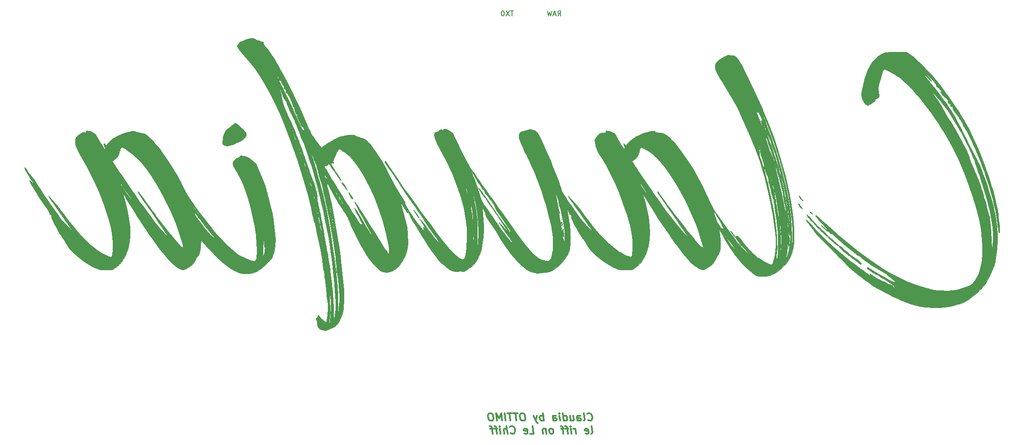
<source format=gbr>
G04 #@! TF.GenerationSoftware,KiCad,Pcbnew,(5.1.9)-1*
G04 #@! TF.CreationDate,2021-09-30T23:41:13-07:00*
G04 #@! TF.ProjectId,Claudia,436c6175-6469-4612-9e6b-696361645f70,rev?*
G04 #@! TF.SameCoordinates,Original*
G04 #@! TF.FileFunction,Legend,Bot*
G04 #@! TF.FilePolarity,Positive*
%FSLAX46Y46*%
G04 Gerber Fmt 4.6, Leading zero omitted, Abs format (unit mm)*
G04 Created by KiCad (PCBNEW (5.1.9)-1) date 2021-09-30 23:41:13*
%MOMM*%
%LPD*%
G01*
G04 APERTURE LIST*
%ADD10C,0.300000*%
%ADD11C,0.010000*%
%ADD12C,0.150000*%
G04 APERTURE END LIST*
D10*
X149338328Y-118005714D02*
X149418685Y-118077142D01*
X149641900Y-118148571D01*
X149784757Y-118148571D01*
X149990114Y-118077142D01*
X150115114Y-117934285D01*
X150168685Y-117791428D01*
X150204400Y-117505714D01*
X150177614Y-117291428D01*
X150070471Y-117005714D01*
X149981185Y-116862857D01*
X149820471Y-116720000D01*
X149597257Y-116648571D01*
X149454400Y-116648571D01*
X149249042Y-116720000D01*
X149186542Y-116791428D01*
X148499042Y-118148571D02*
X148632971Y-118077142D01*
X148686542Y-117934285D01*
X148525828Y-116648571D01*
X147284757Y-118148571D02*
X147186542Y-117362857D01*
X147240114Y-117220000D01*
X147374042Y-117148571D01*
X147659757Y-117148571D01*
X147811542Y-117220000D01*
X147275828Y-118077142D02*
X147427614Y-118148571D01*
X147784757Y-118148571D01*
X147918685Y-118077142D01*
X147972257Y-117934285D01*
X147954400Y-117791428D01*
X147865114Y-117648571D01*
X147713328Y-117577142D01*
X147356185Y-117577142D01*
X147204400Y-117505714D01*
X145802614Y-117148571D02*
X145927614Y-118148571D01*
X146445471Y-117148571D02*
X146543685Y-117934285D01*
X146490114Y-118077142D01*
X146356185Y-118148571D01*
X146141900Y-118148571D01*
X145990114Y-118077142D01*
X145909757Y-118005714D01*
X144570471Y-118148571D02*
X144382971Y-116648571D01*
X144561542Y-118077142D02*
X144713328Y-118148571D01*
X144999042Y-118148571D01*
X145132971Y-118077142D01*
X145195471Y-118005714D01*
X145249042Y-117862857D01*
X145195471Y-117434285D01*
X145106185Y-117291428D01*
X145025828Y-117220000D01*
X144874042Y-117148571D01*
X144588328Y-117148571D01*
X144454400Y-117220000D01*
X143856185Y-118148571D02*
X143731185Y-117148571D01*
X143668685Y-116648571D02*
X143749042Y-116720000D01*
X143686542Y-116791428D01*
X143606185Y-116720000D01*
X143668685Y-116648571D01*
X143686542Y-116791428D01*
X142499042Y-118148571D02*
X142400828Y-117362857D01*
X142454400Y-117220000D01*
X142588328Y-117148571D01*
X142874042Y-117148571D01*
X143025828Y-117220000D01*
X142490114Y-118077142D02*
X142641900Y-118148571D01*
X142999042Y-118148571D01*
X143132971Y-118077142D01*
X143186542Y-117934285D01*
X143168685Y-117791428D01*
X143079400Y-117648571D01*
X142927614Y-117577142D01*
X142570471Y-117577142D01*
X142418685Y-117505714D01*
X140641900Y-118148571D02*
X140454400Y-116648571D01*
X140525828Y-117220000D02*
X140374042Y-117148571D01*
X140088328Y-117148571D01*
X139954400Y-117220000D01*
X139891900Y-117291428D01*
X139838328Y-117434285D01*
X139891900Y-117862857D01*
X139981185Y-118005714D01*
X140061542Y-118077142D01*
X140213328Y-118148571D01*
X140499042Y-118148571D01*
X140632971Y-118077142D01*
X139302614Y-117148571D02*
X139070471Y-118148571D01*
X138588328Y-117148571D02*
X139070471Y-118148571D01*
X139257971Y-118505714D01*
X139338328Y-118577142D01*
X139490114Y-118648571D01*
X136525828Y-116648571D02*
X136240114Y-116648571D01*
X136106185Y-116720000D01*
X135981185Y-116862857D01*
X135945471Y-117148571D01*
X136007971Y-117648571D01*
X136115114Y-117934285D01*
X136275828Y-118077142D01*
X136427614Y-118148571D01*
X136713328Y-118148571D01*
X136847257Y-118077142D01*
X136972257Y-117934285D01*
X137007971Y-117648571D01*
X136945471Y-117148571D01*
X136838328Y-116862857D01*
X136677614Y-116720000D01*
X136525828Y-116648571D01*
X135454400Y-116648571D02*
X134597257Y-116648571D01*
X135213328Y-118148571D02*
X135025828Y-116648571D01*
X134311542Y-116648571D02*
X133454400Y-116648571D01*
X134070471Y-118148571D02*
X133882971Y-116648571D01*
X133141900Y-118148571D02*
X132954400Y-116648571D01*
X132427614Y-118148571D02*
X132240114Y-116648571D01*
X131874042Y-117720000D01*
X131240114Y-116648571D01*
X131427614Y-118148571D01*
X130240114Y-116648571D02*
X129954400Y-116648571D01*
X129820471Y-116720000D01*
X129695471Y-116862857D01*
X129659757Y-117148571D01*
X129722257Y-117648571D01*
X129829400Y-117934285D01*
X129990114Y-118077142D01*
X130141900Y-118148571D01*
X130427614Y-118148571D01*
X130561542Y-118077142D01*
X130686542Y-117934285D01*
X130722257Y-117648571D01*
X130659757Y-117148571D01*
X130552614Y-116862857D01*
X130391900Y-116720000D01*
X130240114Y-116648571D01*
X149999042Y-120698571D02*
X150132971Y-120627142D01*
X150186542Y-120484285D01*
X150025828Y-119198571D01*
X148847257Y-120627142D02*
X148999042Y-120698571D01*
X149284757Y-120698571D01*
X149418685Y-120627142D01*
X149472257Y-120484285D01*
X149400828Y-119912857D01*
X149311542Y-119770000D01*
X149159757Y-119698571D01*
X148874042Y-119698571D01*
X148740114Y-119770000D01*
X148686542Y-119912857D01*
X148704400Y-120055714D01*
X149436542Y-120198571D01*
X146999042Y-120698571D02*
X146874042Y-119698571D01*
X146909757Y-119984285D02*
X146820471Y-119841428D01*
X146740114Y-119770000D01*
X146588328Y-119698571D01*
X146445471Y-119698571D01*
X146070471Y-120698571D02*
X145945471Y-119698571D01*
X145882971Y-119198571D02*
X145963328Y-119270000D01*
X145900828Y-119341428D01*
X145820471Y-119270000D01*
X145882971Y-119198571D01*
X145900828Y-119341428D01*
X145445471Y-119698571D02*
X144874042Y-119698571D01*
X145356185Y-120698571D02*
X145195471Y-119412857D01*
X145106185Y-119270000D01*
X144954400Y-119198571D01*
X144811542Y-119198571D01*
X144588328Y-119698571D02*
X144016900Y-119698571D01*
X144499042Y-120698571D02*
X144338328Y-119412857D01*
X144249042Y-119270000D01*
X144097257Y-119198571D01*
X143954400Y-119198571D01*
X142284757Y-120698571D02*
X142418685Y-120627142D01*
X142481185Y-120555714D01*
X142534757Y-120412857D01*
X142481185Y-119984285D01*
X142391900Y-119841428D01*
X142311542Y-119770000D01*
X142159757Y-119698571D01*
X141945471Y-119698571D01*
X141811542Y-119770000D01*
X141749042Y-119841428D01*
X141695471Y-119984285D01*
X141749042Y-120412857D01*
X141838328Y-120555714D01*
X141918685Y-120627142D01*
X142070471Y-120698571D01*
X142284757Y-120698571D01*
X141016900Y-119698571D02*
X141141900Y-120698571D01*
X141034757Y-119841428D02*
X140954400Y-119770000D01*
X140802614Y-119698571D01*
X140588328Y-119698571D01*
X140454400Y-119770000D01*
X140400828Y-119912857D01*
X140499042Y-120698571D01*
X137927614Y-120698571D02*
X138641900Y-120698571D01*
X138454400Y-119198571D01*
X136847257Y-120627142D02*
X136999042Y-120698571D01*
X137284757Y-120698571D01*
X137418685Y-120627142D01*
X137472257Y-120484285D01*
X137400828Y-119912857D01*
X137311542Y-119770000D01*
X137159757Y-119698571D01*
X136874042Y-119698571D01*
X136740114Y-119770000D01*
X136686542Y-119912857D01*
X136704400Y-120055714D01*
X137436542Y-120198571D01*
X134124042Y-120555714D02*
X134204400Y-120627142D01*
X134427614Y-120698571D01*
X134570471Y-120698571D01*
X134775828Y-120627142D01*
X134900828Y-120484285D01*
X134954400Y-120341428D01*
X134990114Y-120055714D01*
X134963328Y-119841428D01*
X134856185Y-119555714D01*
X134766900Y-119412857D01*
X134606185Y-119270000D01*
X134382971Y-119198571D01*
X134240114Y-119198571D01*
X134034757Y-119270000D01*
X133972257Y-119341428D01*
X133499042Y-120698571D02*
X133311542Y-119198571D01*
X132856185Y-120698571D02*
X132757971Y-119912857D01*
X132811542Y-119770000D01*
X132945471Y-119698571D01*
X133159757Y-119698571D01*
X133311542Y-119770000D01*
X133391900Y-119841428D01*
X132141900Y-120698571D02*
X132016900Y-119698571D01*
X131954400Y-119198571D02*
X132034757Y-119270000D01*
X131972257Y-119341428D01*
X131891900Y-119270000D01*
X131954400Y-119198571D01*
X131972257Y-119341428D01*
X131516900Y-119698571D02*
X130945471Y-119698571D01*
X131427614Y-120698571D02*
X131266900Y-119412857D01*
X131177614Y-119270000D01*
X131025828Y-119198571D01*
X130882971Y-119198571D01*
X130659757Y-119698571D02*
X130088328Y-119698571D01*
X130570471Y-120698571D02*
X130409757Y-119412857D01*
X130320471Y-119270000D01*
X130168685Y-119198571D01*
X130025828Y-119198571D01*
D11*
G36*
X82538155Y-42813935D02*
G01*
X82232617Y-42920182D01*
X81947481Y-43055261D01*
X81606814Y-43211525D01*
X81313613Y-43322232D01*
X81136035Y-43362780D01*
X80945864Y-43440370D01*
X80715670Y-43633153D01*
X80500303Y-43881148D01*
X80354616Y-44124377D01*
X80323267Y-44251540D01*
X80388065Y-44463558D01*
X80565197Y-44781493D01*
X80828772Y-45167802D01*
X81152897Y-45584943D01*
X81511681Y-45995375D01*
X81565130Y-46052192D01*
X82680074Y-47307497D01*
X83757597Y-48690322D01*
X84803925Y-50211281D01*
X85825283Y-51880987D01*
X86827894Y-53710055D01*
X87817984Y-55709097D01*
X88801778Y-57888726D01*
X89539365Y-59648663D01*
X90904856Y-63170615D01*
X92148272Y-66717910D01*
X93258319Y-70254910D01*
X94223700Y-73745978D01*
X94906748Y-76581996D01*
X95050649Y-77213173D01*
X95203448Y-77864010D01*
X95349982Y-78471119D01*
X95475086Y-78971117D01*
X95513961Y-79120254D01*
X95745768Y-80039074D01*
X95989460Y-81083604D01*
X96234665Y-82203218D01*
X96471007Y-83347292D01*
X96688114Y-84465199D01*
X96875611Y-85506313D01*
X97023125Y-86420009D01*
X97055328Y-86642388D01*
X97153469Y-87337072D01*
X97254616Y-88045396D01*
X97350984Y-88713365D01*
X97434786Y-89286984D01*
X97493405Y-89680427D01*
X97557916Y-90149981D01*
X97631370Y-90755194D01*
X97706643Y-91433156D01*
X97776612Y-92120959D01*
X97809241Y-92469447D01*
X97866536Y-93069413D01*
X97925640Y-93628574D01*
X97981671Y-94104797D01*
X98029745Y-94455951D01*
X98057440Y-94611016D01*
X98120689Y-95063077D01*
X98145387Y-95661726D01*
X98131680Y-96358130D01*
X98079713Y-97103454D01*
X98049118Y-97396751D01*
X97980059Y-97959774D01*
X97919733Y-98350057D01*
X97862272Y-98593540D01*
X97801806Y-98716162D01*
X97744142Y-98744741D01*
X97639219Y-98680042D01*
X97426021Y-98505378D01*
X97138869Y-98249900D01*
X96908309Y-98034857D01*
X96160985Y-97324973D01*
X96098695Y-97636425D01*
X96017607Y-97851410D01*
X95906050Y-97947525D01*
X95899443Y-97947878D01*
X95786146Y-97981540D01*
X95791467Y-98105521D01*
X95911894Y-98346310D01*
X96002644Y-98603750D01*
X96054824Y-98941199D01*
X96059245Y-99043565D01*
X96106657Y-99501882D01*
X96257179Y-99820192D01*
X96541423Y-100044042D01*
X96809078Y-100159280D01*
X97165141Y-100271580D01*
X97467857Y-100316622D01*
X97780648Y-100291213D01*
X98166935Y-100192160D01*
X98528261Y-100072729D01*
X99236815Y-99743161D01*
X99838209Y-99277856D01*
X100334293Y-98671536D01*
X100726915Y-97918926D01*
X101017926Y-97014746D01*
X101163929Y-96204741D01*
X100729799Y-96204741D01*
X100720224Y-96451480D01*
X100684600Y-96698118D01*
X100635964Y-96879129D01*
X100587355Y-96928984D01*
X100585959Y-96927694D01*
X100582617Y-96819947D01*
X100609254Y-96579767D01*
X100636698Y-96400802D01*
X100685753Y-96147907D01*
X100716448Y-96089891D01*
X100729799Y-96204741D01*
X101163929Y-96204741D01*
X101209176Y-95953722D01*
X101235626Y-95607094D01*
X100823064Y-95607094D01*
X100812298Y-95777207D01*
X100781116Y-95792184D01*
X100777146Y-95783303D01*
X100757442Y-95585563D01*
X100773455Y-95484480D01*
X100805162Y-95443860D01*
X100822407Y-95576162D01*
X100823064Y-95607094D01*
X101235626Y-95607094D01*
X101302513Y-94730576D01*
X101300067Y-93482318D01*
X100411932Y-93482318D01*
X100406324Y-94490983D01*
X100354308Y-95372796D01*
X100294729Y-95955957D01*
X100235842Y-96454719D01*
X100181743Y-96839516D01*
X100136530Y-97080781D01*
X100107875Y-97150928D01*
X100104175Y-97055594D01*
X100100068Y-96786831D01*
X100095781Y-96370424D01*
X100091546Y-95832158D01*
X100089139Y-95445896D01*
X99677444Y-95445896D01*
X99662815Y-96173061D01*
X99615801Y-96787426D01*
X99536626Y-97305710D01*
X99493620Y-97499643D01*
X99298561Y-98296506D01*
X99277332Y-97200819D01*
X99264057Y-96729252D01*
X99240759Y-96118080D01*
X99210024Y-95426516D01*
X99210005Y-95426132D01*
X98728647Y-95426132D01*
X98723420Y-96251052D01*
X98700048Y-97010439D01*
X98660152Y-97678760D01*
X98605352Y-98230484D01*
X98537268Y-98640077D01*
X98457523Y-98882008D01*
X98437999Y-98910896D01*
X98338995Y-99008622D01*
X98297446Y-98979893D01*
X98312389Y-98804732D01*
X98382862Y-98463157D01*
X98410624Y-98342643D01*
X98459230Y-98088081D01*
X98495366Y-97779544D01*
X98520020Y-97390250D01*
X98534184Y-96893413D01*
X98538848Y-96262251D01*
X98535003Y-95469979D01*
X98531111Y-95084681D01*
X98525979Y-94386386D01*
X98526583Y-93758378D01*
X98532474Y-93226676D01*
X98543200Y-92817295D01*
X98558311Y-92556256D01*
X98576404Y-92469364D01*
X98653511Y-92494187D01*
X98653528Y-92494349D01*
X98656959Y-92596750D01*
X98665147Y-92868371D01*
X98677217Y-93279296D01*
X98692291Y-93799608D01*
X98709493Y-94399391D01*
X98714107Y-94561212D01*
X98728647Y-95426132D01*
X99210005Y-95426132D01*
X99174440Y-94713772D01*
X99146799Y-94212584D01*
X99102089Y-93516309D01*
X99047861Y-92792856D01*
X98989203Y-92103120D01*
X98931203Y-91507990D01*
X98892993Y-91174545D01*
X98822512Y-90598862D01*
X98742292Y-89916964D01*
X98663004Y-89220799D01*
X98604794Y-88691015D01*
X98559042Y-88335721D01*
X98053463Y-88335721D01*
X98003659Y-88385525D01*
X97953855Y-88335721D01*
X98003659Y-88285917D01*
X98053463Y-88335721D01*
X98559042Y-88335721D01*
X98468186Y-87630166D01*
X97945991Y-87630166D01*
X97927678Y-87759359D01*
X97893676Y-87760901D01*
X97869897Y-87627587D01*
X97885812Y-87569986D01*
X97930041Y-87532257D01*
X97945991Y-87630166D01*
X98468186Y-87630166D01*
X98429096Y-87326609D01*
X98348672Y-86841604D01*
X97854247Y-86841604D01*
X97804443Y-86891408D01*
X97754640Y-86841604D01*
X97804443Y-86791800D01*
X97854247Y-86841604D01*
X98348672Y-86841604D01*
X98178676Y-85816432D01*
X98116577Y-85496898D01*
X97623150Y-85496898D01*
X97618050Y-85770551D01*
X97604596Y-85892397D01*
X97585559Y-85840108D01*
X97582976Y-85820623D01*
X97566491Y-85471347D01*
X97582976Y-85173172D01*
X97602506Y-85097994D01*
X97616793Y-85199688D01*
X97623067Y-85455928D01*
X97623150Y-85496898D01*
X98116577Y-85496898D01*
X97903636Y-84401212D01*
X97555424Y-84401212D01*
X97518979Y-84483200D01*
X97489019Y-84467617D01*
X97477098Y-84349406D01*
X97489019Y-84334806D01*
X97548235Y-84348480D01*
X97555424Y-84401212D01*
X97903636Y-84401212D01*
X97893956Y-84351408D01*
X97834847Y-84042204D01*
X97781854Y-83745460D01*
X97447952Y-83745460D01*
X97429639Y-83874653D01*
X97395636Y-83876195D01*
X97371858Y-83742881D01*
X97387773Y-83685280D01*
X97432002Y-83647551D01*
X97447952Y-83745460D01*
X97781854Y-83745460D01*
X97751819Y-83577281D01*
X97651923Y-82997716D01*
X97542210Y-82344581D01*
X97429731Y-81658954D01*
X97398063Y-81462780D01*
X97397282Y-81458008D01*
X97024922Y-81458008D01*
X96994683Y-81433552D01*
X96914375Y-81263565D01*
X96849178Y-81061278D01*
X96760513Y-80705882D01*
X96658202Y-80240682D01*
X96552067Y-79708983D01*
X96507687Y-79470623D01*
X96406792Y-78931731D01*
X96311048Y-78448227D01*
X96228908Y-78060840D01*
X96168829Y-77810299D01*
X96150993Y-77752388D01*
X96116479Y-77579578D01*
X96155080Y-77528270D01*
X96217896Y-77621919D01*
X96306695Y-77884456D01*
X96414697Y-78288267D01*
X96535120Y-78805736D01*
X96661184Y-79409250D01*
X96786106Y-80071193D01*
X96803281Y-80167878D01*
X96879135Y-80598264D01*
X96946279Y-80979188D01*
X96993947Y-81249570D01*
X97005198Y-81313368D01*
X97024922Y-81458008D01*
X97397282Y-81458008D01*
X97286149Y-80779468D01*
X97174543Y-80120780D01*
X97070315Y-79526771D01*
X96980532Y-79037493D01*
X96912264Y-78692999D01*
X96897055Y-78623957D01*
X96810083Y-78228720D01*
X96704121Y-77723364D01*
X96606623Y-77241204D01*
X96260522Y-77241204D01*
X96199151Y-77295208D01*
X96160914Y-77279251D01*
X96065025Y-77147299D01*
X96061306Y-77118082D01*
X96122678Y-77064078D01*
X96160914Y-77080035D01*
X96256803Y-77211987D01*
X96260522Y-77241204D01*
X96606623Y-77241204D01*
X96596987Y-77193555D01*
X96555167Y-76980427D01*
X96493479Y-76681604D01*
X96061306Y-76681604D01*
X96011502Y-76731408D01*
X95961698Y-76681604D01*
X96011502Y-76631800D01*
X96061306Y-76681604D01*
X96493479Y-76681604D01*
X96446106Y-76452131D01*
X96441696Y-76432584D01*
X95947034Y-76432584D01*
X95923376Y-76477516D01*
X95872831Y-76376382D01*
X95809260Y-76178117D01*
X95746524Y-75931660D01*
X95698484Y-75685946D01*
X95679003Y-75489914D01*
X95679001Y-75486310D01*
X95692201Y-75370567D01*
X95733135Y-75436719D01*
X95805482Y-75691425D01*
X95816537Y-75735329D01*
X95891286Y-76064298D01*
X95938228Y-76328163D01*
X95947034Y-76432584D01*
X96441696Y-76432584D01*
X96321170Y-75898441D01*
X96201595Y-75412019D01*
X96160929Y-75260298D01*
X96098373Y-74979970D01*
X95661350Y-74979970D01*
X95646980Y-75122416D01*
X95604228Y-75077417D01*
X95539356Y-74853707D01*
X95524450Y-74789055D01*
X95494155Y-74605872D01*
X95528586Y-74599291D01*
X95558716Y-74639643D01*
X95647870Y-74868652D01*
X95661350Y-74979970D01*
X96098373Y-74979970D01*
X96044974Y-74740677D01*
X96006238Y-74315550D01*
X96011500Y-74240707D01*
X95551464Y-74240707D01*
X95479983Y-74339018D01*
X95463659Y-74340819D01*
X95396281Y-74253756D01*
X95365747Y-74041685D01*
X95365577Y-74017094D01*
X95379683Y-73816260D01*
X95426284Y-73794567D01*
X95463659Y-73842780D01*
X95546022Y-74048927D01*
X95551464Y-74240707D01*
X96011500Y-74240707D01*
X96016852Y-74164612D01*
X96015078Y-73867809D01*
X95962623Y-73500031D01*
X95364051Y-73500031D01*
X95340261Y-73633553D01*
X95283759Y-73585293D01*
X95235546Y-73444211D01*
X95228986Y-73309404D01*
X95273733Y-73300678D01*
X95356691Y-73438886D01*
X95364051Y-73500031D01*
X95962623Y-73500031D01*
X95952551Y-73429416D01*
X95840520Y-72893593D01*
X95777735Y-72647486D01*
X95164836Y-72647486D01*
X95128391Y-72729475D01*
X95098430Y-72713891D01*
X95086509Y-72595680D01*
X95098430Y-72581081D01*
X95157647Y-72594754D01*
X95164836Y-72647486D01*
X95777735Y-72647486D01*
X95712466Y-72391643D01*
X95062864Y-72391643D01*
X95028115Y-72349379D01*
X94941915Y-72177663D01*
X94828620Y-71931275D01*
X94712587Y-71664993D01*
X94618170Y-71433594D01*
X94569725Y-71291856D01*
X94567650Y-71277878D01*
X94643957Y-71253472D01*
X94662938Y-71252976D01*
X94734092Y-71338992D01*
X94831733Y-71554786D01*
X94933597Y-71836975D01*
X95017423Y-72122178D01*
X95060952Y-72347011D01*
X95062864Y-72391643D01*
X95712466Y-72391643D01*
X95690233Y-72304498D01*
X95512937Y-71706292D01*
X95319882Y-71143133D01*
X95126084Y-70667463D01*
X94998135Y-70358126D01*
X94823234Y-69895445D01*
X94738109Y-69659251D01*
X94268365Y-69659251D01*
X94231920Y-69741239D01*
X94201960Y-69725656D01*
X94190039Y-69607445D01*
X94201960Y-69592846D01*
X94261177Y-69606519D01*
X94268365Y-69659251D01*
X94738109Y-69659251D01*
X94630412Y-69360427D01*
X94168757Y-69360427D01*
X94132312Y-69442416D01*
X94102352Y-69426833D01*
X94090431Y-69308621D01*
X94102352Y-69294022D01*
X94161569Y-69307695D01*
X94168757Y-69360427D01*
X94630412Y-69360427D01*
X94614415Y-69316043D01*
X94477850Y-68923949D01*
X94069149Y-68923949D01*
X94019331Y-69022433D01*
X93969542Y-69011800D01*
X93878891Y-68868107D01*
X93869934Y-68800827D01*
X93919752Y-68702344D01*
X93969542Y-68712976D01*
X94060193Y-68856669D01*
X94069149Y-68923949D01*
X94477850Y-68923949D01*
X94384714Y-68656545D01*
X94167085Y-68012522D01*
X93770326Y-68012522D01*
X93750615Y-68151746D01*
X93690369Y-68102092D01*
X93587922Y-67861381D01*
X93530960Y-67700006D01*
X93448382Y-67422628D01*
X93413824Y-67231896D01*
X93420681Y-67186673D01*
X93483082Y-67233371D01*
X93576524Y-67405862D01*
X93673632Y-67639482D01*
X93747027Y-67869566D01*
X93770326Y-68012522D01*
X94167085Y-68012522D01*
X94147165Y-67953576D01*
X93987302Y-67467878D01*
X93686989Y-66571408D01*
X93272287Y-66571408D01*
X93235842Y-66653396D01*
X93205881Y-66637813D01*
X93193960Y-66519602D01*
X93205881Y-66505002D01*
X93265098Y-66518676D01*
X93272287Y-66571408D01*
X93686989Y-66571408D01*
X93495100Y-65998601D01*
X93440805Y-65844945D01*
X92956248Y-65844945D01*
X92918428Y-65838096D01*
X92829209Y-65730605D01*
X92706973Y-65505550D01*
X92674640Y-65352129D01*
X92630003Y-65136305D01*
X92522311Y-64872472D01*
X92519178Y-64866375D01*
X92423481Y-64628481D01*
X92400818Y-64456206D01*
X92403032Y-64447988D01*
X92451488Y-64473087D01*
X92542926Y-64643311D01*
X92658801Y-64914307D01*
X92780564Y-65241726D01*
X92889670Y-65581215D01*
X92916117Y-65674937D01*
X92956248Y-65844945D01*
X93440805Y-65844945D01*
X92975872Y-64529191D01*
X92508015Y-63268961D01*
X91922792Y-63268961D01*
X91889998Y-63274083D01*
X91812055Y-63130538D01*
X91696672Y-62851154D01*
X91551559Y-62448758D01*
X91449574Y-62141674D01*
X91265357Y-61561126D01*
X91147173Y-61165605D01*
X91094396Y-60952405D01*
X91106404Y-60918819D01*
X91182573Y-61062142D01*
X91219435Y-61142780D01*
X91476961Y-61740499D01*
X91662851Y-62232929D01*
X91802651Y-62688684D01*
X91822087Y-62761408D01*
X91902725Y-63102345D01*
X91922792Y-63268961D01*
X92508015Y-63268961D01*
X92441384Y-63089485D01*
X91903407Y-61709322D01*
X91438291Y-60575914D01*
X90979781Y-60575914D01*
X90963661Y-60687387D01*
X90894801Y-60614981D01*
X90881698Y-60594937D01*
X90797135Y-60424608D01*
X90783616Y-60364941D01*
X90844590Y-60328784D01*
X90881698Y-60345917D01*
X90968368Y-60488069D01*
X90979781Y-60575914D01*
X91438291Y-60575914D01*
X91373709Y-60418539D01*
X91037222Y-59645032D01*
X90632274Y-59645032D01*
X90570790Y-59626545D01*
X90566096Y-59621923D01*
X90495879Y-59449729D01*
X90504407Y-59386026D01*
X90555729Y-59362902D01*
X90609648Y-59491266D01*
X90632274Y-59645032D01*
X91037222Y-59645032D01*
X90864059Y-59246973D01*
X90386226Y-58224462D01*
X90173998Y-57799989D01*
X89928520Y-57270648D01*
X89684642Y-56654909D01*
X89456717Y-55999142D01*
X89259103Y-55349714D01*
X89106155Y-54752994D01*
X89012228Y-54255350D01*
X88989149Y-53972964D01*
X88950368Y-53744687D01*
X88851897Y-53430667D01*
X88787430Y-53267921D01*
X88681994Y-52992387D01*
X88631597Y-52799120D01*
X88635753Y-52747288D01*
X88698053Y-52800847D01*
X88807060Y-52991503D01*
X88940810Y-53269349D01*
X89077338Y-53584475D01*
X89194680Y-53886972D01*
X89270873Y-54126934D01*
X89287973Y-54229320D01*
X89335082Y-54386009D01*
X89395881Y-54419251D01*
X89472420Y-54489471D01*
X89466277Y-54531789D01*
X89506591Y-54667717D01*
X89653348Y-54866013D01*
X89706996Y-54922558D01*
X89886986Y-55141941D01*
X89981196Y-55333652D01*
X89985228Y-55365646D01*
X90025418Y-55528388D01*
X90132333Y-55816527D01*
X90285492Y-56176347D01*
X90339452Y-56294680D01*
X90562597Y-56780383D01*
X90813305Y-57332560D01*
X91038968Y-57835312D01*
X91048049Y-57855721D01*
X91267298Y-58344192D01*
X91510411Y-58878909D01*
X91727112Y-59349336D01*
X91739707Y-59376389D01*
X91898541Y-59731561D01*
X92017401Y-60024601D01*
X92075374Y-60203155D01*
X92077903Y-60223056D01*
X92119956Y-60375756D01*
X92227141Y-60637587D01*
X92323808Y-60843957D01*
X92460566Y-61142764D01*
X92550879Y-61379829D01*
X92571917Y-61470659D01*
X92612852Y-61621908D01*
X92717022Y-61893383D01*
X92858032Y-62217718D01*
X93141350Y-62877931D01*
X93462996Y-63698815D01*
X93811839Y-64648066D01*
X94176749Y-65693377D01*
X94546596Y-66802442D01*
X94910249Y-67942954D01*
X95256579Y-69082607D01*
X95438996Y-69709055D01*
X95563708Y-70143985D01*
X95715236Y-70671389D01*
X95865152Y-71192340D01*
X95896974Y-71302780D01*
X96057955Y-71875671D01*
X96216337Y-72471569D01*
X96379067Y-73119533D01*
X96553093Y-73848623D01*
X96745361Y-74687898D01*
X96962818Y-75666416D01*
X97194728Y-76731408D01*
X97578556Y-78543175D01*
X97912999Y-80207502D01*
X98204798Y-81768094D01*
X98460699Y-83268655D01*
X98687442Y-84752892D01*
X98891771Y-86264508D01*
X99080428Y-87847210D01*
X99260157Y-89544702D01*
X99407644Y-91074937D01*
X99524789Y-92420454D01*
X99608655Y-93586309D01*
X99659466Y-94589218D01*
X99677444Y-95445896D01*
X100089139Y-95445896D01*
X100087593Y-95197819D01*
X100084151Y-94493192D01*
X100084122Y-94486418D01*
X100077334Y-93592724D01*
X100063062Y-92833735D01*
X100037981Y-92154653D01*
X99998769Y-91500681D01*
X99942099Y-90817022D01*
X99864650Y-90048878D01*
X99763095Y-89141451D01*
X99756325Y-89082780D01*
X99407098Y-86228332D01*
X99038596Y-83550468D01*
X98647015Y-81027158D01*
X98228548Y-78636372D01*
X97779389Y-76356079D01*
X97295732Y-74164250D01*
X96891125Y-72498074D01*
X96725743Y-71862123D01*
X96527283Y-71128386D01*
X96306414Y-70333702D01*
X96073801Y-69514906D01*
X95840111Y-68708837D01*
X95616012Y-67952330D01*
X95412169Y-67282224D01*
X95239250Y-66735356D01*
X95120869Y-66384571D01*
X95006204Y-66035135D01*
X94972026Y-65847330D01*
X95016292Y-65801471D01*
X95062525Y-65822679D01*
X95138769Y-65942160D01*
X95246016Y-66198278D01*
X95361229Y-66535922D01*
X95362717Y-66540733D01*
X95485005Y-66889043D01*
X95608922Y-67165521D01*
X95706050Y-67308486D01*
X95813971Y-67476801D01*
X95889053Y-67739844D01*
X95893031Y-67766702D01*
X95959809Y-68099986D01*
X96050440Y-68395735D01*
X96134160Y-68706096D01*
X96160914Y-68956284D01*
X96209031Y-69205076D01*
X96304405Y-69355513D01*
X96399775Y-69523026D01*
X96392603Y-69618693D01*
X96393880Y-69785041D01*
X96453822Y-70068590D01*
X96534780Y-70333567D01*
X96723483Y-70888123D01*
X96858374Y-71310335D01*
X96955616Y-71654378D01*
X97031376Y-71974430D01*
X97048443Y-72055066D01*
X97108352Y-72333677D01*
X97199610Y-72746393D01*
X97308855Y-73233183D01*
X97402039Y-73643565D01*
X97523542Y-74176071D01*
X97645716Y-74712301D01*
X97752062Y-75179797D01*
X97810326Y-75436506D01*
X97986520Y-76240011D01*
X98174961Y-77145150D01*
X98369860Y-78120223D01*
X98565430Y-79133529D01*
X98755883Y-80153368D01*
X98935432Y-81148038D01*
X99098288Y-82085840D01*
X99238665Y-82935073D01*
X99350775Y-83664036D01*
X99428830Y-84241028D01*
X99447033Y-84401212D01*
X99493101Y-84801465D01*
X99559064Y-85328305D01*
X99635867Y-85911217D01*
X99709271Y-86443172D01*
X99779867Y-87006410D01*
X99835049Y-87571953D01*
X99869146Y-88072583D01*
X99876788Y-88429432D01*
X99878823Y-88801211D01*
X99905905Y-88982520D01*
X99952857Y-88977276D01*
X100013153Y-88936362D01*
X100033593Y-89076158D01*
X100031681Y-89182388D01*
X100041986Y-89435412D01*
X100080581Y-89819027D01*
X100140323Y-90267787D01*
X100173461Y-90481288D01*
X100292759Y-91403323D01*
X100373163Y-92428383D01*
X100411932Y-93482318D01*
X101300067Y-93482318D01*
X101299788Y-93340032D01*
X101245703Y-92320035D01*
X101052440Y-89995087D01*
X100795558Y-87560037D01*
X100481783Y-85058542D01*
X100235023Y-83347029D01*
X99838541Y-83347029D01*
X99820227Y-83476221D01*
X99786225Y-83477764D01*
X99762446Y-83344450D01*
X99778361Y-83286849D01*
X99822590Y-83249119D01*
X99838541Y-83347029D01*
X100235023Y-83347029D01*
X100132308Y-82634602D01*
X99697488Y-82634602D01*
X99681473Y-82638191D01*
X99637562Y-82466078D01*
X99565052Y-82114711D01*
X99463243Y-81580542D01*
X99331433Y-80860020D01*
X99168919Y-79949597D01*
X98997167Y-78972584D01*
X98871006Y-78266289D01*
X98735512Y-77533830D01*
X98601625Y-76832633D01*
X98480291Y-76220128D01*
X98392898Y-75801514D01*
X98297578Y-75343688D01*
X98225712Y-74961378D01*
X98184120Y-74693760D01*
X98179621Y-74580007D01*
X98180154Y-74579358D01*
X98219661Y-74650010D01*
X98288145Y-74892658D01*
X98380951Y-75282943D01*
X98493422Y-75796506D01*
X98620902Y-76408988D01*
X98758734Y-77096028D01*
X98902262Y-77833267D01*
X99046830Y-78596347D01*
X99187782Y-79360907D01*
X99320461Y-80102588D01*
X99440211Y-80797031D01*
X99542377Y-81419875D01*
X99622300Y-81946763D01*
X99675326Y-82353334D01*
X99686309Y-82458859D01*
X99697488Y-82634602D01*
X100132308Y-82634602D01*
X100117841Y-82534263D01*
X99710458Y-80030858D01*
X99266361Y-77591987D01*
X98792276Y-75261308D01*
X98568900Y-74282715D01*
X98145207Y-74282715D01*
X98126894Y-74411908D01*
X98092891Y-74413450D01*
X98069113Y-74280136D01*
X98085027Y-74222535D01*
X98129257Y-74184806D01*
X98145207Y-74282715D01*
X98568900Y-74282715D01*
X98468479Y-73842780D01*
X98053463Y-73842780D01*
X98017018Y-73924769D01*
X97987058Y-73909185D01*
X97975137Y-73790974D01*
X97987058Y-73776375D01*
X98046275Y-73790048D01*
X98053463Y-73842780D01*
X98468479Y-73842780D01*
X98294930Y-73082481D01*
X98259416Y-72936768D01*
X98130004Y-72397485D01*
X98022648Y-71929425D01*
X97944403Y-71565096D01*
X97902322Y-71337003D01*
X97898774Y-71274855D01*
X97930183Y-71292109D01*
X97999028Y-71382845D01*
X98112822Y-71559940D01*
X98279080Y-71836269D01*
X98505315Y-72224708D01*
X98799041Y-72738133D01*
X99167773Y-73389419D01*
X99619023Y-74191442D01*
X100065345Y-74987486D01*
X100266758Y-75326086D01*
X100449558Y-75596736D01*
X100580320Y-75750786D01*
X100599138Y-75764397D01*
X100726372Y-75908607D01*
X100742875Y-75980998D01*
X100788983Y-76127221D01*
X100817581Y-76150362D01*
X100926913Y-76261902D01*
X101100339Y-76507115D01*
X101310412Y-76842732D01*
X101529686Y-77225489D01*
X101679045Y-77508331D01*
X101833632Y-77786770D01*
X101963848Y-77974798D01*
X102027004Y-78026310D01*
X102105572Y-78111963D01*
X102168379Y-78305794D01*
X102256402Y-78597610D01*
X102427697Y-79036094D01*
X102668703Y-79593815D01*
X102965863Y-80243339D01*
X103305618Y-80957234D01*
X103674409Y-81708070D01*
X104058676Y-82468412D01*
X104444861Y-83210831D01*
X104819405Y-83907892D01*
X105168750Y-84532165D01*
X105479336Y-85056217D01*
X105598007Y-85244554D01*
X106140527Y-86040706D01*
X106701333Y-86782947D01*
X107258637Y-87446827D01*
X107790653Y-88007897D01*
X108275591Y-88441710D01*
X108691665Y-88723816D01*
X108704631Y-88730599D01*
X109125937Y-88856470D01*
X109652459Y-88876848D01*
X110223464Y-88796468D01*
X110778225Y-88620062D01*
X110913524Y-88558457D01*
X111631334Y-88100297D01*
X112275863Y-87474467D01*
X112832824Y-86703577D01*
X113287927Y-85810239D01*
X113626885Y-84817063D01*
X113655066Y-84683207D01*
X110203380Y-84683207D01*
X110187949Y-85004048D01*
X110137555Y-85133329D01*
X110094288Y-85165910D01*
X110041724Y-85150526D01*
X109953679Y-85059529D01*
X109803967Y-84865269D01*
X109566404Y-84540097D01*
X109535749Y-84497855D01*
X109360481Y-84242368D01*
X109105544Y-83852138D01*
X108793863Y-83363189D01*
X108448366Y-82811542D01*
X108091980Y-82233221D01*
X108035250Y-82140245D01*
X107618787Y-81461661D01*
X107168756Y-80737174D01*
X106696887Y-79984900D01*
X106214906Y-79222956D01*
X105734543Y-78469457D01*
X105267525Y-77742519D01*
X104825579Y-77060259D01*
X104420435Y-76440794D01*
X104063819Y-75902238D01*
X103767460Y-75462709D01*
X103543085Y-75140322D01*
X103402423Y-74953194D01*
X103357345Y-74914273D01*
X103392241Y-75033045D01*
X103512790Y-75302374D01*
X103706977Y-75699183D01*
X103962787Y-76200396D01*
X104268205Y-76782937D01*
X104611218Y-77423729D01*
X104979811Y-78099698D01*
X105361970Y-78787766D01*
X105522149Y-79072192D01*
X105887447Y-79727681D01*
X106212529Y-80329728D01*
X106486230Y-80856129D01*
X106697387Y-81284677D01*
X106834836Y-81593171D01*
X106887411Y-81759404D01*
X106883602Y-81779961D01*
X106819446Y-81716203D01*
X106675274Y-81508682D01*
X106470018Y-81186539D01*
X106222610Y-80778916D01*
X106116554Y-80599262D01*
X105551762Y-79639148D01*
X105039123Y-78775788D01*
X104586930Y-78022833D01*
X104203478Y-77393935D01*
X103897060Y-76902742D01*
X103675970Y-76562906D01*
X103588320Y-76438134D01*
X103417213Y-76227797D01*
X103342152Y-76182397D01*
X103360107Y-76294045D01*
X103468042Y-76554850D01*
X103662926Y-76956920D01*
X103941724Y-77492366D01*
X104122235Y-77827094D01*
X104412617Y-78364452D01*
X104615694Y-78754958D01*
X104741993Y-79025297D01*
X104802043Y-79202155D01*
X104806372Y-79312217D01*
X104765510Y-79382169D01*
X104743371Y-79401417D01*
X104695186Y-79444178D01*
X104654039Y-79475178D01*
X104608784Y-79479025D01*
X104548275Y-79440323D01*
X104461367Y-79343679D01*
X104336912Y-79173700D01*
X104163766Y-78914993D01*
X103930781Y-78552163D01*
X103626811Y-78069817D01*
X103240712Y-77452562D01*
X102761336Y-76685004D01*
X102665844Y-76532192D01*
X102198614Y-75785133D01*
X101440130Y-75785133D01*
X101390326Y-75834937D01*
X101340522Y-75785133D01*
X101390326Y-75735329D01*
X101440130Y-75785133D01*
X102198614Y-75785133D01*
X102177118Y-75750763D01*
X101992380Y-75455703D01*
X101174842Y-75455703D01*
X101165618Y-75501290D01*
X101163923Y-75500288D01*
X101065826Y-75389719D01*
X100892890Y-75148198D01*
X100672775Y-74815593D01*
X100512562Y-74561456D01*
X100155433Y-73976634D01*
X99851820Y-73464825D01*
X99613391Y-73046803D01*
X99451816Y-72743338D01*
X99378763Y-72575204D01*
X99381449Y-72547878D01*
X99453951Y-72626960D01*
X99596895Y-72835555D01*
X99781052Y-73130686D01*
X99804861Y-73170427D01*
X100015298Y-73510557D01*
X100210997Y-73805386D01*
X100349814Y-73991438D01*
X100350473Y-73992192D01*
X100478830Y-74166859D01*
X100641139Y-74425471D01*
X100814649Y-74725845D01*
X100976604Y-75025797D01*
X101104253Y-75283145D01*
X101174842Y-75455703D01*
X101992380Y-75455703D01*
X101649450Y-74907985D01*
X101112167Y-74050635D01*
X100594597Y-73225493D01*
X100126067Y-72479335D01*
X100102454Y-72441785D01*
X99323943Y-72441785D01*
X99310318Y-72448270D01*
X99219418Y-72378148D01*
X99198953Y-72348663D01*
X99173571Y-72255540D01*
X99187196Y-72249055D01*
X99278097Y-72319177D01*
X99298561Y-72348663D01*
X99323943Y-72441785D01*
X100102454Y-72441785D01*
X99762021Y-71900427D01*
X99383349Y-71293027D01*
X99023500Y-70705133D01*
X98184211Y-70705133D01*
X97894719Y-70456114D01*
X97705664Y-70296806D01*
X97596839Y-70211433D01*
X97588422Y-70206890D01*
X97557961Y-70121646D01*
X97507613Y-69916037D01*
X97505852Y-69908066D01*
X97440086Y-69609447D01*
X97636514Y-69851887D01*
X97830741Y-70118582D01*
X98008576Y-70399730D01*
X98184211Y-70705133D01*
X99023500Y-70705133D01*
X99020520Y-70700266D01*
X98694105Y-70156572D01*
X98424673Y-69696376D01*
X98232793Y-69354107D01*
X98177330Y-69247936D01*
X97986945Y-68896137D01*
X97800171Y-68597824D01*
X97656128Y-68415252D01*
X97651254Y-68410734D01*
X97487646Y-68193327D01*
X97464852Y-67999637D01*
X97580249Y-67879740D01*
X97679934Y-67863142D01*
X97940362Y-67800424D01*
X98097403Y-67713730D01*
X98279191Y-67600037D01*
X98375171Y-67567486D01*
X98453520Y-67646965D01*
X98621463Y-67868263D01*
X98860791Y-68205669D01*
X99153296Y-68633474D01*
X99480769Y-69125967D01*
X99503883Y-69161212D01*
X99919883Y-69787209D01*
X100242054Y-70250786D01*
X100477841Y-70561078D01*
X100634688Y-70727218D01*
X100720040Y-70758341D01*
X100741908Y-70680231D01*
X100688435Y-70577787D01*
X100540284Y-70337798D01*
X100314902Y-69987388D01*
X100029735Y-69553680D01*
X99702229Y-69063797D01*
X99700752Y-69061604D01*
X99332781Y-68510983D01*
X99067211Y-68100284D01*
X98891761Y-67806529D01*
X98794152Y-67606743D01*
X98762102Y-67477950D01*
X98783332Y-67397176D01*
X98800249Y-67376827D01*
X98950035Y-67289326D01*
X99082714Y-67354467D01*
X99211902Y-67417424D01*
X99282792Y-67323643D01*
X99259438Y-67154705D01*
X99191987Y-67091440D01*
X99144871Y-67029630D01*
X99152190Y-66905691D01*
X99223399Y-66692350D01*
X99367948Y-66362335D01*
X99595289Y-65888373D01*
X99641678Y-65793904D01*
X99877337Y-65334891D01*
X100088967Y-64959626D01*
X100258059Y-64698634D01*
X100366107Y-64582439D01*
X100378133Y-64579251D01*
X100553449Y-64635948D01*
X100754344Y-64759714D01*
X100984261Y-64917964D01*
X101293540Y-65111365D01*
X101440130Y-65197627D01*
X101906128Y-65534065D01*
X102431458Y-66033833D01*
X103000709Y-66675598D01*
X103598471Y-67438024D01*
X104209335Y-68299780D01*
X104817891Y-69239530D01*
X105408728Y-70235940D01*
X105966438Y-71267678D01*
X106280963Y-71899396D01*
X107276402Y-74113408D01*
X108159992Y-76378347D01*
X108917755Y-78652700D01*
X109535717Y-80894951D01*
X109951989Y-82804415D01*
X110084133Y-83567487D01*
X110168353Y-84199052D01*
X110203380Y-84683207D01*
X113655066Y-84683207D01*
X113801289Y-83988674D01*
X113859061Y-83392942D01*
X113875290Y-82659961D01*
X113852575Y-81846747D01*
X113793513Y-81010317D01*
X113700702Y-80207685D01*
X113602207Y-79619645D01*
X113486777Y-79090012D01*
X113322042Y-78410587D01*
X113118561Y-77621588D01*
X112886892Y-76763232D01*
X112637594Y-75875736D01*
X112449708Y-75229753D01*
X112468615Y-75211373D01*
X112569188Y-75331496D01*
X112730077Y-75558111D01*
X112929932Y-75859209D01*
X113147405Y-76202778D01*
X113361146Y-76556809D01*
X113518796Y-76832725D01*
X113681729Y-77048200D01*
X113829345Y-77098255D01*
X113834230Y-77096533D01*
X113970538Y-77144923D01*
X114113174Y-77391282D01*
X114127936Y-77427234D01*
X114242876Y-77670962D01*
X114433944Y-78030726D01*
X114672153Y-78453337D01*
X114870920Y-78790534D01*
X115105002Y-79179579D01*
X115415552Y-79695891D01*
X115776419Y-80295987D01*
X116161454Y-80936379D01*
X116544508Y-81573583D01*
X116616743Y-81693759D01*
X117008315Y-82331590D01*
X117423285Y-82983975D01*
X117832025Y-83605949D01*
X118204906Y-84152545D01*
X118512298Y-84578797D01*
X118552935Y-84632190D01*
X118872154Y-85053539D01*
X119166444Y-85452931D01*
X119403279Y-85785533D01*
X119550134Y-86006510D01*
X119550951Y-86007861D01*
X119770399Y-86301153D01*
X120109567Y-86672606D01*
X120526995Y-87083302D01*
X120981220Y-87494324D01*
X121430782Y-87866756D01*
X121834218Y-88161679D01*
X121871832Y-88186318D01*
X122563316Y-88546609D01*
X123225589Y-88716798D01*
X123850984Y-88695003D01*
X123901296Y-88684439D01*
X124308498Y-88635732D01*
X124582117Y-88694802D01*
X124706052Y-88740894D01*
X124830163Y-88747665D01*
X124984244Y-88700714D01*
X125198090Y-88585639D01*
X125501496Y-88388041D01*
X125924254Y-88093519D01*
X126134989Y-87944254D01*
X126725477Y-87463760D01*
X127224046Y-86916333D01*
X127639215Y-86281917D01*
X127979504Y-85540456D01*
X128253431Y-84671896D01*
X128469516Y-83656180D01*
X128636277Y-82473255D01*
X128693782Y-81920432D01*
X128747300Y-81328008D01*
X128782030Y-80840110D01*
X128786530Y-80715721D01*
X127770439Y-80715721D01*
X127767422Y-81328769D01*
X127752743Y-81928560D01*
X127728459Y-82482803D01*
X127696623Y-82959207D01*
X127659293Y-83325482D01*
X127618524Y-83549338D01*
X127586551Y-83604349D01*
X127577504Y-83509258D01*
X127570466Y-83242038D01*
X127565668Y-82829769D01*
X127563874Y-82420424D01*
X126818370Y-82420424D01*
X126795214Y-82610419D01*
X126746507Y-82616941D01*
X126740511Y-82608270D01*
X126681058Y-82420567D01*
X126647058Y-82127801D01*
X126643965Y-82010623D01*
X126660476Y-81643881D01*
X126700460Y-81470320D01*
X126749594Y-81487528D01*
X126793556Y-81693088D01*
X126816936Y-82039786D01*
X126818370Y-82420424D01*
X127563874Y-82420424D01*
X127563344Y-82299528D01*
X127563726Y-81678395D01*
X127565814Y-81188859D01*
X127565865Y-81114153D01*
X126740522Y-81114153D01*
X126704077Y-81196141D01*
X126674117Y-81180558D01*
X126662196Y-81062347D01*
X126674117Y-81047748D01*
X126733333Y-81061421D01*
X126740522Y-81114153D01*
X127565865Y-81114153D01*
X127566187Y-80649316D01*
X126806927Y-80649316D01*
X126793254Y-80708533D01*
X126740522Y-80715721D01*
X126658533Y-80679276D01*
X126674117Y-80649316D01*
X126792328Y-80637395D01*
X126806927Y-80649316D01*
X127566187Y-80649316D01*
X127566473Y-80235966D01*
X127554832Y-79520427D01*
X125920550Y-79520427D01*
X125910165Y-79701646D01*
X125884309Y-79723003D01*
X125874997Y-79694741D01*
X125859506Y-79442113D01*
X125874997Y-79346114D01*
X125903868Y-79315113D01*
X125919587Y-79452845D01*
X125920550Y-79520427D01*
X127554832Y-79520427D01*
X127553271Y-79424488D01*
X127541453Y-79158489D01*
X126699267Y-79158489D01*
X126694630Y-79316404D01*
X126682543Y-79304193D01*
X126678330Y-79271408D01*
X126650227Y-79033451D01*
X126612699Y-78723565D01*
X125844051Y-78723565D01*
X125807606Y-78805553D01*
X125777646Y-78789970D01*
X125765725Y-78671759D01*
X125777646Y-78657159D01*
X125836863Y-78670832D01*
X125844051Y-78723565D01*
X126612699Y-78723565D01*
X126603003Y-78643503D01*
X126542242Y-78147250D01*
X126508880Y-77876898D01*
X125744444Y-77876898D01*
X125694640Y-77926702D01*
X125644836Y-77876898D01*
X125694640Y-77827094D01*
X125744444Y-77876898D01*
X126508880Y-77876898D01*
X126473522Y-77590381D01*
X126439323Y-77314760D01*
X126365923Y-76758402D01*
X126291545Y-76254057D01*
X126222885Y-75843154D01*
X126166639Y-75567120D01*
X126144442Y-75490432D01*
X126065670Y-75243605D01*
X126050242Y-75111840D01*
X126092303Y-75121349D01*
X126185997Y-75298343D01*
X126186892Y-75300397D01*
X126343753Y-75770840D01*
X126479913Y-76394408D01*
X126588089Y-77125464D01*
X126661001Y-77918370D01*
X126685417Y-78424741D01*
X126696260Y-78853563D01*
X126699267Y-79158489D01*
X127541453Y-79158489D01*
X127521325Y-78705501D01*
X127465754Y-78030081D01*
X127381674Y-77349302D01*
X127264202Y-76614242D01*
X127108457Y-75775975D01*
X126943185Y-74949929D01*
X126915164Y-74810372D01*
X126027787Y-74810372D01*
X125971952Y-74779539D01*
X125943659Y-74739251D01*
X125861070Y-74526614D01*
X125852578Y-74440427D01*
X125881018Y-74380862D01*
X125943659Y-74490231D01*
X126018356Y-74701413D01*
X126027787Y-74810372D01*
X126915164Y-74810372D01*
X126826721Y-74369900D01*
X126771256Y-74083499D01*
X125836188Y-74083499D01*
X125817874Y-74212692D01*
X125783872Y-74214234D01*
X125760093Y-74080920D01*
X125776008Y-74023319D01*
X125820237Y-73985590D01*
X125836188Y-74083499D01*
X126771256Y-74083499D01*
X126728055Y-73860432D01*
X126652832Y-73452207D01*
X126631065Y-73321855D01*
X125639082Y-73321855D01*
X125611035Y-73357014D01*
X125538411Y-73220775D01*
X125430380Y-72933569D01*
X125337340Y-72649614D01*
X125214395Y-72231915D01*
X125124139Y-71875350D01*
X125078228Y-71628956D01*
X125076924Y-71553928D01*
X125119327Y-71548375D01*
X125188551Y-71700858D01*
X125234324Y-71850623D01*
X125346396Y-72226464D01*
X125472002Y-72598054D01*
X125500494Y-72674404D01*
X125594686Y-72991948D01*
X125638650Y-73284408D01*
X125639082Y-73321855D01*
X126631065Y-73321855D01*
X126606694Y-73175909D01*
X126595286Y-73062217D01*
X126595791Y-73061278D01*
X126642648Y-73122318D01*
X126721929Y-73344033D01*
X126824570Y-73692252D01*
X126941506Y-74132801D01*
X127063674Y-74631509D01*
X127182009Y-75154203D01*
X127287447Y-75666711D01*
X127288986Y-75674675D01*
X127557193Y-77339633D01*
X127715073Y-79012885D01*
X127770439Y-80715721D01*
X128786530Y-80715721D01*
X128797789Y-80404593D01*
X128794394Y-79969310D01*
X128771660Y-79482117D01*
X128729402Y-78890867D01*
X128681019Y-78303212D01*
X128632392Y-77696084D01*
X128594628Y-77158707D01*
X128569457Y-76721862D01*
X128558609Y-76416327D01*
X128563813Y-76272880D01*
X128566579Y-76266658D01*
X128636706Y-76312302D01*
X128753203Y-76491258D01*
X128890893Y-76750914D01*
X129024598Y-77038657D01*
X129129141Y-77301875D01*
X129179345Y-77487956D01*
X129174944Y-77537930D01*
X129203263Y-77664921D01*
X129344379Y-77941477D01*
X129591996Y-78357464D01*
X129939818Y-78902750D01*
X130381549Y-79567200D01*
X130910893Y-80340682D01*
X130963688Y-80416841D01*
X131271616Y-80881046D01*
X131587393Y-81390679D01*
X131858184Y-81859425D01*
X131939180Y-82010566D01*
X132337906Y-82702119D01*
X132868186Y-83500991D01*
X133512278Y-84382601D01*
X134252441Y-85322370D01*
X134830394Y-86015948D01*
X135506504Y-86785548D01*
X136102287Y-87406034D01*
X136643562Y-87896876D01*
X137156152Y-88277540D01*
X137665878Y-88567495D01*
X138198559Y-88786208D01*
X138700090Y-88933519D01*
X138993428Y-89001448D01*
X139247595Y-89039289D01*
X139515332Y-89047185D01*
X139849380Y-89025278D01*
X140302479Y-88973711D01*
X140576799Y-88938587D01*
X141091899Y-88868374D01*
X141499242Y-88796932D01*
X141839203Y-88705740D01*
X142152154Y-88576276D01*
X142478470Y-88390018D01*
X142858524Y-88128445D01*
X143332691Y-87773034D01*
X143652419Y-87527622D01*
X143897917Y-87299937D01*
X144212623Y-86954078D01*
X144557397Y-86539051D01*
X144893102Y-86103860D01*
X145180598Y-85697507D01*
X145380748Y-85368997D01*
X145388665Y-85353730D01*
X145579460Y-84844209D01*
X145723672Y-84162249D01*
X145747398Y-83952976D01*
X143455221Y-83952976D01*
X143444455Y-84123089D01*
X143413273Y-84138066D01*
X143409303Y-84129186D01*
X143389599Y-83931446D01*
X143405612Y-83830362D01*
X143437319Y-83789742D01*
X143454564Y-83922044D01*
X143455221Y-83952976D01*
X145747398Y-83952976D01*
X145818046Y-83329858D01*
X145823371Y-83205917D01*
X144570326Y-83205917D01*
X144533881Y-83287906D01*
X144503921Y-83272323D01*
X144492000Y-83154111D01*
X144503921Y-83139512D01*
X144563137Y-83153185D01*
X144570326Y-83205917D01*
X145823371Y-83205917D01*
X145859329Y-82369046D01*
X145860935Y-82160035D01*
X145853685Y-81845765D01*
X144732176Y-81845765D01*
X144703862Y-82441201D01*
X144629929Y-83056506D01*
X144533134Y-82608270D01*
X144457157Y-82327187D01*
X144377485Y-82136954D01*
X144347690Y-82100502D01*
X144283770Y-81965346D01*
X144252226Y-81729628D01*
X144258389Y-81490156D01*
X144306108Y-81345168D01*
X144353297Y-81379544D01*
X144371110Y-81539908D01*
X144410289Y-81760660D01*
X144483695Y-81869232D01*
X144542111Y-81849253D01*
X144558626Y-81676628D01*
X144535018Y-81330582D01*
X144532215Y-81302365D01*
X144497762Y-80941177D01*
X144472632Y-80642326D01*
X144463243Y-80491604D01*
X144426981Y-80331064D01*
X144357061Y-80328556D01*
X144290767Y-80455953D01*
X144265189Y-80641016D01*
X144248227Y-80837883D01*
X144210789Y-80848264D01*
X144155851Y-80683505D01*
X144086388Y-80354950D01*
X144005375Y-79873943D01*
X143931973Y-79370527D01*
X143858836Y-78862031D01*
X143785245Y-78387551D01*
X143720286Y-78003648D01*
X143677053Y-77783796D01*
X143638602Y-77401966D01*
X143690480Y-77198383D01*
X143739356Y-77013921D01*
X143703311Y-76942858D01*
X143642901Y-76833535D01*
X143561097Y-76568452D01*
X143455740Y-76138475D01*
X143324674Y-75534474D01*
X143165740Y-74747313D01*
X143076851Y-74291016D01*
X142989449Y-73841299D01*
X142910675Y-73441729D01*
X142851605Y-73148211D01*
X142830154Y-73045917D01*
X142830544Y-72967127D01*
X142898634Y-73060324D01*
X142971633Y-73202164D01*
X143063974Y-73438406D01*
X143190101Y-73824143D01*
X143336638Y-74315314D01*
X143490210Y-74867863D01*
X143573535Y-75184717D01*
X143913264Y-76570127D01*
X144197756Y-77867351D01*
X144424453Y-79059956D01*
X144590795Y-80131514D01*
X144694222Y-81065594D01*
X144732176Y-81845765D01*
X145853685Y-81845765D01*
X145835615Y-81062531D01*
X145789607Y-80458401D01*
X145160109Y-80458401D01*
X145141796Y-80587594D01*
X145107793Y-80589136D01*
X145084015Y-80455822D01*
X145099929Y-80398221D01*
X145144159Y-80360492D01*
X145160109Y-80458401D01*
X145789607Y-80458401D01*
X145751323Y-79955708D01*
X145695618Y-79520427D01*
X145068365Y-79520427D01*
X145031920Y-79602416D01*
X145001960Y-79586833D01*
X144990039Y-79468621D01*
X145001960Y-79454022D01*
X145061177Y-79467695D01*
X145068365Y-79520427D01*
X145695618Y-79520427D01*
X145637193Y-79063891D01*
X144960893Y-79063891D01*
X144942580Y-79193084D01*
X144908577Y-79194627D01*
X144884799Y-79061312D01*
X144900714Y-79003712D01*
X144944943Y-78965982D01*
X144960893Y-79063891D01*
X145637193Y-79063891D01*
X145602395Y-78791990D01*
X145581957Y-78673761D01*
X144855395Y-78673761D01*
X144831850Y-78702998D01*
X144781986Y-78587384D01*
X144719277Y-78377267D01*
X144657200Y-78122996D01*
X144609231Y-77874921D01*
X144588845Y-77683389D01*
X144588795Y-77677682D01*
X144610778Y-77649839D01*
X144668272Y-77784966D01*
X144726723Y-77976506D01*
X144805544Y-78303974D01*
X144850758Y-78578956D01*
X144855395Y-78673761D01*
X145581957Y-78673761D01*
X145383165Y-77523798D01*
X145202593Y-76631800D01*
X145175923Y-76479964D01*
X145206954Y-76476472D01*
X145320049Y-76628964D01*
X145355216Y-76679656D01*
X145516794Y-76968619D01*
X145621529Y-77253799D01*
X145622814Y-77259524D01*
X145682991Y-77441638D01*
X145741373Y-77486084D01*
X145742113Y-77485372D01*
X145845902Y-77498747D01*
X145997443Y-77609942D01*
X146125751Y-77756818D01*
X146164051Y-77854728D01*
X146104138Y-77883434D01*
X146021639Y-77832903D01*
X145982429Y-77850176D01*
X146014441Y-78009703D01*
X146102548Y-78274206D01*
X146231629Y-78606406D01*
X146386557Y-78969026D01*
X146552210Y-79324789D01*
X146713462Y-79636416D01*
X146834962Y-79837560D01*
X147061894Y-80202955D01*
X147286506Y-80610697D01*
X147355547Y-80749587D01*
X147526850Y-81059431D01*
X147776462Y-81451028D01*
X148057248Y-81851370D01*
X148127258Y-81944882D01*
X148434855Y-82381765D01*
X148744926Y-82874855D01*
X148996197Y-83326046D01*
X149021173Y-83376150D01*
X149373133Y-83949226D01*
X149879540Y-84571609D01*
X150509863Y-85218651D01*
X151233568Y-85865705D01*
X152020123Y-86488122D01*
X152838997Y-87061255D01*
X153659656Y-87560457D01*
X154451569Y-87961078D01*
X154948840Y-88161355D01*
X155336251Y-88285693D01*
X155694865Y-88364368D01*
X156094189Y-88407506D01*
X156603730Y-88425232D01*
X156772287Y-88426997D01*
X157278489Y-88425609D01*
X157635620Y-88408144D01*
X157893623Y-88367473D01*
X158102442Y-88296467D01*
X158266404Y-88213720D01*
X158827552Y-87826022D01*
X159414099Y-87280011D01*
X159925062Y-86692192D01*
X160485799Y-85830663D01*
X160921889Y-84824255D01*
X161233001Y-83683757D01*
X161418803Y-82419959D01*
X161478964Y-81043649D01*
X161413153Y-79565617D01*
X161221039Y-77996652D01*
X160902290Y-76347542D01*
X160456574Y-74629076D01*
X160310414Y-74141604D01*
X160209382Y-73802648D01*
X160137294Y-73538926D01*
X160109910Y-73408553D01*
X160158225Y-73464631D01*
X160294019Y-73668994D01*
X160502887Y-73998738D01*
X160770419Y-74430960D01*
X161082207Y-74942756D01*
X161248735Y-75218908D01*
X161624101Y-75832530D01*
X162074477Y-76550945D01*
X162582105Y-77347251D01*
X163129225Y-78194543D01*
X163698079Y-79065917D01*
X164270906Y-79934471D01*
X164829949Y-80773299D01*
X165357447Y-81555500D01*
X165835642Y-82254168D01*
X166246775Y-82842400D01*
X166573086Y-83293292D01*
X166619585Y-83355329D01*
X167370135Y-84339924D01*
X168024541Y-85174716D01*
X168597679Y-85875318D01*
X169104426Y-86457340D01*
X169559658Y-86936392D01*
X169978253Y-87328084D01*
X170375086Y-87648028D01*
X170765036Y-87911833D01*
X171162978Y-88135110D01*
X171185744Y-88146703D01*
X171558086Y-88310026D01*
X171871445Y-88368405D01*
X172191722Y-88318722D01*
X172584815Y-88157859D01*
X172756343Y-88072387D01*
X173424369Y-87656747D01*
X173946099Y-87175683D01*
X174299801Y-86651081D01*
X174392484Y-86424651D01*
X174536981Y-86086314D01*
X174715294Y-85794966D01*
X174801306Y-85696114D01*
X175062075Y-85328097D01*
X175250438Y-84795802D01*
X175365210Y-84120996D01*
X175375932Y-83907732D01*
X171962483Y-83907732D01*
X171910696Y-84001258D01*
X171752719Y-83940815D01*
X171484626Y-83723963D01*
X171163827Y-83411357D01*
X170881636Y-83103665D01*
X170497010Y-82655468D01*
X170025467Y-82086800D01*
X169482528Y-81417696D01*
X168883713Y-80668192D01*
X168244542Y-79858321D01*
X167580534Y-79008120D01*
X166907209Y-78137623D01*
X166240088Y-77266865D01*
X165594690Y-76415880D01*
X164986536Y-75604705D01*
X164431144Y-74853373D01*
X163944036Y-74181920D01*
X163540731Y-73610381D01*
X163320052Y-73285690D01*
X163153984Y-73072218D01*
X163015338Y-72954404D01*
X162986545Y-72946310D01*
X162951517Y-72982531D01*
X162993317Y-73102874D01*
X163122375Y-73324854D01*
X163349121Y-73665988D01*
X163683985Y-74143793D01*
X163778775Y-74276796D01*
X164130235Y-74772686D01*
X164540078Y-75357454D01*
X164994303Y-76010555D01*
X165478907Y-76711445D01*
X165979888Y-77439580D01*
X166483243Y-78174415D01*
X166974969Y-78895408D01*
X167441066Y-79582014D01*
X167867530Y-80213688D01*
X168240358Y-80769886D01*
X168545550Y-81230065D01*
X168769101Y-81573680D01*
X168897011Y-81780187D01*
X168914172Y-81811408D01*
X168878077Y-81800457D01*
X168726398Y-81667072D01*
X168481650Y-81432395D01*
X168166350Y-81117569D01*
X168060902Y-81010177D01*
X167725775Y-80642787D01*
X167294009Y-80130429D01*
X166780638Y-79493106D01*
X166200698Y-78750823D01*
X165569221Y-77923583D01*
X164901244Y-77031391D01*
X164211799Y-76094251D01*
X163700027Y-75386702D01*
X162421785Y-75386702D01*
X162205434Y-75137682D01*
X161981483Y-74870969D01*
X161796274Y-74639643D01*
X161382287Y-74094109D01*
X160969112Y-73530053D01*
X160571696Y-72969996D01*
X160204990Y-72436458D01*
X159883943Y-71951959D01*
X159623503Y-71539019D01*
X159438619Y-71220159D01*
X159344241Y-71017897D01*
X159349807Y-70954153D01*
X159417028Y-71032841D01*
X159567864Y-71246767D01*
X159779567Y-71562727D01*
X160015171Y-71925329D01*
X160355763Y-72439793D01*
X160757031Y-73020735D01*
X161156258Y-73578237D01*
X161352606Y-73842780D01*
X161653058Y-74245957D01*
X161924681Y-74620176D01*
X162135336Y-74920574D01*
X162244549Y-75087878D01*
X162421785Y-75386702D01*
X163700027Y-75386702D01*
X163515921Y-75132168D01*
X162828645Y-74165144D01*
X162165004Y-73213184D01*
X161794240Y-72672000D01*
X161328932Y-71987861D01*
X160796515Y-71204862D01*
X160241818Y-70388942D01*
X159709666Y-69606036D01*
X159305849Y-69011800D01*
X158714640Y-69011800D01*
X158664836Y-69061604D01*
X158615032Y-69011800D01*
X158664836Y-68961996D01*
X158714640Y-69011800D01*
X159305849Y-69011800D01*
X159288663Y-68986510D01*
X158923704Y-68444958D01*
X158599696Y-67955712D01*
X158332605Y-67543579D01*
X158138397Y-67233369D01*
X158033039Y-67049889D01*
X158018663Y-67013190D01*
X158099358Y-66906039D01*
X158300976Y-66773599D01*
X158362389Y-66742607D01*
X158751538Y-66449261D01*
X159081576Y-65967971D01*
X159353298Y-65297485D01*
X159418688Y-65076936D01*
X159522346Y-64715092D01*
X159610534Y-64429151D01*
X159666559Y-64272824D01*
X159671655Y-64263049D01*
X159800268Y-64233702D01*
X160058178Y-64316748D01*
X160420914Y-64497923D01*
X160864005Y-64762963D01*
X161362980Y-65097602D01*
X161893366Y-65487576D01*
X162235184Y-65757330D01*
X162941368Y-66402693D01*
X163690611Y-67221445D01*
X164471810Y-68195261D01*
X165273860Y-69305817D01*
X166085657Y-70534791D01*
X166896097Y-71863858D01*
X167694076Y-73274696D01*
X168468488Y-74748980D01*
X169208231Y-76268387D01*
X169902199Y-77814594D01*
X170539289Y-79369278D01*
X170636139Y-79620035D01*
X170777901Y-80008912D01*
X170945868Y-80499036D01*
X171129353Y-81055858D01*
X171317668Y-81644826D01*
X171500126Y-82231391D01*
X171666038Y-82781002D01*
X171804717Y-83259109D01*
X171905476Y-83631163D01*
X171957626Y-83862613D01*
X171962483Y-83907732D01*
X175375932Y-83907732D01*
X175405208Y-83325450D01*
X175369246Y-82430933D01*
X175256141Y-81459215D01*
X175083092Y-80516506D01*
X175064981Y-80385953D01*
X175109150Y-80396929D01*
X175235985Y-80560820D01*
X175284320Y-80628894D01*
X175464129Y-80911555D01*
X175678225Y-81287097D01*
X175855192Y-81624972D01*
X176158003Y-82195160D01*
X176539797Y-82856907D01*
X176971471Y-83564549D01*
X177423920Y-84272421D01*
X177868041Y-84934858D01*
X178274728Y-85506193D01*
X178576866Y-85895329D01*
X179174481Y-86593911D01*
X179783980Y-87262791D01*
X180381576Y-87878726D01*
X180943478Y-88418476D01*
X181445896Y-88858801D01*
X181865041Y-89176460D01*
X182053078Y-89291334D01*
X182389918Y-89458531D01*
X182685124Y-89562911D01*
X183013354Y-89622713D01*
X183449261Y-89656175D01*
X183570146Y-89661953D01*
X184059097Y-89673806D01*
X184433953Y-89650727D01*
X184778362Y-89581968D01*
X185175971Y-89456778D01*
X185181417Y-89454886D01*
X186106387Y-89035807D01*
X186986543Y-88451413D01*
X187790259Y-87733570D01*
X188485910Y-86914146D01*
X189041870Y-86025007D01*
X189388637Y-85215604D01*
X189637933Y-84259620D01*
X189802555Y-83139905D01*
X189882593Y-81873013D01*
X189881693Y-81590735D01*
X189590321Y-81590735D01*
X189586880Y-82267461D01*
X189571422Y-82865997D01*
X189543662Y-83341038D01*
X189518365Y-83565544D01*
X189493624Y-83628661D01*
X189469276Y-83496049D01*
X189445523Y-83171194D01*
X189422566Y-82657584D01*
X189400606Y-81958703D01*
X189395072Y-81728377D01*
X189162323Y-81728377D01*
X189153560Y-82286849D01*
X189098092Y-82942373D01*
X189002712Y-83648537D01*
X188874210Y-84358929D01*
X188719378Y-85027137D01*
X188545006Y-85606751D01*
X188454670Y-85843923D01*
X188345570Y-86066019D01*
X188260524Y-86171553D01*
X188241222Y-86170409D01*
X188240948Y-86052889D01*
X188308133Y-85829103D01*
X188334577Y-85762615D01*
X188400184Y-85520223D01*
X188464582Y-85134385D01*
X188519806Y-84660756D01*
X188553458Y-84232829D01*
X188581414Y-83845068D01*
X187792266Y-83845068D01*
X187773952Y-83974261D01*
X187739950Y-83975803D01*
X187716172Y-83842489D01*
X187732086Y-83784888D01*
X187776315Y-83747159D01*
X187792266Y-83845068D01*
X188581414Y-83845068D01*
X188588193Y-83751053D01*
X188628934Y-83328193D01*
X188670408Y-83012236D01*
X188704649Y-82857290D01*
X188737396Y-82839927D01*
X188745235Y-82990379D01*
X188726621Y-83278620D01*
X188726434Y-83280623D01*
X188706597Y-83663627D01*
X188734154Y-83869233D01*
X188772723Y-83903172D01*
X188827640Y-83809639D01*
X188882352Y-83553123D01*
X188930106Y-83169748D01*
X188947189Y-82969975D01*
X188975414Y-82494669D01*
X188973089Y-82170884D01*
X188954856Y-82060427D01*
X188796208Y-82060427D01*
X188746404Y-82110231D01*
X188708299Y-82072126D01*
X187400118Y-82072126D01*
X187391192Y-82502893D01*
X187370695Y-83081408D01*
X187337126Y-83797672D01*
X187298103Y-84369306D01*
X187255044Y-84783105D01*
X187209368Y-85025866D01*
X187162495Y-85084384D01*
X187156201Y-85077515D01*
X187153501Y-84973223D01*
X187160341Y-84706184D01*
X187175442Y-84312573D01*
X187197522Y-83828565D01*
X187207570Y-83626611D01*
X187223833Y-83205917D01*
X186748175Y-83205917D01*
X186746028Y-83975278D01*
X186737634Y-84576510D01*
X186721048Y-85040654D01*
X186694330Y-85398750D01*
X186655538Y-85681838D01*
X186602727Y-85920960D01*
X186571431Y-86030545D01*
X186472623Y-86327831D01*
X186391779Y-86522237D01*
X186350496Y-86570662D01*
X186341558Y-86458134D01*
X186357652Y-86200475D01*
X186395278Y-85849717D01*
X186403119Y-85787995D01*
X186472900Y-84998137D01*
X186501858Y-84051733D01*
X186491536Y-82986897D01*
X186443478Y-81841740D01*
X186359229Y-80654377D01*
X186240331Y-79462919D01*
X186104451Y-78414999D01*
X185954683Y-77472052D01*
X185761201Y-76388904D01*
X185534454Y-75217067D01*
X185284895Y-74008051D01*
X185022973Y-72813367D01*
X184759140Y-71684525D01*
X184644885Y-71220948D01*
X184439779Y-70403450D01*
X184278762Y-69759154D01*
X184157458Y-69268035D01*
X184071488Y-68910065D01*
X184016478Y-68665218D01*
X183988050Y-68513465D01*
X183981829Y-68434780D01*
X183993437Y-68409136D01*
X184018498Y-68416505D01*
X184034091Y-68425932D01*
X184155776Y-68578007D01*
X184280861Y-68845023D01*
X184377370Y-69145873D01*
X184413463Y-69388250D01*
X184480134Y-69637163D01*
X184603103Y-69825241D01*
X184752629Y-70111734D01*
X184833018Y-70578939D01*
X184835915Y-70615984D01*
X184879498Y-70996210D01*
X184945024Y-71341657D01*
X184991655Y-71501996D01*
X185056685Y-71715823D01*
X185149386Y-72073939D01*
X185257153Y-72525531D01*
X185362282Y-72996114D01*
X185474311Y-73484215D01*
X185586851Y-73921685D01*
X185686580Y-74259745D01*
X185758307Y-74446227D01*
X185826928Y-74652076D01*
X185900134Y-75000256D01*
X185967228Y-75434468D01*
X186001408Y-75725531D01*
X186049408Y-76159196D01*
X186095594Y-76517270D01*
X186133728Y-76754364D01*
X186152380Y-76824186D01*
X186178957Y-76941162D01*
X186226779Y-77225088D01*
X186291196Y-77645387D01*
X186367561Y-78171483D01*
X186451224Y-78772800D01*
X186472769Y-78931549D01*
X186572919Y-79707933D01*
X186646103Y-80375417D01*
X186696272Y-80995287D01*
X186727372Y-81628827D01*
X186743353Y-82337324D01*
X186748163Y-83182061D01*
X186748175Y-83205917D01*
X187223833Y-83205917D01*
X187228570Y-83083398D01*
X187235816Y-82583294D01*
X187229460Y-82173837D01*
X187209657Y-81902565D01*
X187201887Y-81858572D01*
X187165470Y-81622997D01*
X187208166Y-81525384D01*
X187277653Y-81512584D01*
X187335297Y-81533633D01*
X187373822Y-81615342D01*
X187394879Y-81785558D01*
X187400118Y-82072126D01*
X188708299Y-82072126D01*
X188696600Y-82060427D01*
X188746404Y-82010623D01*
X188796208Y-82060427D01*
X188954856Y-82060427D01*
X188937093Y-81952822D01*
X188867424Y-81799583D01*
X188784198Y-81601148D01*
X188709915Y-81313173D01*
X188653027Y-80993262D01*
X188637611Y-80847118D01*
X187269875Y-80847118D01*
X187267842Y-81078297D01*
X187248256Y-81188640D01*
X187219575Y-81163957D01*
X187174087Y-80977524D01*
X187127644Y-80650599D01*
X187087936Y-80241716D01*
X187075656Y-80068270D01*
X187055454Y-79639875D01*
X187060898Y-79405496D01*
X187091907Y-79366625D01*
X187110955Y-79404887D01*
X187156307Y-79586160D01*
X187197568Y-79864624D01*
X187232045Y-80196676D01*
X187257045Y-80538709D01*
X187269875Y-80847118D01*
X188637611Y-80847118D01*
X188621988Y-80699018D01*
X188625251Y-80488046D01*
X188664531Y-80416978D01*
X188719012Y-80506164D01*
X188762873Y-80731830D01*
X188775469Y-80867790D01*
X188813272Y-81198139D01*
X188872538Y-81477523D01*
X188893665Y-81540063D01*
X188948630Y-81643844D01*
X188980023Y-81593376D01*
X188997574Y-81367869D01*
X188999777Y-81313368D01*
X189016758Y-80865133D01*
X189117592Y-81313368D01*
X189162323Y-81728377D01*
X189395072Y-81728377D01*
X189382705Y-81213761D01*
X189361365Y-80367094D01*
X189095032Y-80367094D01*
X189073721Y-80499992D01*
X189055885Y-80516506D01*
X188991657Y-80438617D01*
X188959403Y-80367094D01*
X188957333Y-80238833D01*
X188998550Y-80217682D01*
X189084163Y-80298408D01*
X189095032Y-80367094D01*
X189361365Y-80367094D01*
X189357911Y-80230086D01*
X189347695Y-79947889D01*
X188756717Y-79947889D01*
X188751007Y-80134578D01*
X188711413Y-80177033D01*
X188650244Y-80054810D01*
X188588564Y-79800169D01*
X188556843Y-79597369D01*
X188507431Y-79215935D01*
X188467071Y-78916295D01*
X187078453Y-78916295D01*
X187064828Y-78922780D01*
X186973927Y-78852658D01*
X186953463Y-78823172D01*
X186928081Y-78730050D01*
X186941706Y-78723565D01*
X187032607Y-78793686D01*
X187053071Y-78823172D01*
X187078453Y-78916295D01*
X188467071Y-78916295D01*
X188458607Y-78853464D01*
X188440376Y-78723565D01*
X188397468Y-78424741D01*
X187053071Y-78424741D01*
X187045173Y-78516528D01*
X187009146Y-78524349D01*
X186907713Y-78452042D01*
X186903659Y-78424741D01*
X186937644Y-78327723D01*
X186947585Y-78325133D01*
X187032627Y-78394932D01*
X187053071Y-78424741D01*
X188397468Y-78424741D01*
X188390316Y-78374937D01*
X188528717Y-78739730D01*
X188610515Y-79010058D01*
X188680057Y-79335168D01*
X188730929Y-79664599D01*
X188756717Y-79947889D01*
X189347695Y-79947889D01*
X189344757Y-79866758D01*
X189074322Y-79866758D01*
X189047691Y-79795604D01*
X188992459Y-79527562D01*
X188908478Y-79062575D01*
X188795603Y-78400586D01*
X188749836Y-78125917D01*
X188697050Y-77802366D01*
X186885898Y-77802366D01*
X186885354Y-78003419D01*
X186855351Y-78054451D01*
X186807716Y-77969901D01*
X186746137Y-77749158D01*
X186686411Y-77428041D01*
X186664968Y-77272646D01*
X186574622Y-76597381D01*
X186479631Y-76015491D01*
X186386510Y-75563167D01*
X186308853Y-75294566D01*
X186252210Y-75067253D01*
X186264322Y-74925338D01*
X186280068Y-74761383D01*
X186251205Y-74659775D01*
X186175339Y-74429539D01*
X186156899Y-74340819D01*
X186127049Y-74166353D01*
X186072354Y-73869091D01*
X186021317Y-73600369D01*
X185947722Y-73175725D01*
X185923356Y-72936752D01*
X185942957Y-72877501D01*
X186001264Y-72992024D01*
X186093017Y-73274373D01*
X186212954Y-73718600D01*
X186247056Y-73855600D01*
X186356986Y-74338098D01*
X186465279Y-74874735D01*
X186568457Y-75439992D01*
X186663041Y-76008348D01*
X186745555Y-76554284D01*
X186812521Y-77052279D01*
X186860461Y-77476813D01*
X186885898Y-77802366D01*
X188697050Y-77802366D01*
X188648005Y-77501754D01*
X188341349Y-77501754D01*
X188331395Y-77585357D01*
X188266466Y-77711377D01*
X188217807Y-77664704D01*
X188174016Y-77477595D01*
X188158591Y-77311083D01*
X188220339Y-77308238D01*
X188256091Y-77335466D01*
X188341349Y-77501754D01*
X188648005Y-77501754D01*
X188646320Y-77491429D01*
X188576104Y-77030768D01*
X188537082Y-76721719D01*
X188536407Y-76709499D01*
X188298169Y-76709499D01*
X188271814Y-76819778D01*
X188202041Y-76762699D01*
X188102788Y-76561683D01*
X187987993Y-76240152D01*
X187955565Y-76133761D01*
X187872846Y-75798828D01*
X187779920Y-75337305D01*
X187690419Y-74820384D01*
X187640796Y-74490231D01*
X187575512Y-74105055D01*
X187467629Y-73563896D01*
X187325295Y-72903413D01*
X187252200Y-72581296D01*
X185934926Y-72581296D01*
X185908818Y-72647486D01*
X185840976Y-72560264D01*
X185757709Y-72339395D01*
X185720190Y-72204946D01*
X185638481Y-71839342D01*
X185613805Y-71626393D01*
X185646490Y-71579977D01*
X185707235Y-71660034D01*
X185791355Y-71858467D01*
X185866268Y-72121876D01*
X185918588Y-72384680D01*
X185934926Y-72581296D01*
X187252200Y-72581296D01*
X187156658Y-72160266D01*
X186969867Y-71371116D01*
X186950980Y-71294480D01*
X185600893Y-71294480D01*
X185582580Y-71423672D01*
X185548577Y-71425215D01*
X185524799Y-71291901D01*
X185540714Y-71234300D01*
X185584943Y-71196570D01*
X185600893Y-71294480D01*
X186950980Y-71294480D01*
X186837866Y-70835522D01*
X185507624Y-70835522D01*
X185492655Y-71006151D01*
X185440437Y-70997518D01*
X185409542Y-70954153D01*
X185322605Y-70722048D01*
X185311459Y-70624549D01*
X185352914Y-70503266D01*
X185409542Y-70505917D01*
X185483315Y-70641780D01*
X185507624Y-70835522D01*
X186837866Y-70835522D01*
X186773071Y-70572622D01*
X186747345Y-70470705D01*
X186710329Y-70322847D01*
X185367304Y-70322847D01*
X185330526Y-70356506D01*
X185256386Y-70268725D01*
X185158060Y-70040943D01*
X185076177Y-69787358D01*
X184986669Y-69392043D01*
X184988821Y-69161378D01*
X185012493Y-69119985D01*
X185082241Y-69126773D01*
X185110226Y-69324444D01*
X185110718Y-69370388D01*
X185134253Y-69631807D01*
X185191665Y-69804411D01*
X185199130Y-69813643D01*
X185300186Y-69977965D01*
X185362641Y-70174131D01*
X185367304Y-70322847D01*
X186710329Y-70322847D01*
X186561731Y-69729302D01*
X186393829Y-69042928D01*
X186327124Y-68762780D01*
X184911502Y-68762780D01*
X184875057Y-68844769D01*
X184845097Y-68829185D01*
X184833176Y-68710974D01*
X184845097Y-68696375D01*
X184904314Y-68710048D01*
X184911502Y-68762780D01*
X186327124Y-68762780D01*
X186249641Y-68437373D01*
X186210034Y-68264741D01*
X184313855Y-68264741D01*
X184277410Y-68346730D01*
X184247450Y-68331146D01*
X184235529Y-68212935D01*
X184247450Y-68198336D01*
X184306667Y-68212009D01*
X184313855Y-68264741D01*
X186210034Y-68264741D01*
X186174921Y-68111698D01*
X184662078Y-68111698D01*
X184600594Y-68093211D01*
X184595900Y-68088590D01*
X184525683Y-67916395D01*
X184534211Y-67852692D01*
X184559256Y-67841408D01*
X183967885Y-67841408D01*
X183965111Y-68022668D01*
X183869415Y-68065525D01*
X183742430Y-67979384D01*
X183662303Y-67791604D01*
X183602758Y-67521113D01*
X183543119Y-67294283D01*
X183461570Y-67037163D01*
X183336295Y-66675802D01*
X183317037Y-66621212D01*
X183193840Y-66203629D01*
X183102511Y-65768458D01*
X183072421Y-65525525D01*
X183038915Y-65197629D01*
X182992179Y-64932957D01*
X182968428Y-64853172D01*
X182968411Y-64712147D01*
X183096868Y-64682922D01*
X183311618Y-64774519D01*
X183317777Y-64778466D01*
X183407356Y-64855208D01*
X183310629Y-64876191D01*
X183286163Y-64876549D01*
X183152485Y-64934127D01*
X183155302Y-65052388D01*
X183210309Y-65253174D01*
X183289216Y-65551617D01*
X183321250Y-65674937D01*
X183423615Y-66012180D01*
X183538840Y-66310693D01*
X183572499Y-66380582D01*
X183675249Y-66634883D01*
X183777026Y-66977344D01*
X183812453Y-67127641D01*
X183884821Y-67463869D01*
X183947772Y-67751541D01*
X183967885Y-67841408D01*
X184559256Y-67841408D01*
X184585533Y-67829569D01*
X184639452Y-67957933D01*
X184662078Y-68111698D01*
X186174921Y-68111698D01*
X186135168Y-67938432D01*
X186056410Y-67571897D01*
X186019369Y-67363561D01*
X186017357Y-67333058D01*
X186040531Y-67249974D01*
X186094112Y-67360469D01*
X186126878Y-67467878D01*
X186204564Y-67732888D01*
X186318519Y-68112702D01*
X186446067Y-68531829D01*
X186465337Y-68594617D01*
X186577630Y-68980463D01*
X186661623Y-69307949D01*
X186702629Y-69518656D01*
X186704443Y-69545872D01*
X186762074Y-69757046D01*
X186811315Y-69825887D01*
X186894509Y-69993315D01*
X186950246Y-70253215D01*
X186951950Y-70269142D01*
X187009994Y-70610071D01*
X187090458Y-70904349D01*
X187210459Y-71293471D01*
X187345033Y-71803295D01*
X187480610Y-72373473D01*
X187603618Y-72943662D01*
X187700489Y-73453515D01*
X187757650Y-73842687D01*
X187762450Y-73892584D01*
X187808659Y-74254652D01*
X187890779Y-74732726D01*
X187994948Y-75249914D01*
X188055675Y-75519185D01*
X188156272Y-75960666D01*
X188236493Y-76340564D01*
X188286464Y-76610407D01*
X188298169Y-76709499D01*
X188536407Y-76709499D01*
X188527148Y-76542065D01*
X188544198Y-76469590D01*
X188586126Y-76482078D01*
X188594847Y-76490321D01*
X188643124Y-76621755D01*
X188706654Y-76915032D01*
X188778962Y-77333967D01*
X188853576Y-77842375D01*
X188897786Y-78183654D01*
X188984084Y-78899474D01*
X189042371Y-79418636D01*
X189072499Y-79741083D01*
X189074322Y-79866758D01*
X189344757Y-79866758D01*
X189328212Y-79409785D01*
X189291240Y-78717031D01*
X189244626Y-78115998D01*
X189186003Y-77570861D01*
X189113001Y-77045792D01*
X189102848Y-76980427D01*
X188964532Y-76157262D01*
X188577078Y-76157262D01*
X188569673Y-76190789D01*
X188521516Y-76043696D01*
X188503535Y-75984349D01*
X188439418Y-75751188D01*
X188347009Y-75389256D01*
X188242851Y-74963887D01*
X188206254Y-74810302D01*
X188112190Y-74379938D01*
X188040487Y-73990057D01*
X188002545Y-73705144D01*
X187999345Y-73639910D01*
X187972884Y-73431641D01*
X187909243Y-73344742D01*
X187909063Y-73344741D01*
X187857081Y-73265685D01*
X187869430Y-73151058D01*
X187869922Y-72949877D01*
X187818033Y-72583199D01*
X187720128Y-72075882D01*
X187582570Y-71452786D01*
X187411724Y-70738771D01*
X187213952Y-69958696D01*
X186995620Y-69137422D01*
X186763091Y-68299806D01*
X186522728Y-67470710D01*
X186308436Y-66765608D01*
X186049141Y-66765608D01*
X186035982Y-66839260D01*
X185991273Y-66916406D01*
X185935402Y-66908123D01*
X185856034Y-66792876D01*
X185740833Y-66549130D01*
X185577465Y-66155349D01*
X185426127Y-65774545D01*
X185273302Y-65376114D01*
X183815816Y-65376114D01*
X183779371Y-65458102D01*
X183749411Y-65442519D01*
X183737490Y-65324308D01*
X183749411Y-65309708D01*
X183808628Y-65323381D01*
X183815816Y-65376114D01*
X185273302Y-65376114D01*
X185209420Y-65209570D01*
X184975547Y-64576034D01*
X184872746Y-64287338D01*
X183012031Y-64287338D01*
X182952703Y-64376953D01*
X182919345Y-64380035D01*
X182842193Y-64295672D01*
X182821263Y-64155917D01*
X182836990Y-64010371D01*
X182895580Y-64046155D01*
X182919345Y-64081212D01*
X183012031Y-64287338D01*
X184872746Y-64287338D01*
X184761932Y-63976140D01*
X184678402Y-63732584D01*
X183915424Y-63732584D01*
X183865620Y-63782388D01*
X183815816Y-63732584D01*
X183865620Y-63682780D01*
X183915424Y-63732584D01*
X184678402Y-63732584D01*
X184593597Y-63483565D01*
X183815816Y-63483565D01*
X183779371Y-63565553D01*
X183749411Y-63549970D01*
X183737490Y-63431759D01*
X183749411Y-63417159D01*
X183808628Y-63430832D01*
X183815816Y-63483565D01*
X184593597Y-63483565D01*
X184530837Y-63299283D01*
X184490977Y-63184741D01*
X183716208Y-63184741D01*
X183679763Y-63266730D01*
X183649803Y-63251146D01*
X183637882Y-63132935D01*
X183649803Y-63118336D01*
X183709020Y-63132009D01*
X183716208Y-63184741D01*
X184490977Y-63184741D01*
X184399638Y-62922276D01*
X184386574Y-62885917D01*
X183616600Y-62885917D01*
X183580155Y-62967906D01*
X183550195Y-62952323D01*
X183538274Y-62834111D01*
X183550195Y-62819512D01*
X183609412Y-62833185D01*
X183616600Y-62885917D01*
X184386574Y-62885917D01*
X184302106Y-62650841D01*
X184296719Y-62636898D01*
X183516993Y-62636898D01*
X183467189Y-62686702D01*
X183417385Y-62636898D01*
X183467189Y-62587094D01*
X183516993Y-62636898D01*
X184296719Y-62636898D01*
X184263374Y-62550604D01*
X184229537Y-62437682D01*
X182819738Y-62437682D01*
X182769934Y-62487486D01*
X182720130Y-62437682D01*
X182769934Y-62387878D01*
X182819738Y-62437682D01*
X184229537Y-62437682D01*
X184225675Y-62424795D01*
X184305021Y-62432096D01*
X184398360Y-62479403D01*
X184564864Y-62629453D01*
X184612679Y-62757840D01*
X184647221Y-62978408D01*
X184736648Y-63308770D01*
X184859660Y-63674646D01*
X184920748Y-63832192D01*
X184988745Y-64011205D01*
X185103083Y-64324488D01*
X185244250Y-64718298D01*
X185318541Y-64927878D01*
X185521256Y-65500404D01*
X185669838Y-65913880D01*
X185775899Y-66197310D01*
X185851052Y-66379699D01*
X185906907Y-66490052D01*
X185955078Y-66557373D01*
X185982683Y-66586745D01*
X186049141Y-66765608D01*
X186308436Y-66765608D01*
X186280896Y-66674993D01*
X186043960Y-65937513D01*
X185955583Y-65674937D01*
X185775723Y-65147738D01*
X185587286Y-64594438D01*
X185418917Y-64099189D01*
X185345234Y-63881996D01*
X185215558Y-63526862D01*
X185098301Y-63253928D01*
X185014627Y-63111277D01*
X185001799Y-63101734D01*
X184931795Y-62988621D01*
X184911502Y-62832500D01*
X184872974Y-62585104D01*
X184779747Y-62298462D01*
X184665356Y-62064336D01*
X184603400Y-61989447D01*
X184594352Y-61939643D01*
X184410413Y-61939643D01*
X184369310Y-61957461D01*
X184313855Y-61889839D01*
X184229568Y-61708252D01*
X184217298Y-61640819D01*
X184258401Y-61623002D01*
X184313855Y-61690623D01*
X184398142Y-61872210D01*
X184410413Y-61939643D01*
X184594352Y-61939643D01*
X184581353Y-61868093D01*
X184610468Y-61743116D01*
X184675168Y-61724410D01*
X184785434Y-61880062D01*
X184935465Y-62191950D01*
X185119458Y-62641953D01*
X185331611Y-63211950D01*
X185566124Y-63883819D01*
X185817194Y-64639439D01*
X186079019Y-65460688D01*
X186345798Y-66329445D01*
X186611728Y-67227589D01*
X186871009Y-68136997D01*
X187117838Y-69039550D01*
X187346414Y-69917124D01*
X187550934Y-70751600D01*
X187690714Y-71364037D01*
X187874060Y-72220744D01*
X188050473Y-73085172D01*
X188212664Y-73918652D01*
X188353347Y-74682517D01*
X188465234Y-75338098D01*
X188541037Y-75846727D01*
X188552085Y-75934545D01*
X188577078Y-76157262D01*
X188964532Y-76157262D01*
X188711824Y-74653326D01*
X188291030Y-72479277D01*
X187829848Y-70413038D01*
X187317664Y-68409368D01*
X186743861Y-66423026D01*
X186286443Y-64977682D01*
X185961276Y-64004417D01*
X185607010Y-62978729D01*
X185239555Y-61944475D01*
X185025415Y-61357969D01*
X184181620Y-61357969D01*
X184160360Y-61357353D01*
X184070331Y-61248252D01*
X183950562Y-61063040D01*
X183915424Y-60957729D01*
X183934884Y-60894993D01*
X184002571Y-60985749D01*
X184106642Y-61192584D01*
X184181620Y-61357969D01*
X185025415Y-61357969D01*
X184965030Y-61192584D01*
X184505711Y-61192584D01*
X184468055Y-61185168D01*
X184370249Y-61028121D01*
X184232229Y-60754217D01*
X184209677Y-60705914D01*
X184204768Y-60694545D01*
X183915424Y-60694545D01*
X183878979Y-60776533D01*
X183849019Y-60760950D01*
X183837098Y-60642739D01*
X183849019Y-60628140D01*
X183908235Y-60641813D01*
X183915424Y-60694545D01*
X184204768Y-60694545D01*
X184104952Y-60463397D01*
X183793419Y-60463397D01*
X183763048Y-60455231D01*
X183672066Y-60282427D01*
X183525501Y-59955796D01*
X183328384Y-59486147D01*
X183085743Y-58884292D01*
X182997864Y-58661878D01*
X182748414Y-58026700D01*
X182565993Y-57558455D01*
X182444263Y-57238866D01*
X182376886Y-57049652D01*
X182357524Y-56972535D01*
X182379838Y-56989234D01*
X182437491Y-57081470D01*
X182467951Y-57133565D01*
X182613425Y-57348683D01*
X182691357Y-57387048D01*
X182699032Y-57260277D01*
X182633736Y-56979990D01*
X182558887Y-56744387D01*
X182549826Y-56710231D01*
X182321698Y-56710231D01*
X182285253Y-56792220D01*
X182255293Y-56776636D01*
X182243372Y-56658425D01*
X182255293Y-56643826D01*
X182314510Y-56657499D01*
X182321698Y-56710231D01*
X182549826Y-56710231D01*
X182521911Y-56605014D01*
X182554482Y-56619296D01*
X182641922Y-56760350D01*
X182769552Y-57001295D01*
X182922693Y-57315251D01*
X183086667Y-57675337D01*
X183160263Y-57845695D01*
X183379715Y-58374551D01*
X183553793Y-58817077D01*
X183675328Y-59152599D01*
X183737152Y-59360443D01*
X183732096Y-59419934D01*
X183687465Y-59366113D01*
X183495101Y-59082385D01*
X183390446Y-58958598D01*
X183356267Y-58985360D01*
X183375333Y-59153274D01*
X183383566Y-59200427D01*
X183463508Y-59519663D01*
X183568321Y-59797907D01*
X183568403Y-59798074D01*
X183690297Y-60088745D01*
X183758149Y-60296114D01*
X183793419Y-60463397D01*
X184104952Y-60463397D01*
X184062311Y-60364654D01*
X183957678Y-60078918D01*
X183918202Y-59910017D01*
X183918213Y-59909051D01*
X183955641Y-59911698D01*
X184052060Y-60065500D01*
X184188024Y-60338489D01*
X184214247Y-60395721D01*
X184360099Y-60738264D01*
X184464524Y-61022725D01*
X184505686Y-61189401D01*
X184505711Y-61192584D01*
X184965030Y-61192584D01*
X184874820Y-60945511D01*
X184528714Y-60025693D01*
X184217149Y-59228879D01*
X184070334Y-58868717D01*
X183915947Y-58477388D01*
X183802105Y-58150432D01*
X183744151Y-57934082D01*
X183741761Y-57878671D01*
X183793524Y-57907466D01*
X183902360Y-58104598D01*
X184060653Y-58449983D01*
X184260793Y-58923537D01*
X184495164Y-59505175D01*
X184756154Y-60174813D01*
X185036149Y-60912366D01*
X185327536Y-61697751D01*
X185622702Y-62510883D01*
X185914033Y-63331678D01*
X186193916Y-64140051D01*
X186454737Y-64915918D01*
X186688884Y-65639195D01*
X186715300Y-65723003D01*
X187274967Y-67619835D01*
X187799997Y-69625973D01*
X188279938Y-71691369D01*
X188704339Y-73765975D01*
X189062749Y-75799745D01*
X189344715Y-77742632D01*
X189489636Y-79008040D01*
X189531404Y-79544473D01*
X189562298Y-80183936D01*
X189582032Y-80881125D01*
X189590321Y-81590735D01*
X189881693Y-81590735D01*
X189878136Y-80475497D01*
X189789274Y-78963909D01*
X189616097Y-77354802D01*
X189358695Y-75664729D01*
X189336163Y-75536114D01*
X188806926Y-72782986D01*
X188202313Y-70101099D01*
X187513790Y-67465535D01*
X186732823Y-64851372D01*
X185850876Y-62233690D01*
X184859416Y-59587571D01*
X183779155Y-56959251D01*
X183417385Y-56959251D01*
X183367581Y-57009055D01*
X183317777Y-56959251D01*
X183367581Y-56909447D01*
X183417385Y-56959251D01*
X183779155Y-56959251D01*
X183749908Y-56888093D01*
X183670761Y-56710231D01*
X183317777Y-56710231D01*
X183281332Y-56792220D01*
X183251372Y-56776636D01*
X183239450Y-56658425D01*
X183251372Y-56643826D01*
X183310588Y-56657499D01*
X183317777Y-56710231D01*
X183670761Y-56710231D01*
X183559949Y-56461212D01*
X182520914Y-56461212D01*
X182471110Y-56511016D01*
X182421306Y-56461212D01*
X182471110Y-56411408D01*
X182520914Y-56461212D01*
X183559949Y-56461212D01*
X182513818Y-54110336D01*
X181142610Y-51229382D01*
X180715964Y-50366017D01*
X180232555Y-49398281D01*
X179824969Y-48593874D01*
X179481404Y-47937213D01*
X179190058Y-47412717D01*
X178939128Y-47004804D01*
X178716812Y-46697893D01*
X178511308Y-46476403D01*
X178310814Y-46324750D01*
X178103526Y-46227355D01*
X177877644Y-46168635D01*
X177621365Y-46133009D01*
X177500636Y-46121074D01*
X176969170Y-46101765D01*
X176588651Y-46160789D01*
X176509595Y-46189564D01*
X176149787Y-46368649D01*
X175737844Y-46616462D01*
X175321690Y-46899059D01*
X174949250Y-47182497D01*
X174668448Y-47432832D01*
X174545407Y-47580729D01*
X174373714Y-48049142D01*
X174365526Y-48605297D01*
X174516560Y-49229543D01*
X174822531Y-49902229D01*
X175172663Y-50457362D01*
X175380076Y-50767488D01*
X175666403Y-51219590D01*
X176012918Y-51781997D01*
X176400893Y-52423038D01*
X176811601Y-53111044D01*
X177226314Y-53814344D01*
X177626304Y-54501267D01*
X177992846Y-55140144D01*
X178307211Y-55699303D01*
X178550672Y-56147074D01*
X178645855Y-56330986D01*
X178888488Y-56826315D01*
X179156917Y-57393897D01*
X179398779Y-57922745D01*
X179431102Y-57995421D01*
X179613093Y-58402045D01*
X179852228Y-58929711D01*
X180121402Y-59518938D01*
X180393509Y-60110243D01*
X180479524Y-60296114D01*
X181407062Y-62415753D01*
X182293164Y-64675044D01*
X183116252Y-67015415D01*
X183854751Y-69378296D01*
X183963188Y-69753024D01*
X184270985Y-70862509D01*
X184547395Y-71936319D01*
X184801714Y-73016914D01*
X185043237Y-74146759D01*
X185281258Y-75368316D01*
X185525072Y-76724047D01*
X185654246Y-77478467D01*
X185882357Y-78886825D01*
X186060451Y-80127129D01*
X186189172Y-81223991D01*
X186269160Y-82202024D01*
X186301059Y-83085841D01*
X186285511Y-83900053D01*
X186223157Y-84669275D01*
X186114640Y-85418118D01*
X185960603Y-86171195D01*
X185888836Y-86469325D01*
X185779056Y-86874618D01*
X185665777Y-87158824D01*
X185523396Y-87324526D01*
X185326315Y-87374305D01*
X185048931Y-87310741D01*
X184665645Y-87136417D01*
X184150854Y-86853914D01*
X183841147Y-86675796D01*
X183380240Y-86396706D01*
X182912964Y-86093101D01*
X182511714Y-85812814D01*
X182357253Y-85695393D01*
X181961742Y-85347630D01*
X181488448Y-84878655D01*
X180975173Y-84329511D01*
X180459721Y-83741240D01*
X179979894Y-83154886D01*
X179789060Y-82907094D01*
X179407297Y-82412376D01*
X179115327Y-82065103D01*
X178894116Y-81845853D01*
X178724631Y-81735208D01*
X178617572Y-81711800D01*
X178466118Y-81757331D01*
X178436993Y-81811408D01*
X178395638Y-81910306D01*
X178277623Y-81836524D01*
X178092023Y-81597203D01*
X178015111Y-81479354D01*
X177813921Y-81188837D01*
X177616096Y-80948218D01*
X177452882Y-80789957D01*
X177355530Y-80746515D01*
X177341306Y-80779412D01*
X177400924Y-80891710D01*
X177561788Y-81119578D01*
X177796916Y-81426129D01*
X177990130Y-81666419D01*
X178324623Y-82085080D01*
X178665178Y-82528083D01*
X178956186Y-82922526D01*
X179050486Y-83056506D01*
X179290667Y-83369383D01*
X179629672Y-83764214D01*
X180020125Y-84187628D01*
X180368917Y-84541748D01*
X180726789Y-84900434D01*
X180946921Y-85140610D01*
X181025679Y-85257866D01*
X180959433Y-85247796D01*
X180943619Y-85239003D01*
X180693804Y-85055662D01*
X180351645Y-84748859D01*
X179966758Y-84369355D01*
X178233729Y-84369355D01*
X178177813Y-84365420D01*
X178028120Y-84214894D01*
X177800430Y-83937568D01*
X177510527Y-83553233D01*
X177174191Y-83081682D01*
X176969123Y-82783475D01*
X176716097Y-82401325D01*
X176516548Y-82081511D01*
X176390775Y-81857911D01*
X176358702Y-81764731D01*
X176434245Y-81818014D01*
X176597022Y-82004378D01*
X176823592Y-82291262D01*
X177090515Y-82646104D01*
X177374349Y-83036340D01*
X177651653Y-83429409D01*
X177898987Y-83792749D01*
X178092909Y-84093798D01*
X178209978Y-84299993D01*
X178233729Y-84369355D01*
X179966758Y-84369355D01*
X179948465Y-84351318D01*
X179515584Y-83895762D01*
X179084323Y-83414916D01*
X178686002Y-82941504D01*
X178425521Y-82608075D01*
X178291350Y-82427130D01*
X177839345Y-82427130D01*
X177782433Y-82467281D01*
X177687527Y-82407057D01*
X177583108Y-82285256D01*
X177581292Y-82235475D01*
X177691886Y-82233343D01*
X177806879Y-82333855D01*
X177839345Y-82427130D01*
X178291350Y-82427130D01*
X177911234Y-81914504D01*
X177324003Y-81111169D01*
X176697009Y-80244327D01*
X176660069Y-80192780D01*
X175940240Y-80192780D01*
X175886296Y-80305336D01*
X175737699Y-80289641D01*
X175542767Y-80156176D01*
X175481064Y-80093172D01*
X175080380Y-79568736D01*
X174729504Y-78931090D01*
X174408671Y-78142637D01*
X174319605Y-77883952D01*
X174178852Y-77453005D01*
X174068124Y-77098118D01*
X173999022Y-76857610D01*
X173982361Y-76770092D01*
X174051633Y-76827257D01*
X174196184Y-77029272D01*
X174398141Y-77344892D01*
X174639630Y-77742870D01*
X174902778Y-78191962D01*
X175169712Y-78660922D01*
X175422558Y-79118504D01*
X175643444Y-79533464D01*
X175814495Y-79874555D01*
X175917839Y-80110533D01*
X175940240Y-80192780D01*
X176660069Y-80192780D01*
X176063429Y-79360236D01*
X175456443Y-78505153D01*
X174909229Y-77725336D01*
X174531655Y-77179265D01*
X174046838Y-76445731D01*
X173653625Y-75784634D01*
X173310129Y-75120532D01*
X172974464Y-74377986D01*
X172968288Y-74363561D01*
X172414034Y-73102971D01*
X171873185Y-71952490D01*
X171320458Y-70865586D01*
X170730568Y-69795724D01*
X170078233Y-68696371D01*
X169338169Y-67520994D01*
X168815698Y-66720819D01*
X168174512Y-65763499D01*
X167611203Y-64954612D01*
X167106023Y-64268934D01*
X166639226Y-63681243D01*
X166191064Y-63166316D01*
X165741789Y-62698929D01*
X165439213Y-62408116D01*
X164955662Y-61988728D01*
X164521787Y-61700297D01*
X164071670Y-61511530D01*
X163539395Y-61391133D01*
X163197464Y-61343871D01*
X162858259Y-61279943D01*
X162582760Y-61186654D01*
X162479236Y-61124226D01*
X162381358Y-61052764D01*
X162259694Y-61017040D01*
X162080023Y-61020634D01*
X161808125Y-61067123D01*
X161409779Y-61160086D01*
X160906012Y-61288747D01*
X160206924Y-61512500D01*
X159491946Y-61816430D01*
X158796593Y-62178645D01*
X158156381Y-62577254D01*
X157606827Y-62990365D01*
X157183448Y-63396086D01*
X156942208Y-63731957D01*
X156863141Y-63856165D01*
X156778216Y-63858373D01*
X156624825Y-63731268D01*
X156580428Y-63689692D01*
X156409856Y-63544417D01*
X156336760Y-63536707D01*
X156324051Y-63618813D01*
X156361251Y-63821752D01*
X156452324Y-64094839D01*
X156467471Y-64132039D01*
X156550285Y-64390601D01*
X156521986Y-64525878D01*
X156498252Y-64544907D01*
X156378025Y-64554404D01*
X156354662Y-64522181D01*
X156293183Y-64408260D01*
X156145626Y-64158859D01*
X155931988Y-63807121D01*
X155672265Y-63386193D01*
X155577850Y-63234545D01*
X155308165Y-62791078D01*
X155081750Y-62397282D01*
X154918054Y-62088642D01*
X154836523Y-61900642D01*
X154830962Y-61871720D01*
X154740442Y-61683318D01*
X154499503Y-61476122D01*
X154150963Y-61279780D01*
X153761007Y-61130861D01*
X153310365Y-61017341D01*
X153018182Y-60999875D01*
X152867731Y-61079661D01*
X152837777Y-61197098D01*
X152809321Y-61332469D01*
X152686118Y-61367195D01*
X152514051Y-61345735D01*
X152110905Y-61370188D01*
X151690821Y-61549381D01*
X151295473Y-61847656D01*
X150966532Y-62229353D01*
X150745669Y-62658813D01*
X150684058Y-62911684D01*
X150693360Y-63367034D01*
X150818320Y-63936173D01*
X151045922Y-64580801D01*
X151363152Y-65262620D01*
X151663639Y-65794315D01*
X151961935Y-66281854D01*
X152295144Y-66826940D01*
X152600482Y-67326854D01*
X152656156Y-67418074D01*
X152981751Y-67982844D01*
X153359157Y-68688856D01*
X153767043Y-69492054D01*
X154184080Y-70348376D01*
X154588936Y-71213765D01*
X154960279Y-72044161D01*
X155276779Y-72795506D01*
X155356750Y-72996114D01*
X155986060Y-74637550D01*
X156523084Y-76122536D01*
X156972668Y-77468554D01*
X157339656Y-78693085D01*
X157628894Y-79813613D01*
X157845227Y-80847618D01*
X157993501Y-81812582D01*
X158078561Y-82725989D01*
X158085133Y-82840077D01*
X158104009Y-83417668D01*
X158102638Y-84012260D01*
X158083299Y-84583250D01*
X158048275Y-85090033D01*
X157999847Y-85492005D01*
X157940296Y-85748562D01*
X157919201Y-85793418D01*
X157780425Y-85839626D01*
X157504889Y-85794957D01*
X157125888Y-85672302D01*
X156676718Y-85484548D01*
X156190677Y-85244585D01*
X155701060Y-84965302D01*
X155573401Y-84885358D01*
X154765614Y-84329685D01*
X153962078Y-83694775D01*
X153148991Y-82966242D01*
X152312551Y-82129704D01*
X151438957Y-81170777D01*
X150514408Y-80075076D01*
X149525102Y-78828218D01*
X148632591Y-77651706D01*
X148178942Y-77049980D01*
X147734972Y-76473357D01*
X147323036Y-75949950D01*
X146965487Y-75507873D01*
X146684681Y-75175239D01*
X146526325Y-75002826D01*
X146222897Y-74688586D01*
X145936673Y-74373361D01*
X145745131Y-74144641D01*
X145573379Y-73947394D01*
X145451038Y-73851088D01*
X145424749Y-73851625D01*
X145461886Y-73945937D01*
X145598408Y-74172670D01*
X145815936Y-74503561D01*
X146096094Y-74910348D01*
X146300903Y-75199041D01*
X146701473Y-75761148D01*
X147165325Y-76417817D01*
X147643316Y-77099154D01*
X148086303Y-77735260D01*
X148222724Y-77932450D01*
X148588534Y-78461506D01*
X148954265Y-78988961D01*
X149288643Y-79469811D01*
X149560392Y-79859055D01*
X149682091Y-80032352D01*
X149941392Y-80417820D01*
X150091767Y-80677194D01*
X150134294Y-80801532D01*
X150070052Y-80781891D01*
X149900118Y-80609329D01*
X149649205Y-80305084D01*
X149307618Y-79899342D01*
X148906500Y-79464519D01*
X148561102Y-79121996D01*
X148275791Y-78818446D01*
X147890305Y-78345322D01*
X147404302Y-77702171D01*
X146817439Y-76888540D01*
X146129374Y-75903977D01*
X146120155Y-75890620D01*
X145597352Y-75130321D01*
X145176557Y-74510455D01*
X144844480Y-74008998D01*
X144587830Y-73603924D01*
X144393317Y-73273206D01*
X144247651Y-72994818D01*
X144137540Y-72746736D01*
X144049696Y-72506933D01*
X144016545Y-72404346D01*
X143788811Y-71716060D01*
X143498252Y-70897574D01*
X143158346Y-69982351D01*
X142782568Y-69003857D01*
X142384395Y-67995555D01*
X141977303Y-66990912D01*
X141574767Y-66023391D01*
X141190264Y-65126457D01*
X140837271Y-64333576D01*
X140529263Y-63678212D01*
X140392870Y-63405823D01*
X140187905Y-62979240D01*
X139983592Y-62508399D01*
X139884075Y-62255204D01*
X139590880Y-61642178D01*
X139220320Y-61199073D01*
X138753507Y-60905373D01*
X138580856Y-60839639D01*
X138314552Y-60761684D01*
X138073734Y-60726568D01*
X137811503Y-60738788D01*
X137480962Y-60802839D01*
X137035212Y-60923217D01*
X136711289Y-61018854D01*
X136326121Y-61142811D01*
X136086326Y-61250785D01*
X135943478Y-61372929D01*
X135849149Y-61539396D01*
X135839721Y-61561554D01*
X135744354Y-61873378D01*
X135705228Y-62165233D01*
X135743832Y-62339215D01*
X135848750Y-62654523D01*
X136003636Y-63071226D01*
X136192146Y-63549391D01*
X136397935Y-64049087D01*
X136604659Y-64530381D01*
X136795972Y-64953343D01*
X136955531Y-65278039D01*
X137039862Y-65425917D01*
X137163687Y-65647581D01*
X137350415Y-66020456D01*
X137585371Y-66512263D01*
X137853883Y-67090723D01*
X138141276Y-67723556D01*
X138432879Y-68378484D01*
X138714017Y-69023226D01*
X138970018Y-69625504D01*
X139167970Y-70107486D01*
X139656373Y-71383493D01*
X140137745Y-72753741D01*
X140601421Y-74180853D01*
X141036740Y-75627446D01*
X141433039Y-77056141D01*
X141779656Y-78429559D01*
X142065928Y-79710319D01*
X142281193Y-80861042D01*
X142335983Y-81213761D01*
X142425766Y-82031491D01*
X142464116Y-82866529D01*
X142454194Y-83688401D01*
X142399160Y-84466637D01*
X142302175Y-85170763D01*
X142166400Y-85770307D01*
X141994995Y-86234797D01*
X141791121Y-86533762D01*
X141783439Y-86540850D01*
X141625165Y-86637531D01*
X141407985Y-86671732D01*
X141096729Y-86641259D01*
X140656228Y-86543920D01*
X140300441Y-86448372D01*
X139908853Y-86294823D01*
X139481372Y-86039330D01*
X139011672Y-85674605D01*
X138493426Y-85193365D01*
X137920308Y-84588322D01*
X137285992Y-83852191D01*
X137241762Y-83797079D01*
X135083159Y-83797079D01*
X135069534Y-83803565D01*
X134978633Y-83733443D01*
X134958169Y-83703957D01*
X134932787Y-83610834D01*
X134946412Y-83604349D01*
X135037313Y-83674471D01*
X135057777Y-83703957D01*
X135083159Y-83797079D01*
X137241762Y-83797079D01*
X136667730Y-83081827D01*
X134509934Y-83081827D01*
X134453090Y-83085979D01*
X134295247Y-82952630D01*
X134055437Y-82703272D01*
X133752691Y-82359399D01*
X133406041Y-81942503D01*
X133034520Y-81474078D01*
X132720300Y-81060741D01*
X132364666Y-80576390D01*
X131950801Y-80001203D01*
X131496300Y-79360702D01*
X131018755Y-78680408D01*
X130535762Y-77985844D01*
X130064915Y-77302531D01*
X129623808Y-76655992D01*
X129230034Y-76071748D01*
X128901188Y-75575322D01*
X128654864Y-75192234D01*
X128517832Y-74964669D01*
X128379348Y-74668235D01*
X128214715Y-74243025D01*
X128047600Y-73753150D01*
X127939619Y-73398448D01*
X127792902Y-72921885D01*
X127593214Y-72321210D01*
X127361586Y-71657273D01*
X127119047Y-70990923D01*
X126984074Y-70633596D01*
X126778139Y-70093129D01*
X126599600Y-69617339D01*
X126459860Y-69237210D01*
X126370325Y-68983729D01*
X126342091Y-68889295D01*
X126384339Y-68892400D01*
X126508518Y-69069094D01*
X126710780Y-69413165D01*
X126987276Y-69918398D01*
X127035010Y-70007878D01*
X127271242Y-70433840D01*
X127519842Y-70853063D01*
X127735442Y-71189671D01*
X127779550Y-71252976D01*
X128029944Y-71622565D01*
X128284520Y-72027740D01*
X128370839Y-72174349D01*
X128543596Y-72437048D01*
X128699724Y-72608845D01*
X128774231Y-72647486D01*
X128884336Y-72733900D01*
X128965950Y-72942426D01*
X128967267Y-72948856D01*
X129083513Y-73238605D01*
X129264598Y-73487284D01*
X129483125Y-73740439D01*
X129694107Y-74035598D01*
X129707837Y-74057483D01*
X129924509Y-74355606D01*
X130184809Y-74648858D01*
X130219819Y-74683181D01*
X130410063Y-74891096D01*
X130517061Y-75058304D01*
X130525620Y-75094318D01*
X130595035Y-75253169D01*
X130669937Y-75332669D01*
X130795295Y-75503376D01*
X130916969Y-75768337D01*
X130934196Y-75818003D01*
X131088819Y-76171271D01*
X131367598Y-76670728D01*
X131766582Y-77309998D01*
X132281820Y-78082708D01*
X132796580Y-78823172D01*
X133300088Y-79553172D01*
X133682179Y-80144225D01*
X133940879Y-80592956D01*
X134074215Y-80895990D01*
X134088591Y-81033474D01*
X134023397Y-81009131D01*
X133882563Y-80845515D01*
X133692262Y-80574582D01*
X133617579Y-80458354D01*
X133333394Y-80026721D01*
X133009932Y-79565634D01*
X132726626Y-79187176D01*
X132497733Y-78884016D01*
X132171133Y-78433847D01*
X131759821Y-77855285D01*
X131276791Y-77166949D01*
X130735036Y-76387457D01*
X130147551Y-75535426D01*
X129527328Y-74629474D01*
X128887363Y-73688219D01*
X128840949Y-73619699D01*
X128519903Y-73153192D01*
X128236827Y-72756194D01*
X128010141Y-72453378D01*
X127858264Y-72269415D01*
X127800543Y-72226178D01*
X127824089Y-72351109D01*
X127942346Y-72596068D01*
X128130874Y-72921430D01*
X128365231Y-73287570D01*
X128620975Y-73654861D01*
X128873667Y-73983678D01*
X128915968Y-74034568D01*
X129129273Y-74296699D01*
X129278845Y-74498008D01*
X129330326Y-74589762D01*
X129383587Y-74699752D01*
X129520967Y-74916486D01*
X129654051Y-75109670D01*
X130084953Y-75721474D01*
X130539833Y-76375640D01*
X131005273Y-77052080D01*
X131467852Y-77730706D01*
X131914150Y-78391433D01*
X132330747Y-79014171D01*
X132704222Y-79578834D01*
X133021155Y-80065336D01*
X133268127Y-80453587D01*
X133431717Y-80723501D01*
X133498504Y-80854992D01*
X133498438Y-80863950D01*
X133421066Y-80810202D01*
X133244613Y-80628941D01*
X132994690Y-80348016D01*
X132696910Y-79995281D01*
X132673593Y-79966989D01*
X132372652Y-79605343D01*
X132118504Y-79307668D01*
X131936896Y-79103576D01*
X131853574Y-79022678D01*
X131852238Y-79022388D01*
X131855071Y-79099384D01*
X131964514Y-79317948D01*
X132168767Y-79659441D01*
X132456031Y-80105227D01*
X132814504Y-80636666D01*
X133232386Y-81235121D01*
X133417602Y-81494767D01*
X133760396Y-81975738D01*
X134059120Y-82401169D01*
X134295677Y-82744766D01*
X134451970Y-82980236D01*
X134509902Y-83081286D01*
X134509934Y-83081827D01*
X136667730Y-83081827D01*
X136584151Y-82977687D01*
X135839380Y-81998188D01*
X134683268Y-81998188D01*
X134610300Y-81950447D01*
X134597181Y-81937578D01*
X134518503Y-81806980D01*
X134529171Y-81758968D01*
X134603266Y-81788860D01*
X134652941Y-81881818D01*
X134683268Y-81998188D01*
X135839380Y-81998188D01*
X135808459Y-81957523D01*
X134952590Y-80784415D01*
X134010217Y-79451075D01*
X133174029Y-78241153D01*
X132668099Y-77507262D01*
X132144972Y-76756303D01*
X131628984Y-76022657D01*
X131144471Y-75340706D01*
X130715772Y-74744832D01*
X130367221Y-74269417D01*
X130283286Y-74157231D01*
X129899111Y-73636846D01*
X129443178Y-73003005D01*
X128952992Y-72308832D01*
X128466055Y-71607453D01*
X128019871Y-70951992D01*
X128006192Y-70931635D01*
X127544974Y-70245396D01*
X127181631Y-69706756D01*
X126903190Y-69297786D01*
X126696676Y-69000557D01*
X126549116Y-68797141D01*
X126447535Y-68669609D01*
X126378959Y-68600033D01*
X126330414Y-68570485D01*
X126292287Y-68563240D01*
X126231055Y-68476313D01*
X126094345Y-68233773D01*
X125893931Y-67859094D01*
X125641587Y-67375755D01*
X125349087Y-66807233D01*
X125028207Y-66177004D01*
X124690721Y-65508545D01*
X124348402Y-64825334D01*
X124013027Y-64150847D01*
X123696369Y-63508562D01*
X123410203Y-62921954D01*
X123166303Y-62414503D01*
X122976444Y-62009683D01*
X122852401Y-61730972D01*
X122809952Y-61619884D01*
X122675958Y-61441060D01*
X122374913Y-61212050D01*
X122016335Y-60997335D01*
X121508733Y-60741358D01*
X121148928Y-60615933D01*
X120934658Y-60620586D01*
X120863659Y-60754840D01*
X120863659Y-60755006D01*
X120804220Y-60867101D01*
X120714247Y-60854614D01*
X120483776Y-60761293D01*
X120419853Y-60735392D01*
X120254328Y-60761380D01*
X120041269Y-60911001D01*
X120016894Y-60934607D01*
X119783533Y-61108733D01*
X119556087Y-61191495D01*
X119534347Y-61192584D01*
X119264467Y-61260550D01*
X119112681Y-61469233D01*
X119077239Y-61825807D01*
X119156388Y-62337449D01*
X119206218Y-62537290D01*
X119295173Y-62778691D01*
X119464547Y-63157697D01*
X119696912Y-63638381D01*
X119974841Y-64184815D01*
X120280908Y-64761073D01*
X120317471Y-64828270D01*
X121578482Y-67258230D01*
X122662881Y-69602960D01*
X123571876Y-71867053D01*
X124306672Y-74055099D01*
X124868478Y-76171689D01*
X125258498Y-78221415D01*
X125477940Y-80208868D01*
X125528011Y-82138638D01*
X125409916Y-84015318D01*
X125394995Y-84148175D01*
X125306843Y-84858766D01*
X125224504Y-85395560D01*
X125141547Y-85783599D01*
X125051541Y-86047926D01*
X124948053Y-86213583D01*
X124843304Y-86296259D01*
X124581474Y-86325282D01*
X124223930Y-86190268D01*
X123777415Y-85898031D01*
X123248670Y-85455384D01*
X122644435Y-84869140D01*
X121971454Y-84146115D01*
X121236466Y-83293120D01*
X120446214Y-82316971D01*
X119607440Y-81224479D01*
X118971253Y-80361389D01*
X118621397Y-79881105D01*
X118187256Y-79288317D01*
X117703568Y-78630269D01*
X117205072Y-77954206D01*
X116726506Y-77307375D01*
X116631766Y-77179643D01*
X115739784Y-75969486D01*
X114879744Y-74784926D01*
X114030824Y-73596176D01*
X113172202Y-72373451D01*
X112283056Y-71086963D01*
X111342563Y-69706927D01*
X110329902Y-68203555D01*
X109731033Y-67307940D01*
X109541585Y-67070291D01*
X109395171Y-66973263D01*
X109316758Y-67029520D01*
X109309988Y-67094349D01*
X109366074Y-67221551D01*
X109518048Y-67473948D01*
X109742556Y-67817145D01*
X110016244Y-68216747D01*
X110315760Y-68638361D01*
X110617750Y-69047592D01*
X110780976Y-69260765D01*
X111000427Y-69566979D01*
X111196528Y-69878849D01*
X111227013Y-69933527D01*
X111342791Y-70128242D01*
X111549393Y-70455405D01*
X111829448Y-70888978D01*
X112165586Y-71402924D01*
X112540434Y-71971208D01*
X112936623Y-72567791D01*
X113336780Y-73166638D01*
X113723536Y-73741711D01*
X114079517Y-74266974D01*
X114387355Y-74716390D01*
X114629677Y-75063923D01*
X114789112Y-75283535D01*
X114832017Y-75336898D01*
X115010588Y-75557604D01*
X115218409Y-75844333D01*
X115421331Y-76145682D01*
X115585206Y-76410242D01*
X115675886Y-76586608D01*
X115684051Y-76619539D01*
X115746656Y-76727669D01*
X115910041Y-76933570D01*
X116117109Y-77168588D01*
X116367375Y-77484099D01*
X116648101Y-77903878D01*
X116908381Y-78350349D01*
X116969970Y-78468214D01*
X117161834Y-78806377D01*
X117449731Y-79262038D01*
X117807103Y-79795662D01*
X118207391Y-80367718D01*
X118624037Y-80938672D01*
X118678480Y-81011370D01*
X119057988Y-81520497D01*
X119393248Y-81977954D01*
X119666805Y-82359285D01*
X119861204Y-82640036D01*
X119958989Y-82795753D01*
X119967189Y-82816841D01*
X119914547Y-82897899D01*
X119769591Y-82832664D01*
X119551773Y-82639753D01*
X119280548Y-82337783D01*
X118975367Y-81945371D01*
X118804474Y-81704129D01*
X118617091Y-81438841D01*
X118338122Y-81053853D01*
X118053262Y-80665917D01*
X117676208Y-80665917D01*
X117626404Y-80715721D01*
X117576600Y-80665917D01*
X117626404Y-80616114D01*
X117676208Y-80665917D01*
X118053262Y-80665917D01*
X117996253Y-80588280D01*
X117620168Y-80081238D01*
X117327581Y-79690185D01*
X116932272Y-79173480D01*
X116614674Y-78776857D01*
X116381366Y-78505607D01*
X116238927Y-78365019D01*
X116193934Y-78360382D01*
X116252966Y-78496987D01*
X116422600Y-78780124D01*
X116676816Y-79166889D01*
X116910493Y-79521668D01*
X117103101Y-79829776D01*
X117224906Y-80042990D01*
X117248109Y-80093484D01*
X117276069Y-80201075D01*
X117213373Y-80177225D01*
X117095451Y-80077734D01*
X116937842Y-79972109D01*
X116885516Y-80028123D01*
X116936898Y-80249894D01*
X116981740Y-80374424D01*
X117043724Y-80579038D01*
X117046563Y-80681314D01*
X116974211Y-80624477D01*
X116811088Y-80440879D01*
X116585547Y-80163432D01*
X116447955Y-79986402D01*
X116110688Y-79553676D01*
X115717322Y-79060282D01*
X115340721Y-78597391D01*
X115258078Y-78497539D01*
X114999186Y-78161347D01*
X114702939Y-77737116D01*
X114390770Y-77260347D01*
X114084114Y-76766537D01*
X113804403Y-76291186D01*
X113573072Y-75869792D01*
X113411554Y-75537855D01*
X113341283Y-75330874D01*
X113340279Y-75321247D01*
X113278178Y-75138307D01*
X113112112Y-74803773D01*
X112849744Y-74331053D01*
X112498739Y-73733555D01*
X112066760Y-73024688D01*
X111612899Y-72299118D01*
X111273365Y-71737316D01*
X110917211Y-71106721D01*
X110588139Y-70486923D01*
X110343259Y-69986811D01*
X109493276Y-68274412D01*
X108554433Y-66628635D01*
X107555462Y-65097335D01*
X107061922Y-64429839D01*
X95961698Y-64429839D01*
X95911894Y-64479643D01*
X95862091Y-64429839D01*
X95911894Y-64380035D01*
X95961698Y-64429839D01*
X107061922Y-64429839D01*
X106767325Y-64031408D01*
X106356576Y-63518262D01*
X106026008Y-63139874D01*
X105740463Y-62868569D01*
X105464787Y-62676674D01*
X105163822Y-62536513D01*
X104802412Y-62420413D01*
X104677385Y-62386254D01*
X104262224Y-62259846D01*
X103887559Y-62118410D01*
X103623558Y-61988983D01*
X103591524Y-61967856D01*
X103437528Y-61872656D01*
X103270771Y-61816930D01*
X103042022Y-61794935D01*
X102702056Y-61800931D01*
X102332789Y-61821053D01*
X101360547Y-61939594D01*
X100489170Y-62181672D01*
X99648807Y-62568142D01*
X99447973Y-62682345D01*
X99075173Y-62893437D01*
X98718105Y-63082206D01*
X98453569Y-63208064D01*
X98451894Y-63208765D01*
X98205175Y-63344555D01*
X97876091Y-63568228D01*
X97530521Y-63834587D01*
X97486688Y-63870942D01*
X96870108Y-64387301D01*
X96755064Y-64230623D01*
X95862091Y-64230623D01*
X95812287Y-64280427D01*
X95762483Y-64230623D01*
X95812287Y-64180819D01*
X95862091Y-64230623D01*
X96755064Y-64230623D01*
X96483457Y-63860727D01*
X96258594Y-63554323D01*
X95960845Y-63148374D01*
X95635058Y-62704033D01*
X95421079Y-62412095D01*
X95139125Y-62008606D01*
X94885703Y-61598729D01*
X94638539Y-61140338D01*
X94488750Y-60827859D01*
X93465443Y-60827859D01*
X93398769Y-60858066D01*
X93371894Y-60843957D01*
X93279790Y-60861690D01*
X93267388Y-60912784D01*
X93225799Y-60911220D01*
X93107838Y-60725703D01*
X92913522Y-60356268D01*
X92642869Y-59802948D01*
X92295895Y-59065780D01*
X91872617Y-58144797D01*
X91373053Y-57040035D01*
X91359135Y-57009055D01*
X91002903Y-56226006D01*
X90622170Y-55406496D01*
X90238640Y-54596048D01*
X89874018Y-53840182D01*
X89550006Y-53184420D01*
X89332256Y-52757942D01*
X89238100Y-52576506D01*
X88590718Y-52576506D01*
X88540914Y-52626310D01*
X88491110Y-52576506D01*
X88540914Y-52526702D01*
X88590718Y-52576506D01*
X89238100Y-52576506D01*
X89134716Y-52377290D01*
X88491110Y-52377290D01*
X88441306Y-52427094D01*
X88391502Y-52377290D01*
X88441306Y-52327486D01*
X88491110Y-52377290D01*
X89134716Y-52377290D01*
X89064512Y-52242011D01*
X88831958Y-51788210D01*
X88649175Y-51425457D01*
X88530741Y-51182669D01*
X88491110Y-51089511D01*
X88574704Y-51042921D01*
X88686821Y-51032584D01*
X88890417Y-51117299D01*
X89017067Y-51313143D01*
X89017193Y-51505721D01*
X89038401Y-51618044D01*
X89080457Y-51630231D01*
X89176140Y-51710776D01*
X89188365Y-51779643D01*
X89254324Y-51953874D01*
X89399338Y-52140028D01*
X89532238Y-52309268D01*
X89507935Y-52412211D01*
X89486184Y-52427715D01*
X89413599Y-52557528D01*
X89431506Y-52616798D01*
X89547765Y-52687200D01*
X89588682Y-52674949D01*
X89691022Y-52706906D01*
X89800675Y-52856125D01*
X89872118Y-53047781D01*
X89877926Y-53150378D01*
X89880406Y-53411172D01*
X89980354Y-53505753D01*
X90035183Y-53502245D01*
X90138180Y-53574761D01*
X90292627Y-53793094D01*
X90479221Y-54116832D01*
X90678661Y-54505562D01*
X90871648Y-54918871D01*
X91038878Y-55316348D01*
X91161053Y-55657579D01*
X91218871Y-55902152D01*
X91217221Y-55977208D01*
X91217863Y-56173375D01*
X91272059Y-56257008D01*
X91369180Y-56244341D01*
X91381263Y-56193169D01*
X91403881Y-56119891D01*
X91470910Y-56201954D01*
X91534148Y-56397486D01*
X91559032Y-56654451D01*
X91598106Y-56970563D01*
X91697862Y-57288934D01*
X91832097Y-57550048D01*
X91974611Y-57694390D01*
X92022106Y-57706310D01*
X92158219Y-57728320D01*
X92176600Y-57747967D01*
X92205146Y-57865163D01*
X92239805Y-57972085D01*
X92270426Y-58085196D01*
X92216668Y-58044403D01*
X92143365Y-57955329D01*
X92028711Y-57830459D01*
X91992436Y-57844518D01*
X92037141Y-58007830D01*
X92165429Y-58330721D01*
X92338951Y-58731155D01*
X92521193Y-59143886D01*
X92689752Y-59526464D01*
X92815819Y-59813475D01*
X92842760Y-59875092D01*
X92957565Y-60074525D01*
X93059261Y-60150390D01*
X93074599Y-60145757D01*
X93174562Y-60185781D01*
X93301254Y-60356684D01*
X93317848Y-60387518D01*
X93437292Y-60661062D01*
X93465443Y-60827859D01*
X94488750Y-60827859D01*
X94375358Y-60591309D01*
X94073887Y-59909514D01*
X93972687Y-59672879D01*
X93459021Y-58503172D01*
X92475424Y-58503172D01*
X92438979Y-58585161D01*
X92409019Y-58569578D01*
X92397098Y-58451366D01*
X92409019Y-58436767D01*
X92468235Y-58450440D01*
X92475424Y-58503172D01*
X93459021Y-58503172D01*
X92605463Y-56559472D01*
X91226200Y-53621046D01*
X89839044Y-50866184D01*
X89707122Y-50621447D01*
X88487796Y-50621447D01*
X88458629Y-50702053D01*
X88359761Y-50629713D01*
X88286090Y-50545336D01*
X88162487Y-50366006D01*
X88135863Y-50259244D01*
X88137585Y-50257220D01*
X88244819Y-50262136D01*
X88378009Y-50379187D01*
X88473771Y-50542452D01*
X88487796Y-50621447D01*
X89707122Y-50621447D01*
X89260060Y-49792080D01*
X87957583Y-49792080D01*
X87950276Y-49837290D01*
X87870277Y-49760934D01*
X87793855Y-49638074D01*
X87729735Y-49484068D01*
X87737042Y-49438859D01*
X87817041Y-49515215D01*
X87893463Y-49638074D01*
X87957583Y-49792080D01*
X89260060Y-49792080D01*
X88693811Y-48741604D01*
X88321625Y-48087414D01*
X87930102Y-47424457D01*
X87534578Y-46776357D01*
X87150390Y-46166737D01*
X86792873Y-45619221D01*
X86477364Y-45157432D01*
X86219199Y-44804993D01*
X86033715Y-44585530D01*
X85955619Y-44523784D01*
X85771965Y-44376365D01*
X85601123Y-44123780D01*
X85489039Y-43849362D01*
X85476029Y-43653898D01*
X85466723Y-43500305D01*
X85326662Y-43462388D01*
X85096500Y-43416981D01*
X84841908Y-43313590D01*
X84568437Y-43206093D01*
X84337432Y-43164178D01*
X84119871Y-43092583D01*
X84022824Y-42993022D01*
X83909734Y-42891357D01*
X83682319Y-42826670D01*
X83300655Y-42788276D01*
X83245913Y-42785110D01*
X82843414Y-42775675D01*
X82538155Y-42813935D01*
G37*
X82538155Y-42813935D02*
X82232617Y-42920182D01*
X81947481Y-43055261D01*
X81606814Y-43211525D01*
X81313613Y-43322232D01*
X81136035Y-43362780D01*
X80945864Y-43440370D01*
X80715670Y-43633153D01*
X80500303Y-43881148D01*
X80354616Y-44124377D01*
X80323267Y-44251540D01*
X80388065Y-44463558D01*
X80565197Y-44781493D01*
X80828772Y-45167802D01*
X81152897Y-45584943D01*
X81511681Y-45995375D01*
X81565130Y-46052192D01*
X82680074Y-47307497D01*
X83757597Y-48690322D01*
X84803925Y-50211281D01*
X85825283Y-51880987D01*
X86827894Y-53710055D01*
X87817984Y-55709097D01*
X88801778Y-57888726D01*
X89539365Y-59648663D01*
X90904856Y-63170615D01*
X92148272Y-66717910D01*
X93258319Y-70254910D01*
X94223700Y-73745978D01*
X94906748Y-76581996D01*
X95050649Y-77213173D01*
X95203448Y-77864010D01*
X95349982Y-78471119D01*
X95475086Y-78971117D01*
X95513961Y-79120254D01*
X95745768Y-80039074D01*
X95989460Y-81083604D01*
X96234665Y-82203218D01*
X96471007Y-83347292D01*
X96688114Y-84465199D01*
X96875611Y-85506313D01*
X97023125Y-86420009D01*
X97055328Y-86642388D01*
X97153469Y-87337072D01*
X97254616Y-88045396D01*
X97350984Y-88713365D01*
X97434786Y-89286984D01*
X97493405Y-89680427D01*
X97557916Y-90149981D01*
X97631370Y-90755194D01*
X97706643Y-91433156D01*
X97776612Y-92120959D01*
X97809241Y-92469447D01*
X97866536Y-93069413D01*
X97925640Y-93628574D01*
X97981671Y-94104797D01*
X98029745Y-94455951D01*
X98057440Y-94611016D01*
X98120689Y-95063077D01*
X98145387Y-95661726D01*
X98131680Y-96358130D01*
X98079713Y-97103454D01*
X98049118Y-97396751D01*
X97980059Y-97959774D01*
X97919733Y-98350057D01*
X97862272Y-98593540D01*
X97801806Y-98716162D01*
X97744142Y-98744741D01*
X97639219Y-98680042D01*
X97426021Y-98505378D01*
X97138869Y-98249900D01*
X96908309Y-98034857D01*
X96160985Y-97324973D01*
X96098695Y-97636425D01*
X96017607Y-97851410D01*
X95906050Y-97947525D01*
X95899443Y-97947878D01*
X95786146Y-97981540D01*
X95791467Y-98105521D01*
X95911894Y-98346310D01*
X96002644Y-98603750D01*
X96054824Y-98941199D01*
X96059245Y-99043565D01*
X96106657Y-99501882D01*
X96257179Y-99820192D01*
X96541423Y-100044042D01*
X96809078Y-100159280D01*
X97165141Y-100271580D01*
X97467857Y-100316622D01*
X97780648Y-100291213D01*
X98166935Y-100192160D01*
X98528261Y-100072729D01*
X99236815Y-99743161D01*
X99838209Y-99277856D01*
X100334293Y-98671536D01*
X100726915Y-97918926D01*
X101017926Y-97014746D01*
X101163929Y-96204741D01*
X100729799Y-96204741D01*
X100720224Y-96451480D01*
X100684600Y-96698118D01*
X100635964Y-96879129D01*
X100587355Y-96928984D01*
X100585959Y-96927694D01*
X100582617Y-96819947D01*
X100609254Y-96579767D01*
X100636698Y-96400802D01*
X100685753Y-96147907D01*
X100716448Y-96089891D01*
X100729799Y-96204741D01*
X101163929Y-96204741D01*
X101209176Y-95953722D01*
X101235626Y-95607094D01*
X100823064Y-95607094D01*
X100812298Y-95777207D01*
X100781116Y-95792184D01*
X100777146Y-95783303D01*
X100757442Y-95585563D01*
X100773455Y-95484480D01*
X100805162Y-95443860D01*
X100822407Y-95576162D01*
X100823064Y-95607094D01*
X101235626Y-95607094D01*
X101302513Y-94730576D01*
X101300067Y-93482318D01*
X100411932Y-93482318D01*
X100406324Y-94490983D01*
X100354308Y-95372796D01*
X100294729Y-95955957D01*
X100235842Y-96454719D01*
X100181743Y-96839516D01*
X100136530Y-97080781D01*
X100107875Y-97150928D01*
X100104175Y-97055594D01*
X100100068Y-96786831D01*
X100095781Y-96370424D01*
X100091546Y-95832158D01*
X100089139Y-95445896D01*
X99677444Y-95445896D01*
X99662815Y-96173061D01*
X99615801Y-96787426D01*
X99536626Y-97305710D01*
X99493620Y-97499643D01*
X99298561Y-98296506D01*
X99277332Y-97200819D01*
X99264057Y-96729252D01*
X99240759Y-96118080D01*
X99210024Y-95426516D01*
X99210005Y-95426132D01*
X98728647Y-95426132D01*
X98723420Y-96251052D01*
X98700048Y-97010439D01*
X98660152Y-97678760D01*
X98605352Y-98230484D01*
X98537268Y-98640077D01*
X98457523Y-98882008D01*
X98437999Y-98910896D01*
X98338995Y-99008622D01*
X98297446Y-98979893D01*
X98312389Y-98804732D01*
X98382862Y-98463157D01*
X98410624Y-98342643D01*
X98459230Y-98088081D01*
X98495366Y-97779544D01*
X98520020Y-97390250D01*
X98534184Y-96893413D01*
X98538848Y-96262251D01*
X98535003Y-95469979D01*
X98531111Y-95084681D01*
X98525979Y-94386386D01*
X98526583Y-93758378D01*
X98532474Y-93226676D01*
X98543200Y-92817295D01*
X98558311Y-92556256D01*
X98576404Y-92469364D01*
X98653511Y-92494187D01*
X98653528Y-92494349D01*
X98656959Y-92596750D01*
X98665147Y-92868371D01*
X98677217Y-93279296D01*
X98692291Y-93799608D01*
X98709493Y-94399391D01*
X98714107Y-94561212D01*
X98728647Y-95426132D01*
X99210005Y-95426132D01*
X99174440Y-94713772D01*
X99146799Y-94212584D01*
X99102089Y-93516309D01*
X99047861Y-92792856D01*
X98989203Y-92103120D01*
X98931203Y-91507990D01*
X98892993Y-91174545D01*
X98822512Y-90598862D01*
X98742292Y-89916964D01*
X98663004Y-89220799D01*
X98604794Y-88691015D01*
X98559042Y-88335721D01*
X98053463Y-88335721D01*
X98003659Y-88385525D01*
X97953855Y-88335721D01*
X98003659Y-88285917D01*
X98053463Y-88335721D01*
X98559042Y-88335721D01*
X98468186Y-87630166D01*
X97945991Y-87630166D01*
X97927678Y-87759359D01*
X97893676Y-87760901D01*
X97869897Y-87627587D01*
X97885812Y-87569986D01*
X97930041Y-87532257D01*
X97945991Y-87630166D01*
X98468186Y-87630166D01*
X98429096Y-87326609D01*
X98348672Y-86841604D01*
X97854247Y-86841604D01*
X97804443Y-86891408D01*
X97754640Y-86841604D01*
X97804443Y-86791800D01*
X97854247Y-86841604D01*
X98348672Y-86841604D01*
X98178676Y-85816432D01*
X98116577Y-85496898D01*
X97623150Y-85496898D01*
X97618050Y-85770551D01*
X97604596Y-85892397D01*
X97585559Y-85840108D01*
X97582976Y-85820623D01*
X97566491Y-85471347D01*
X97582976Y-85173172D01*
X97602506Y-85097994D01*
X97616793Y-85199688D01*
X97623067Y-85455928D01*
X97623150Y-85496898D01*
X98116577Y-85496898D01*
X97903636Y-84401212D01*
X97555424Y-84401212D01*
X97518979Y-84483200D01*
X97489019Y-84467617D01*
X97477098Y-84349406D01*
X97489019Y-84334806D01*
X97548235Y-84348480D01*
X97555424Y-84401212D01*
X97903636Y-84401212D01*
X97893956Y-84351408D01*
X97834847Y-84042204D01*
X97781854Y-83745460D01*
X97447952Y-83745460D01*
X97429639Y-83874653D01*
X97395636Y-83876195D01*
X97371858Y-83742881D01*
X97387773Y-83685280D01*
X97432002Y-83647551D01*
X97447952Y-83745460D01*
X97781854Y-83745460D01*
X97751819Y-83577281D01*
X97651923Y-82997716D01*
X97542210Y-82344581D01*
X97429731Y-81658954D01*
X97398063Y-81462780D01*
X97397282Y-81458008D01*
X97024922Y-81458008D01*
X96994683Y-81433552D01*
X96914375Y-81263565D01*
X96849178Y-81061278D01*
X96760513Y-80705882D01*
X96658202Y-80240682D01*
X96552067Y-79708983D01*
X96507687Y-79470623D01*
X96406792Y-78931731D01*
X96311048Y-78448227D01*
X96228908Y-78060840D01*
X96168829Y-77810299D01*
X96150993Y-77752388D01*
X96116479Y-77579578D01*
X96155080Y-77528270D01*
X96217896Y-77621919D01*
X96306695Y-77884456D01*
X96414697Y-78288267D01*
X96535120Y-78805736D01*
X96661184Y-79409250D01*
X96786106Y-80071193D01*
X96803281Y-80167878D01*
X96879135Y-80598264D01*
X96946279Y-80979188D01*
X96993947Y-81249570D01*
X97005198Y-81313368D01*
X97024922Y-81458008D01*
X97397282Y-81458008D01*
X97286149Y-80779468D01*
X97174543Y-80120780D01*
X97070315Y-79526771D01*
X96980532Y-79037493D01*
X96912264Y-78692999D01*
X96897055Y-78623957D01*
X96810083Y-78228720D01*
X96704121Y-77723364D01*
X96606623Y-77241204D01*
X96260522Y-77241204D01*
X96199151Y-77295208D01*
X96160914Y-77279251D01*
X96065025Y-77147299D01*
X96061306Y-77118082D01*
X96122678Y-77064078D01*
X96160914Y-77080035D01*
X96256803Y-77211987D01*
X96260522Y-77241204D01*
X96606623Y-77241204D01*
X96596987Y-77193555D01*
X96555167Y-76980427D01*
X96493479Y-76681604D01*
X96061306Y-76681604D01*
X96011502Y-76731408D01*
X95961698Y-76681604D01*
X96011502Y-76631800D01*
X96061306Y-76681604D01*
X96493479Y-76681604D01*
X96446106Y-76452131D01*
X96441696Y-76432584D01*
X95947034Y-76432584D01*
X95923376Y-76477516D01*
X95872831Y-76376382D01*
X95809260Y-76178117D01*
X95746524Y-75931660D01*
X95698484Y-75685946D01*
X95679003Y-75489914D01*
X95679001Y-75486310D01*
X95692201Y-75370567D01*
X95733135Y-75436719D01*
X95805482Y-75691425D01*
X95816537Y-75735329D01*
X95891286Y-76064298D01*
X95938228Y-76328163D01*
X95947034Y-76432584D01*
X96441696Y-76432584D01*
X96321170Y-75898441D01*
X96201595Y-75412019D01*
X96160929Y-75260298D01*
X96098373Y-74979970D01*
X95661350Y-74979970D01*
X95646980Y-75122416D01*
X95604228Y-75077417D01*
X95539356Y-74853707D01*
X95524450Y-74789055D01*
X95494155Y-74605872D01*
X95528586Y-74599291D01*
X95558716Y-74639643D01*
X95647870Y-74868652D01*
X95661350Y-74979970D01*
X96098373Y-74979970D01*
X96044974Y-74740677D01*
X96006238Y-74315550D01*
X96011500Y-74240707D01*
X95551464Y-74240707D01*
X95479983Y-74339018D01*
X95463659Y-74340819D01*
X95396281Y-74253756D01*
X95365747Y-74041685D01*
X95365577Y-74017094D01*
X95379683Y-73816260D01*
X95426284Y-73794567D01*
X95463659Y-73842780D01*
X95546022Y-74048927D01*
X95551464Y-74240707D01*
X96011500Y-74240707D01*
X96016852Y-74164612D01*
X96015078Y-73867809D01*
X95962623Y-73500031D01*
X95364051Y-73500031D01*
X95340261Y-73633553D01*
X95283759Y-73585293D01*
X95235546Y-73444211D01*
X95228986Y-73309404D01*
X95273733Y-73300678D01*
X95356691Y-73438886D01*
X95364051Y-73500031D01*
X95962623Y-73500031D01*
X95952551Y-73429416D01*
X95840520Y-72893593D01*
X95777735Y-72647486D01*
X95164836Y-72647486D01*
X95128391Y-72729475D01*
X95098430Y-72713891D01*
X95086509Y-72595680D01*
X95098430Y-72581081D01*
X95157647Y-72594754D01*
X95164836Y-72647486D01*
X95777735Y-72647486D01*
X95712466Y-72391643D01*
X95062864Y-72391643D01*
X95028115Y-72349379D01*
X94941915Y-72177663D01*
X94828620Y-71931275D01*
X94712587Y-71664993D01*
X94618170Y-71433594D01*
X94569725Y-71291856D01*
X94567650Y-71277878D01*
X94643957Y-71253472D01*
X94662938Y-71252976D01*
X94734092Y-71338992D01*
X94831733Y-71554786D01*
X94933597Y-71836975D01*
X95017423Y-72122178D01*
X95060952Y-72347011D01*
X95062864Y-72391643D01*
X95712466Y-72391643D01*
X95690233Y-72304498D01*
X95512937Y-71706292D01*
X95319882Y-71143133D01*
X95126084Y-70667463D01*
X94998135Y-70358126D01*
X94823234Y-69895445D01*
X94738109Y-69659251D01*
X94268365Y-69659251D01*
X94231920Y-69741239D01*
X94201960Y-69725656D01*
X94190039Y-69607445D01*
X94201960Y-69592846D01*
X94261177Y-69606519D01*
X94268365Y-69659251D01*
X94738109Y-69659251D01*
X94630412Y-69360427D01*
X94168757Y-69360427D01*
X94132312Y-69442416D01*
X94102352Y-69426833D01*
X94090431Y-69308621D01*
X94102352Y-69294022D01*
X94161569Y-69307695D01*
X94168757Y-69360427D01*
X94630412Y-69360427D01*
X94614415Y-69316043D01*
X94477850Y-68923949D01*
X94069149Y-68923949D01*
X94019331Y-69022433D01*
X93969542Y-69011800D01*
X93878891Y-68868107D01*
X93869934Y-68800827D01*
X93919752Y-68702344D01*
X93969542Y-68712976D01*
X94060193Y-68856669D01*
X94069149Y-68923949D01*
X94477850Y-68923949D01*
X94384714Y-68656545D01*
X94167085Y-68012522D01*
X93770326Y-68012522D01*
X93750615Y-68151746D01*
X93690369Y-68102092D01*
X93587922Y-67861381D01*
X93530960Y-67700006D01*
X93448382Y-67422628D01*
X93413824Y-67231896D01*
X93420681Y-67186673D01*
X93483082Y-67233371D01*
X93576524Y-67405862D01*
X93673632Y-67639482D01*
X93747027Y-67869566D01*
X93770326Y-68012522D01*
X94167085Y-68012522D01*
X94147165Y-67953576D01*
X93987302Y-67467878D01*
X93686989Y-66571408D01*
X93272287Y-66571408D01*
X93235842Y-66653396D01*
X93205881Y-66637813D01*
X93193960Y-66519602D01*
X93205881Y-66505002D01*
X93265098Y-66518676D01*
X93272287Y-66571408D01*
X93686989Y-66571408D01*
X93495100Y-65998601D01*
X93440805Y-65844945D01*
X92956248Y-65844945D01*
X92918428Y-65838096D01*
X92829209Y-65730605D01*
X92706973Y-65505550D01*
X92674640Y-65352129D01*
X92630003Y-65136305D01*
X92522311Y-64872472D01*
X92519178Y-64866375D01*
X92423481Y-64628481D01*
X92400818Y-64456206D01*
X92403032Y-64447988D01*
X92451488Y-64473087D01*
X92542926Y-64643311D01*
X92658801Y-64914307D01*
X92780564Y-65241726D01*
X92889670Y-65581215D01*
X92916117Y-65674937D01*
X92956248Y-65844945D01*
X93440805Y-65844945D01*
X92975872Y-64529191D01*
X92508015Y-63268961D01*
X91922792Y-63268961D01*
X91889998Y-63274083D01*
X91812055Y-63130538D01*
X91696672Y-62851154D01*
X91551559Y-62448758D01*
X91449574Y-62141674D01*
X91265357Y-61561126D01*
X91147173Y-61165605D01*
X91094396Y-60952405D01*
X91106404Y-60918819D01*
X91182573Y-61062142D01*
X91219435Y-61142780D01*
X91476961Y-61740499D01*
X91662851Y-62232929D01*
X91802651Y-62688684D01*
X91822087Y-62761408D01*
X91902725Y-63102345D01*
X91922792Y-63268961D01*
X92508015Y-63268961D01*
X92441384Y-63089485D01*
X91903407Y-61709322D01*
X91438291Y-60575914D01*
X90979781Y-60575914D01*
X90963661Y-60687387D01*
X90894801Y-60614981D01*
X90881698Y-60594937D01*
X90797135Y-60424608D01*
X90783616Y-60364941D01*
X90844590Y-60328784D01*
X90881698Y-60345917D01*
X90968368Y-60488069D01*
X90979781Y-60575914D01*
X91438291Y-60575914D01*
X91373709Y-60418539D01*
X91037222Y-59645032D01*
X90632274Y-59645032D01*
X90570790Y-59626545D01*
X90566096Y-59621923D01*
X90495879Y-59449729D01*
X90504407Y-59386026D01*
X90555729Y-59362902D01*
X90609648Y-59491266D01*
X90632274Y-59645032D01*
X91037222Y-59645032D01*
X90864059Y-59246973D01*
X90386226Y-58224462D01*
X90173998Y-57799989D01*
X89928520Y-57270648D01*
X89684642Y-56654909D01*
X89456717Y-55999142D01*
X89259103Y-55349714D01*
X89106155Y-54752994D01*
X89012228Y-54255350D01*
X88989149Y-53972964D01*
X88950368Y-53744687D01*
X88851897Y-53430667D01*
X88787430Y-53267921D01*
X88681994Y-52992387D01*
X88631597Y-52799120D01*
X88635753Y-52747288D01*
X88698053Y-52800847D01*
X88807060Y-52991503D01*
X88940810Y-53269349D01*
X89077338Y-53584475D01*
X89194680Y-53886972D01*
X89270873Y-54126934D01*
X89287973Y-54229320D01*
X89335082Y-54386009D01*
X89395881Y-54419251D01*
X89472420Y-54489471D01*
X89466277Y-54531789D01*
X89506591Y-54667717D01*
X89653348Y-54866013D01*
X89706996Y-54922558D01*
X89886986Y-55141941D01*
X89981196Y-55333652D01*
X89985228Y-55365646D01*
X90025418Y-55528388D01*
X90132333Y-55816527D01*
X90285492Y-56176347D01*
X90339452Y-56294680D01*
X90562597Y-56780383D01*
X90813305Y-57332560D01*
X91038968Y-57835312D01*
X91048049Y-57855721D01*
X91267298Y-58344192D01*
X91510411Y-58878909D01*
X91727112Y-59349336D01*
X91739707Y-59376389D01*
X91898541Y-59731561D01*
X92017401Y-60024601D01*
X92075374Y-60203155D01*
X92077903Y-60223056D01*
X92119956Y-60375756D01*
X92227141Y-60637587D01*
X92323808Y-60843957D01*
X92460566Y-61142764D01*
X92550879Y-61379829D01*
X92571917Y-61470659D01*
X92612852Y-61621908D01*
X92717022Y-61893383D01*
X92858032Y-62217718D01*
X93141350Y-62877931D01*
X93462996Y-63698815D01*
X93811839Y-64648066D01*
X94176749Y-65693377D01*
X94546596Y-66802442D01*
X94910249Y-67942954D01*
X95256579Y-69082607D01*
X95438996Y-69709055D01*
X95563708Y-70143985D01*
X95715236Y-70671389D01*
X95865152Y-71192340D01*
X95896974Y-71302780D01*
X96057955Y-71875671D01*
X96216337Y-72471569D01*
X96379067Y-73119533D01*
X96553093Y-73848623D01*
X96745361Y-74687898D01*
X96962818Y-75666416D01*
X97194728Y-76731408D01*
X97578556Y-78543175D01*
X97912999Y-80207502D01*
X98204798Y-81768094D01*
X98460699Y-83268655D01*
X98687442Y-84752892D01*
X98891771Y-86264508D01*
X99080428Y-87847210D01*
X99260157Y-89544702D01*
X99407644Y-91074937D01*
X99524789Y-92420454D01*
X99608655Y-93586309D01*
X99659466Y-94589218D01*
X99677444Y-95445896D01*
X100089139Y-95445896D01*
X100087593Y-95197819D01*
X100084151Y-94493192D01*
X100084122Y-94486418D01*
X100077334Y-93592724D01*
X100063062Y-92833735D01*
X100037981Y-92154653D01*
X99998769Y-91500681D01*
X99942099Y-90817022D01*
X99864650Y-90048878D01*
X99763095Y-89141451D01*
X99756325Y-89082780D01*
X99407098Y-86228332D01*
X99038596Y-83550468D01*
X98647015Y-81027158D01*
X98228548Y-78636372D01*
X97779389Y-76356079D01*
X97295732Y-74164250D01*
X96891125Y-72498074D01*
X96725743Y-71862123D01*
X96527283Y-71128386D01*
X96306414Y-70333702D01*
X96073801Y-69514906D01*
X95840111Y-68708837D01*
X95616012Y-67952330D01*
X95412169Y-67282224D01*
X95239250Y-66735356D01*
X95120869Y-66384571D01*
X95006204Y-66035135D01*
X94972026Y-65847330D01*
X95016292Y-65801471D01*
X95062525Y-65822679D01*
X95138769Y-65942160D01*
X95246016Y-66198278D01*
X95361229Y-66535922D01*
X95362717Y-66540733D01*
X95485005Y-66889043D01*
X95608922Y-67165521D01*
X95706050Y-67308486D01*
X95813971Y-67476801D01*
X95889053Y-67739844D01*
X95893031Y-67766702D01*
X95959809Y-68099986D01*
X96050440Y-68395735D01*
X96134160Y-68706096D01*
X96160914Y-68956284D01*
X96209031Y-69205076D01*
X96304405Y-69355513D01*
X96399775Y-69523026D01*
X96392603Y-69618693D01*
X96393880Y-69785041D01*
X96453822Y-70068590D01*
X96534780Y-70333567D01*
X96723483Y-70888123D01*
X96858374Y-71310335D01*
X96955616Y-71654378D01*
X97031376Y-71974430D01*
X97048443Y-72055066D01*
X97108352Y-72333677D01*
X97199610Y-72746393D01*
X97308855Y-73233183D01*
X97402039Y-73643565D01*
X97523542Y-74176071D01*
X97645716Y-74712301D01*
X97752062Y-75179797D01*
X97810326Y-75436506D01*
X97986520Y-76240011D01*
X98174961Y-77145150D01*
X98369860Y-78120223D01*
X98565430Y-79133529D01*
X98755883Y-80153368D01*
X98935432Y-81148038D01*
X99098288Y-82085840D01*
X99238665Y-82935073D01*
X99350775Y-83664036D01*
X99428830Y-84241028D01*
X99447033Y-84401212D01*
X99493101Y-84801465D01*
X99559064Y-85328305D01*
X99635867Y-85911217D01*
X99709271Y-86443172D01*
X99779867Y-87006410D01*
X99835049Y-87571953D01*
X99869146Y-88072583D01*
X99876788Y-88429432D01*
X99878823Y-88801211D01*
X99905905Y-88982520D01*
X99952857Y-88977276D01*
X100013153Y-88936362D01*
X100033593Y-89076158D01*
X100031681Y-89182388D01*
X100041986Y-89435412D01*
X100080581Y-89819027D01*
X100140323Y-90267787D01*
X100173461Y-90481288D01*
X100292759Y-91403323D01*
X100373163Y-92428383D01*
X100411932Y-93482318D01*
X101300067Y-93482318D01*
X101299788Y-93340032D01*
X101245703Y-92320035D01*
X101052440Y-89995087D01*
X100795558Y-87560037D01*
X100481783Y-85058542D01*
X100235023Y-83347029D01*
X99838541Y-83347029D01*
X99820227Y-83476221D01*
X99786225Y-83477764D01*
X99762446Y-83344450D01*
X99778361Y-83286849D01*
X99822590Y-83249119D01*
X99838541Y-83347029D01*
X100235023Y-83347029D01*
X100132308Y-82634602D01*
X99697488Y-82634602D01*
X99681473Y-82638191D01*
X99637562Y-82466078D01*
X99565052Y-82114711D01*
X99463243Y-81580542D01*
X99331433Y-80860020D01*
X99168919Y-79949597D01*
X98997167Y-78972584D01*
X98871006Y-78266289D01*
X98735512Y-77533830D01*
X98601625Y-76832633D01*
X98480291Y-76220128D01*
X98392898Y-75801514D01*
X98297578Y-75343688D01*
X98225712Y-74961378D01*
X98184120Y-74693760D01*
X98179621Y-74580007D01*
X98180154Y-74579358D01*
X98219661Y-74650010D01*
X98288145Y-74892658D01*
X98380951Y-75282943D01*
X98493422Y-75796506D01*
X98620902Y-76408988D01*
X98758734Y-77096028D01*
X98902262Y-77833267D01*
X99046830Y-78596347D01*
X99187782Y-79360907D01*
X99320461Y-80102588D01*
X99440211Y-80797031D01*
X99542377Y-81419875D01*
X99622300Y-81946763D01*
X99675326Y-82353334D01*
X99686309Y-82458859D01*
X99697488Y-82634602D01*
X100132308Y-82634602D01*
X100117841Y-82534263D01*
X99710458Y-80030858D01*
X99266361Y-77591987D01*
X98792276Y-75261308D01*
X98568900Y-74282715D01*
X98145207Y-74282715D01*
X98126894Y-74411908D01*
X98092891Y-74413450D01*
X98069113Y-74280136D01*
X98085027Y-74222535D01*
X98129257Y-74184806D01*
X98145207Y-74282715D01*
X98568900Y-74282715D01*
X98468479Y-73842780D01*
X98053463Y-73842780D01*
X98017018Y-73924769D01*
X97987058Y-73909185D01*
X97975137Y-73790974D01*
X97987058Y-73776375D01*
X98046275Y-73790048D01*
X98053463Y-73842780D01*
X98468479Y-73842780D01*
X98294930Y-73082481D01*
X98259416Y-72936768D01*
X98130004Y-72397485D01*
X98022648Y-71929425D01*
X97944403Y-71565096D01*
X97902322Y-71337003D01*
X97898774Y-71274855D01*
X97930183Y-71292109D01*
X97999028Y-71382845D01*
X98112822Y-71559940D01*
X98279080Y-71836269D01*
X98505315Y-72224708D01*
X98799041Y-72738133D01*
X99167773Y-73389419D01*
X99619023Y-74191442D01*
X100065345Y-74987486D01*
X100266758Y-75326086D01*
X100449558Y-75596736D01*
X100580320Y-75750786D01*
X100599138Y-75764397D01*
X100726372Y-75908607D01*
X100742875Y-75980998D01*
X100788983Y-76127221D01*
X100817581Y-76150362D01*
X100926913Y-76261902D01*
X101100339Y-76507115D01*
X101310412Y-76842732D01*
X101529686Y-77225489D01*
X101679045Y-77508331D01*
X101833632Y-77786770D01*
X101963848Y-77974798D01*
X102027004Y-78026310D01*
X102105572Y-78111963D01*
X102168379Y-78305794D01*
X102256402Y-78597610D01*
X102427697Y-79036094D01*
X102668703Y-79593815D01*
X102965863Y-80243339D01*
X103305618Y-80957234D01*
X103674409Y-81708070D01*
X104058676Y-82468412D01*
X104444861Y-83210831D01*
X104819405Y-83907892D01*
X105168750Y-84532165D01*
X105479336Y-85056217D01*
X105598007Y-85244554D01*
X106140527Y-86040706D01*
X106701333Y-86782947D01*
X107258637Y-87446827D01*
X107790653Y-88007897D01*
X108275591Y-88441710D01*
X108691665Y-88723816D01*
X108704631Y-88730599D01*
X109125937Y-88856470D01*
X109652459Y-88876848D01*
X110223464Y-88796468D01*
X110778225Y-88620062D01*
X110913524Y-88558457D01*
X111631334Y-88100297D01*
X112275863Y-87474467D01*
X112832824Y-86703577D01*
X113287927Y-85810239D01*
X113626885Y-84817063D01*
X113655066Y-84683207D01*
X110203380Y-84683207D01*
X110187949Y-85004048D01*
X110137555Y-85133329D01*
X110094288Y-85165910D01*
X110041724Y-85150526D01*
X109953679Y-85059529D01*
X109803967Y-84865269D01*
X109566404Y-84540097D01*
X109535749Y-84497855D01*
X109360481Y-84242368D01*
X109105544Y-83852138D01*
X108793863Y-83363189D01*
X108448366Y-82811542D01*
X108091980Y-82233221D01*
X108035250Y-82140245D01*
X107618787Y-81461661D01*
X107168756Y-80737174D01*
X106696887Y-79984900D01*
X106214906Y-79222956D01*
X105734543Y-78469457D01*
X105267525Y-77742519D01*
X104825579Y-77060259D01*
X104420435Y-76440794D01*
X104063819Y-75902238D01*
X103767460Y-75462709D01*
X103543085Y-75140322D01*
X103402423Y-74953194D01*
X103357345Y-74914273D01*
X103392241Y-75033045D01*
X103512790Y-75302374D01*
X103706977Y-75699183D01*
X103962787Y-76200396D01*
X104268205Y-76782937D01*
X104611218Y-77423729D01*
X104979811Y-78099698D01*
X105361970Y-78787766D01*
X105522149Y-79072192D01*
X105887447Y-79727681D01*
X106212529Y-80329728D01*
X106486230Y-80856129D01*
X106697387Y-81284677D01*
X106834836Y-81593171D01*
X106887411Y-81759404D01*
X106883602Y-81779961D01*
X106819446Y-81716203D01*
X106675274Y-81508682D01*
X106470018Y-81186539D01*
X106222610Y-80778916D01*
X106116554Y-80599262D01*
X105551762Y-79639148D01*
X105039123Y-78775788D01*
X104586930Y-78022833D01*
X104203478Y-77393935D01*
X103897060Y-76902742D01*
X103675970Y-76562906D01*
X103588320Y-76438134D01*
X103417213Y-76227797D01*
X103342152Y-76182397D01*
X103360107Y-76294045D01*
X103468042Y-76554850D01*
X103662926Y-76956920D01*
X103941724Y-77492366D01*
X104122235Y-77827094D01*
X104412617Y-78364452D01*
X104615694Y-78754958D01*
X104741993Y-79025297D01*
X104802043Y-79202155D01*
X104806372Y-79312217D01*
X104765510Y-79382169D01*
X104743371Y-79401417D01*
X104695186Y-79444178D01*
X104654039Y-79475178D01*
X104608784Y-79479025D01*
X104548275Y-79440323D01*
X104461367Y-79343679D01*
X104336912Y-79173700D01*
X104163766Y-78914993D01*
X103930781Y-78552163D01*
X103626811Y-78069817D01*
X103240712Y-77452562D01*
X102761336Y-76685004D01*
X102665844Y-76532192D01*
X102198614Y-75785133D01*
X101440130Y-75785133D01*
X101390326Y-75834937D01*
X101340522Y-75785133D01*
X101390326Y-75735329D01*
X101440130Y-75785133D01*
X102198614Y-75785133D01*
X102177118Y-75750763D01*
X101992380Y-75455703D01*
X101174842Y-75455703D01*
X101165618Y-75501290D01*
X101163923Y-75500288D01*
X101065826Y-75389719D01*
X100892890Y-75148198D01*
X100672775Y-74815593D01*
X100512562Y-74561456D01*
X100155433Y-73976634D01*
X99851820Y-73464825D01*
X99613391Y-73046803D01*
X99451816Y-72743338D01*
X99378763Y-72575204D01*
X99381449Y-72547878D01*
X99453951Y-72626960D01*
X99596895Y-72835555D01*
X99781052Y-73130686D01*
X99804861Y-73170427D01*
X100015298Y-73510557D01*
X100210997Y-73805386D01*
X100349814Y-73991438D01*
X100350473Y-73992192D01*
X100478830Y-74166859D01*
X100641139Y-74425471D01*
X100814649Y-74725845D01*
X100976604Y-75025797D01*
X101104253Y-75283145D01*
X101174842Y-75455703D01*
X101992380Y-75455703D01*
X101649450Y-74907985D01*
X101112167Y-74050635D01*
X100594597Y-73225493D01*
X100126067Y-72479335D01*
X100102454Y-72441785D01*
X99323943Y-72441785D01*
X99310318Y-72448270D01*
X99219418Y-72378148D01*
X99198953Y-72348663D01*
X99173571Y-72255540D01*
X99187196Y-72249055D01*
X99278097Y-72319177D01*
X99298561Y-72348663D01*
X99323943Y-72441785D01*
X100102454Y-72441785D01*
X99762021Y-71900427D01*
X99383349Y-71293027D01*
X99023500Y-70705133D01*
X98184211Y-70705133D01*
X97894719Y-70456114D01*
X97705664Y-70296806D01*
X97596839Y-70211433D01*
X97588422Y-70206890D01*
X97557961Y-70121646D01*
X97507613Y-69916037D01*
X97505852Y-69908066D01*
X97440086Y-69609447D01*
X97636514Y-69851887D01*
X97830741Y-70118582D01*
X98008576Y-70399730D01*
X98184211Y-70705133D01*
X99023500Y-70705133D01*
X99020520Y-70700266D01*
X98694105Y-70156572D01*
X98424673Y-69696376D01*
X98232793Y-69354107D01*
X98177330Y-69247936D01*
X97986945Y-68896137D01*
X97800171Y-68597824D01*
X97656128Y-68415252D01*
X97651254Y-68410734D01*
X97487646Y-68193327D01*
X97464852Y-67999637D01*
X97580249Y-67879740D01*
X97679934Y-67863142D01*
X97940362Y-67800424D01*
X98097403Y-67713730D01*
X98279191Y-67600037D01*
X98375171Y-67567486D01*
X98453520Y-67646965D01*
X98621463Y-67868263D01*
X98860791Y-68205669D01*
X99153296Y-68633474D01*
X99480769Y-69125967D01*
X99503883Y-69161212D01*
X99919883Y-69787209D01*
X100242054Y-70250786D01*
X100477841Y-70561078D01*
X100634688Y-70727218D01*
X100720040Y-70758341D01*
X100741908Y-70680231D01*
X100688435Y-70577787D01*
X100540284Y-70337798D01*
X100314902Y-69987388D01*
X100029735Y-69553680D01*
X99702229Y-69063797D01*
X99700752Y-69061604D01*
X99332781Y-68510983D01*
X99067211Y-68100284D01*
X98891761Y-67806529D01*
X98794152Y-67606743D01*
X98762102Y-67477950D01*
X98783332Y-67397176D01*
X98800249Y-67376827D01*
X98950035Y-67289326D01*
X99082714Y-67354467D01*
X99211902Y-67417424D01*
X99282792Y-67323643D01*
X99259438Y-67154705D01*
X99191987Y-67091440D01*
X99144871Y-67029630D01*
X99152190Y-66905691D01*
X99223399Y-66692350D01*
X99367948Y-66362335D01*
X99595289Y-65888373D01*
X99641678Y-65793904D01*
X99877337Y-65334891D01*
X100088967Y-64959626D01*
X100258059Y-64698634D01*
X100366107Y-64582439D01*
X100378133Y-64579251D01*
X100553449Y-64635948D01*
X100754344Y-64759714D01*
X100984261Y-64917964D01*
X101293540Y-65111365D01*
X101440130Y-65197627D01*
X101906128Y-65534065D01*
X102431458Y-66033833D01*
X103000709Y-66675598D01*
X103598471Y-67438024D01*
X104209335Y-68299780D01*
X104817891Y-69239530D01*
X105408728Y-70235940D01*
X105966438Y-71267678D01*
X106280963Y-71899396D01*
X107276402Y-74113408D01*
X108159992Y-76378347D01*
X108917755Y-78652700D01*
X109535717Y-80894951D01*
X109951989Y-82804415D01*
X110084133Y-83567487D01*
X110168353Y-84199052D01*
X110203380Y-84683207D01*
X113655066Y-84683207D01*
X113801289Y-83988674D01*
X113859061Y-83392942D01*
X113875290Y-82659961D01*
X113852575Y-81846747D01*
X113793513Y-81010317D01*
X113700702Y-80207685D01*
X113602207Y-79619645D01*
X113486777Y-79090012D01*
X113322042Y-78410587D01*
X113118561Y-77621588D01*
X112886892Y-76763232D01*
X112637594Y-75875736D01*
X112449708Y-75229753D01*
X112468615Y-75211373D01*
X112569188Y-75331496D01*
X112730077Y-75558111D01*
X112929932Y-75859209D01*
X113147405Y-76202778D01*
X113361146Y-76556809D01*
X113518796Y-76832725D01*
X113681729Y-77048200D01*
X113829345Y-77098255D01*
X113834230Y-77096533D01*
X113970538Y-77144923D01*
X114113174Y-77391282D01*
X114127936Y-77427234D01*
X114242876Y-77670962D01*
X114433944Y-78030726D01*
X114672153Y-78453337D01*
X114870920Y-78790534D01*
X115105002Y-79179579D01*
X115415552Y-79695891D01*
X115776419Y-80295987D01*
X116161454Y-80936379D01*
X116544508Y-81573583D01*
X116616743Y-81693759D01*
X117008315Y-82331590D01*
X117423285Y-82983975D01*
X117832025Y-83605949D01*
X118204906Y-84152545D01*
X118512298Y-84578797D01*
X118552935Y-84632190D01*
X118872154Y-85053539D01*
X119166444Y-85452931D01*
X119403279Y-85785533D01*
X119550134Y-86006510D01*
X119550951Y-86007861D01*
X119770399Y-86301153D01*
X120109567Y-86672606D01*
X120526995Y-87083302D01*
X120981220Y-87494324D01*
X121430782Y-87866756D01*
X121834218Y-88161679D01*
X121871832Y-88186318D01*
X122563316Y-88546609D01*
X123225589Y-88716798D01*
X123850984Y-88695003D01*
X123901296Y-88684439D01*
X124308498Y-88635732D01*
X124582117Y-88694802D01*
X124706052Y-88740894D01*
X124830163Y-88747665D01*
X124984244Y-88700714D01*
X125198090Y-88585639D01*
X125501496Y-88388041D01*
X125924254Y-88093519D01*
X126134989Y-87944254D01*
X126725477Y-87463760D01*
X127224046Y-86916333D01*
X127639215Y-86281917D01*
X127979504Y-85540456D01*
X128253431Y-84671896D01*
X128469516Y-83656180D01*
X128636277Y-82473255D01*
X128693782Y-81920432D01*
X128747300Y-81328008D01*
X128782030Y-80840110D01*
X128786530Y-80715721D01*
X127770439Y-80715721D01*
X127767422Y-81328769D01*
X127752743Y-81928560D01*
X127728459Y-82482803D01*
X127696623Y-82959207D01*
X127659293Y-83325482D01*
X127618524Y-83549338D01*
X127586551Y-83604349D01*
X127577504Y-83509258D01*
X127570466Y-83242038D01*
X127565668Y-82829769D01*
X127563874Y-82420424D01*
X126818370Y-82420424D01*
X126795214Y-82610419D01*
X126746507Y-82616941D01*
X126740511Y-82608270D01*
X126681058Y-82420567D01*
X126647058Y-82127801D01*
X126643965Y-82010623D01*
X126660476Y-81643881D01*
X126700460Y-81470320D01*
X126749594Y-81487528D01*
X126793556Y-81693088D01*
X126816936Y-82039786D01*
X126818370Y-82420424D01*
X127563874Y-82420424D01*
X127563344Y-82299528D01*
X127563726Y-81678395D01*
X127565814Y-81188859D01*
X127565865Y-81114153D01*
X126740522Y-81114153D01*
X126704077Y-81196141D01*
X126674117Y-81180558D01*
X126662196Y-81062347D01*
X126674117Y-81047748D01*
X126733333Y-81061421D01*
X126740522Y-81114153D01*
X127565865Y-81114153D01*
X127566187Y-80649316D01*
X126806927Y-80649316D01*
X126793254Y-80708533D01*
X126740522Y-80715721D01*
X126658533Y-80679276D01*
X126674117Y-80649316D01*
X126792328Y-80637395D01*
X126806927Y-80649316D01*
X127566187Y-80649316D01*
X127566473Y-80235966D01*
X127554832Y-79520427D01*
X125920550Y-79520427D01*
X125910165Y-79701646D01*
X125884309Y-79723003D01*
X125874997Y-79694741D01*
X125859506Y-79442113D01*
X125874997Y-79346114D01*
X125903868Y-79315113D01*
X125919587Y-79452845D01*
X125920550Y-79520427D01*
X127554832Y-79520427D01*
X127553271Y-79424488D01*
X127541453Y-79158489D01*
X126699267Y-79158489D01*
X126694630Y-79316404D01*
X126682543Y-79304193D01*
X126678330Y-79271408D01*
X126650227Y-79033451D01*
X126612699Y-78723565D01*
X125844051Y-78723565D01*
X125807606Y-78805553D01*
X125777646Y-78789970D01*
X125765725Y-78671759D01*
X125777646Y-78657159D01*
X125836863Y-78670832D01*
X125844051Y-78723565D01*
X126612699Y-78723565D01*
X126603003Y-78643503D01*
X126542242Y-78147250D01*
X126508880Y-77876898D01*
X125744444Y-77876898D01*
X125694640Y-77926702D01*
X125644836Y-77876898D01*
X125694640Y-77827094D01*
X125744444Y-77876898D01*
X126508880Y-77876898D01*
X126473522Y-77590381D01*
X126439323Y-77314760D01*
X126365923Y-76758402D01*
X126291545Y-76254057D01*
X126222885Y-75843154D01*
X126166639Y-75567120D01*
X126144442Y-75490432D01*
X126065670Y-75243605D01*
X126050242Y-75111840D01*
X126092303Y-75121349D01*
X126185997Y-75298343D01*
X126186892Y-75300397D01*
X126343753Y-75770840D01*
X126479913Y-76394408D01*
X126588089Y-77125464D01*
X126661001Y-77918370D01*
X126685417Y-78424741D01*
X126696260Y-78853563D01*
X126699267Y-79158489D01*
X127541453Y-79158489D01*
X127521325Y-78705501D01*
X127465754Y-78030081D01*
X127381674Y-77349302D01*
X127264202Y-76614242D01*
X127108457Y-75775975D01*
X126943185Y-74949929D01*
X126915164Y-74810372D01*
X126027787Y-74810372D01*
X125971952Y-74779539D01*
X125943659Y-74739251D01*
X125861070Y-74526614D01*
X125852578Y-74440427D01*
X125881018Y-74380862D01*
X125943659Y-74490231D01*
X126018356Y-74701413D01*
X126027787Y-74810372D01*
X126915164Y-74810372D01*
X126826721Y-74369900D01*
X126771256Y-74083499D01*
X125836188Y-74083499D01*
X125817874Y-74212692D01*
X125783872Y-74214234D01*
X125760093Y-74080920D01*
X125776008Y-74023319D01*
X125820237Y-73985590D01*
X125836188Y-74083499D01*
X126771256Y-74083499D01*
X126728055Y-73860432D01*
X126652832Y-73452207D01*
X126631065Y-73321855D01*
X125639082Y-73321855D01*
X125611035Y-73357014D01*
X125538411Y-73220775D01*
X125430380Y-72933569D01*
X125337340Y-72649614D01*
X125214395Y-72231915D01*
X125124139Y-71875350D01*
X125078228Y-71628956D01*
X125076924Y-71553928D01*
X125119327Y-71548375D01*
X125188551Y-71700858D01*
X125234324Y-71850623D01*
X125346396Y-72226464D01*
X125472002Y-72598054D01*
X125500494Y-72674404D01*
X125594686Y-72991948D01*
X125638650Y-73284408D01*
X125639082Y-73321855D01*
X126631065Y-73321855D01*
X126606694Y-73175909D01*
X126595286Y-73062217D01*
X126595791Y-73061278D01*
X126642648Y-73122318D01*
X126721929Y-73344033D01*
X126824570Y-73692252D01*
X126941506Y-74132801D01*
X127063674Y-74631509D01*
X127182009Y-75154203D01*
X127287447Y-75666711D01*
X127288986Y-75674675D01*
X127557193Y-77339633D01*
X127715073Y-79012885D01*
X127770439Y-80715721D01*
X128786530Y-80715721D01*
X128797789Y-80404593D01*
X128794394Y-79969310D01*
X128771660Y-79482117D01*
X128729402Y-78890867D01*
X128681019Y-78303212D01*
X128632392Y-77696084D01*
X128594628Y-77158707D01*
X128569457Y-76721862D01*
X128558609Y-76416327D01*
X128563813Y-76272880D01*
X128566579Y-76266658D01*
X128636706Y-76312302D01*
X128753203Y-76491258D01*
X128890893Y-76750914D01*
X129024598Y-77038657D01*
X129129141Y-77301875D01*
X129179345Y-77487956D01*
X129174944Y-77537930D01*
X129203263Y-77664921D01*
X129344379Y-77941477D01*
X129591996Y-78357464D01*
X129939818Y-78902750D01*
X130381549Y-79567200D01*
X130910893Y-80340682D01*
X130963688Y-80416841D01*
X131271616Y-80881046D01*
X131587393Y-81390679D01*
X131858184Y-81859425D01*
X131939180Y-82010566D01*
X132337906Y-82702119D01*
X132868186Y-83500991D01*
X133512278Y-84382601D01*
X134252441Y-85322370D01*
X134830394Y-86015948D01*
X135506504Y-86785548D01*
X136102287Y-87406034D01*
X136643562Y-87896876D01*
X137156152Y-88277540D01*
X137665878Y-88567495D01*
X138198559Y-88786208D01*
X138700090Y-88933519D01*
X138993428Y-89001448D01*
X139247595Y-89039289D01*
X139515332Y-89047185D01*
X139849380Y-89025278D01*
X140302479Y-88973711D01*
X140576799Y-88938587D01*
X141091899Y-88868374D01*
X141499242Y-88796932D01*
X141839203Y-88705740D01*
X142152154Y-88576276D01*
X142478470Y-88390018D01*
X142858524Y-88128445D01*
X143332691Y-87773034D01*
X143652419Y-87527622D01*
X143897917Y-87299937D01*
X144212623Y-86954078D01*
X144557397Y-86539051D01*
X144893102Y-86103860D01*
X145180598Y-85697507D01*
X145380748Y-85368997D01*
X145388665Y-85353730D01*
X145579460Y-84844209D01*
X145723672Y-84162249D01*
X145747398Y-83952976D01*
X143455221Y-83952976D01*
X143444455Y-84123089D01*
X143413273Y-84138066D01*
X143409303Y-84129186D01*
X143389599Y-83931446D01*
X143405612Y-83830362D01*
X143437319Y-83789742D01*
X143454564Y-83922044D01*
X143455221Y-83952976D01*
X145747398Y-83952976D01*
X145818046Y-83329858D01*
X145823371Y-83205917D01*
X144570326Y-83205917D01*
X144533881Y-83287906D01*
X144503921Y-83272323D01*
X144492000Y-83154111D01*
X144503921Y-83139512D01*
X144563137Y-83153185D01*
X144570326Y-83205917D01*
X145823371Y-83205917D01*
X145859329Y-82369046D01*
X145860935Y-82160035D01*
X145853685Y-81845765D01*
X144732176Y-81845765D01*
X144703862Y-82441201D01*
X144629929Y-83056506D01*
X144533134Y-82608270D01*
X144457157Y-82327187D01*
X144377485Y-82136954D01*
X144347690Y-82100502D01*
X144283770Y-81965346D01*
X144252226Y-81729628D01*
X144258389Y-81490156D01*
X144306108Y-81345168D01*
X144353297Y-81379544D01*
X144371110Y-81539908D01*
X144410289Y-81760660D01*
X144483695Y-81869232D01*
X144542111Y-81849253D01*
X144558626Y-81676628D01*
X144535018Y-81330582D01*
X144532215Y-81302365D01*
X144497762Y-80941177D01*
X144472632Y-80642326D01*
X144463243Y-80491604D01*
X144426981Y-80331064D01*
X144357061Y-80328556D01*
X144290767Y-80455953D01*
X144265189Y-80641016D01*
X144248227Y-80837883D01*
X144210789Y-80848264D01*
X144155851Y-80683505D01*
X144086388Y-80354950D01*
X144005375Y-79873943D01*
X143931973Y-79370527D01*
X143858836Y-78862031D01*
X143785245Y-78387551D01*
X143720286Y-78003648D01*
X143677053Y-77783796D01*
X143638602Y-77401966D01*
X143690480Y-77198383D01*
X143739356Y-77013921D01*
X143703311Y-76942858D01*
X143642901Y-76833535D01*
X143561097Y-76568452D01*
X143455740Y-76138475D01*
X143324674Y-75534474D01*
X143165740Y-74747313D01*
X143076851Y-74291016D01*
X142989449Y-73841299D01*
X142910675Y-73441729D01*
X142851605Y-73148211D01*
X142830154Y-73045917D01*
X142830544Y-72967127D01*
X142898634Y-73060324D01*
X142971633Y-73202164D01*
X143063974Y-73438406D01*
X143190101Y-73824143D01*
X143336638Y-74315314D01*
X143490210Y-74867863D01*
X143573535Y-75184717D01*
X143913264Y-76570127D01*
X144197756Y-77867351D01*
X144424453Y-79059956D01*
X144590795Y-80131514D01*
X144694222Y-81065594D01*
X144732176Y-81845765D01*
X145853685Y-81845765D01*
X145835615Y-81062531D01*
X145789607Y-80458401D01*
X145160109Y-80458401D01*
X145141796Y-80587594D01*
X145107793Y-80589136D01*
X145084015Y-80455822D01*
X145099929Y-80398221D01*
X145144159Y-80360492D01*
X145160109Y-80458401D01*
X145789607Y-80458401D01*
X145751323Y-79955708D01*
X145695618Y-79520427D01*
X145068365Y-79520427D01*
X145031920Y-79602416D01*
X145001960Y-79586833D01*
X144990039Y-79468621D01*
X145001960Y-79454022D01*
X145061177Y-79467695D01*
X145068365Y-79520427D01*
X145695618Y-79520427D01*
X145637193Y-79063891D01*
X144960893Y-79063891D01*
X144942580Y-79193084D01*
X144908577Y-79194627D01*
X144884799Y-79061312D01*
X144900714Y-79003712D01*
X144944943Y-78965982D01*
X144960893Y-79063891D01*
X145637193Y-79063891D01*
X145602395Y-78791990D01*
X145581957Y-78673761D01*
X144855395Y-78673761D01*
X144831850Y-78702998D01*
X144781986Y-78587384D01*
X144719277Y-78377267D01*
X144657200Y-78122996D01*
X144609231Y-77874921D01*
X144588845Y-77683389D01*
X144588795Y-77677682D01*
X144610778Y-77649839D01*
X144668272Y-77784966D01*
X144726723Y-77976506D01*
X144805544Y-78303974D01*
X144850758Y-78578956D01*
X144855395Y-78673761D01*
X145581957Y-78673761D01*
X145383165Y-77523798D01*
X145202593Y-76631800D01*
X145175923Y-76479964D01*
X145206954Y-76476472D01*
X145320049Y-76628964D01*
X145355216Y-76679656D01*
X145516794Y-76968619D01*
X145621529Y-77253799D01*
X145622814Y-77259524D01*
X145682991Y-77441638D01*
X145741373Y-77486084D01*
X145742113Y-77485372D01*
X145845902Y-77498747D01*
X145997443Y-77609942D01*
X146125751Y-77756818D01*
X146164051Y-77854728D01*
X146104138Y-77883434D01*
X146021639Y-77832903D01*
X145982429Y-77850176D01*
X146014441Y-78009703D01*
X146102548Y-78274206D01*
X146231629Y-78606406D01*
X146386557Y-78969026D01*
X146552210Y-79324789D01*
X146713462Y-79636416D01*
X146834962Y-79837560D01*
X147061894Y-80202955D01*
X147286506Y-80610697D01*
X147355547Y-80749587D01*
X147526850Y-81059431D01*
X147776462Y-81451028D01*
X148057248Y-81851370D01*
X148127258Y-81944882D01*
X148434855Y-82381765D01*
X148744926Y-82874855D01*
X148996197Y-83326046D01*
X149021173Y-83376150D01*
X149373133Y-83949226D01*
X149879540Y-84571609D01*
X150509863Y-85218651D01*
X151233568Y-85865705D01*
X152020123Y-86488122D01*
X152838997Y-87061255D01*
X153659656Y-87560457D01*
X154451569Y-87961078D01*
X154948840Y-88161355D01*
X155336251Y-88285693D01*
X155694865Y-88364368D01*
X156094189Y-88407506D01*
X156603730Y-88425232D01*
X156772287Y-88426997D01*
X157278489Y-88425609D01*
X157635620Y-88408144D01*
X157893623Y-88367473D01*
X158102442Y-88296467D01*
X158266404Y-88213720D01*
X158827552Y-87826022D01*
X159414099Y-87280011D01*
X159925062Y-86692192D01*
X160485799Y-85830663D01*
X160921889Y-84824255D01*
X161233001Y-83683757D01*
X161418803Y-82419959D01*
X161478964Y-81043649D01*
X161413153Y-79565617D01*
X161221039Y-77996652D01*
X160902290Y-76347542D01*
X160456574Y-74629076D01*
X160310414Y-74141604D01*
X160209382Y-73802648D01*
X160137294Y-73538926D01*
X160109910Y-73408553D01*
X160158225Y-73464631D01*
X160294019Y-73668994D01*
X160502887Y-73998738D01*
X160770419Y-74430960D01*
X161082207Y-74942756D01*
X161248735Y-75218908D01*
X161624101Y-75832530D01*
X162074477Y-76550945D01*
X162582105Y-77347251D01*
X163129225Y-78194543D01*
X163698079Y-79065917D01*
X164270906Y-79934471D01*
X164829949Y-80773299D01*
X165357447Y-81555500D01*
X165835642Y-82254168D01*
X166246775Y-82842400D01*
X166573086Y-83293292D01*
X166619585Y-83355329D01*
X167370135Y-84339924D01*
X168024541Y-85174716D01*
X168597679Y-85875318D01*
X169104426Y-86457340D01*
X169559658Y-86936392D01*
X169978253Y-87328084D01*
X170375086Y-87648028D01*
X170765036Y-87911833D01*
X171162978Y-88135110D01*
X171185744Y-88146703D01*
X171558086Y-88310026D01*
X171871445Y-88368405D01*
X172191722Y-88318722D01*
X172584815Y-88157859D01*
X172756343Y-88072387D01*
X173424369Y-87656747D01*
X173946099Y-87175683D01*
X174299801Y-86651081D01*
X174392484Y-86424651D01*
X174536981Y-86086314D01*
X174715294Y-85794966D01*
X174801306Y-85696114D01*
X175062075Y-85328097D01*
X175250438Y-84795802D01*
X175365210Y-84120996D01*
X175375932Y-83907732D01*
X171962483Y-83907732D01*
X171910696Y-84001258D01*
X171752719Y-83940815D01*
X171484626Y-83723963D01*
X171163827Y-83411357D01*
X170881636Y-83103665D01*
X170497010Y-82655468D01*
X170025467Y-82086800D01*
X169482528Y-81417696D01*
X168883713Y-80668192D01*
X168244542Y-79858321D01*
X167580534Y-79008120D01*
X166907209Y-78137623D01*
X166240088Y-77266865D01*
X165594690Y-76415880D01*
X164986536Y-75604705D01*
X164431144Y-74853373D01*
X163944036Y-74181920D01*
X163540731Y-73610381D01*
X163320052Y-73285690D01*
X163153984Y-73072218D01*
X163015338Y-72954404D01*
X162986545Y-72946310D01*
X162951517Y-72982531D01*
X162993317Y-73102874D01*
X163122375Y-73324854D01*
X163349121Y-73665988D01*
X163683985Y-74143793D01*
X163778775Y-74276796D01*
X164130235Y-74772686D01*
X164540078Y-75357454D01*
X164994303Y-76010555D01*
X165478907Y-76711445D01*
X165979888Y-77439580D01*
X166483243Y-78174415D01*
X166974969Y-78895408D01*
X167441066Y-79582014D01*
X167867530Y-80213688D01*
X168240358Y-80769886D01*
X168545550Y-81230065D01*
X168769101Y-81573680D01*
X168897011Y-81780187D01*
X168914172Y-81811408D01*
X168878077Y-81800457D01*
X168726398Y-81667072D01*
X168481650Y-81432395D01*
X168166350Y-81117569D01*
X168060902Y-81010177D01*
X167725775Y-80642787D01*
X167294009Y-80130429D01*
X166780638Y-79493106D01*
X166200698Y-78750823D01*
X165569221Y-77923583D01*
X164901244Y-77031391D01*
X164211799Y-76094251D01*
X163700027Y-75386702D01*
X162421785Y-75386702D01*
X162205434Y-75137682D01*
X161981483Y-74870969D01*
X161796274Y-74639643D01*
X161382287Y-74094109D01*
X160969112Y-73530053D01*
X160571696Y-72969996D01*
X160204990Y-72436458D01*
X159883943Y-71951959D01*
X159623503Y-71539019D01*
X159438619Y-71220159D01*
X159344241Y-71017897D01*
X159349807Y-70954153D01*
X159417028Y-71032841D01*
X159567864Y-71246767D01*
X159779567Y-71562727D01*
X160015171Y-71925329D01*
X160355763Y-72439793D01*
X160757031Y-73020735D01*
X161156258Y-73578237D01*
X161352606Y-73842780D01*
X161653058Y-74245957D01*
X161924681Y-74620176D01*
X162135336Y-74920574D01*
X162244549Y-75087878D01*
X162421785Y-75386702D01*
X163700027Y-75386702D01*
X163515921Y-75132168D01*
X162828645Y-74165144D01*
X162165004Y-73213184D01*
X161794240Y-72672000D01*
X161328932Y-71987861D01*
X160796515Y-71204862D01*
X160241818Y-70388942D01*
X159709666Y-69606036D01*
X159305849Y-69011800D01*
X158714640Y-69011800D01*
X158664836Y-69061604D01*
X158615032Y-69011800D01*
X158664836Y-68961996D01*
X158714640Y-69011800D01*
X159305849Y-69011800D01*
X159288663Y-68986510D01*
X158923704Y-68444958D01*
X158599696Y-67955712D01*
X158332605Y-67543579D01*
X158138397Y-67233369D01*
X158033039Y-67049889D01*
X158018663Y-67013190D01*
X158099358Y-66906039D01*
X158300976Y-66773599D01*
X158362389Y-66742607D01*
X158751538Y-66449261D01*
X159081576Y-65967971D01*
X159353298Y-65297485D01*
X159418688Y-65076936D01*
X159522346Y-64715092D01*
X159610534Y-64429151D01*
X159666559Y-64272824D01*
X159671655Y-64263049D01*
X159800268Y-64233702D01*
X160058178Y-64316748D01*
X160420914Y-64497923D01*
X160864005Y-64762963D01*
X161362980Y-65097602D01*
X161893366Y-65487576D01*
X162235184Y-65757330D01*
X162941368Y-66402693D01*
X163690611Y-67221445D01*
X164471810Y-68195261D01*
X165273860Y-69305817D01*
X166085657Y-70534791D01*
X166896097Y-71863858D01*
X167694076Y-73274696D01*
X168468488Y-74748980D01*
X169208231Y-76268387D01*
X169902199Y-77814594D01*
X170539289Y-79369278D01*
X170636139Y-79620035D01*
X170777901Y-80008912D01*
X170945868Y-80499036D01*
X171129353Y-81055858D01*
X171317668Y-81644826D01*
X171500126Y-82231391D01*
X171666038Y-82781002D01*
X171804717Y-83259109D01*
X171905476Y-83631163D01*
X171957626Y-83862613D01*
X171962483Y-83907732D01*
X175375932Y-83907732D01*
X175405208Y-83325450D01*
X175369246Y-82430933D01*
X175256141Y-81459215D01*
X175083092Y-80516506D01*
X175064981Y-80385953D01*
X175109150Y-80396929D01*
X175235985Y-80560820D01*
X175284320Y-80628894D01*
X175464129Y-80911555D01*
X175678225Y-81287097D01*
X175855192Y-81624972D01*
X176158003Y-82195160D01*
X176539797Y-82856907D01*
X176971471Y-83564549D01*
X177423920Y-84272421D01*
X177868041Y-84934858D01*
X178274728Y-85506193D01*
X178576866Y-85895329D01*
X179174481Y-86593911D01*
X179783980Y-87262791D01*
X180381576Y-87878726D01*
X180943478Y-88418476D01*
X181445896Y-88858801D01*
X181865041Y-89176460D01*
X182053078Y-89291334D01*
X182389918Y-89458531D01*
X182685124Y-89562911D01*
X183013354Y-89622713D01*
X183449261Y-89656175D01*
X183570146Y-89661953D01*
X184059097Y-89673806D01*
X184433953Y-89650727D01*
X184778362Y-89581968D01*
X185175971Y-89456778D01*
X185181417Y-89454886D01*
X186106387Y-89035807D01*
X186986543Y-88451413D01*
X187790259Y-87733570D01*
X188485910Y-86914146D01*
X189041870Y-86025007D01*
X189388637Y-85215604D01*
X189637933Y-84259620D01*
X189802555Y-83139905D01*
X189882593Y-81873013D01*
X189881693Y-81590735D01*
X189590321Y-81590735D01*
X189586880Y-82267461D01*
X189571422Y-82865997D01*
X189543662Y-83341038D01*
X189518365Y-83565544D01*
X189493624Y-83628661D01*
X189469276Y-83496049D01*
X189445523Y-83171194D01*
X189422566Y-82657584D01*
X189400606Y-81958703D01*
X189395072Y-81728377D01*
X189162323Y-81728377D01*
X189153560Y-82286849D01*
X189098092Y-82942373D01*
X189002712Y-83648537D01*
X188874210Y-84358929D01*
X188719378Y-85027137D01*
X188545006Y-85606751D01*
X188454670Y-85843923D01*
X188345570Y-86066019D01*
X188260524Y-86171553D01*
X188241222Y-86170409D01*
X188240948Y-86052889D01*
X188308133Y-85829103D01*
X188334577Y-85762615D01*
X188400184Y-85520223D01*
X188464582Y-85134385D01*
X188519806Y-84660756D01*
X188553458Y-84232829D01*
X188581414Y-83845068D01*
X187792266Y-83845068D01*
X187773952Y-83974261D01*
X187739950Y-83975803D01*
X187716172Y-83842489D01*
X187732086Y-83784888D01*
X187776315Y-83747159D01*
X187792266Y-83845068D01*
X188581414Y-83845068D01*
X188588193Y-83751053D01*
X188628934Y-83328193D01*
X188670408Y-83012236D01*
X188704649Y-82857290D01*
X188737396Y-82839927D01*
X188745235Y-82990379D01*
X188726621Y-83278620D01*
X188726434Y-83280623D01*
X188706597Y-83663627D01*
X188734154Y-83869233D01*
X188772723Y-83903172D01*
X188827640Y-83809639D01*
X188882352Y-83553123D01*
X188930106Y-83169748D01*
X188947189Y-82969975D01*
X188975414Y-82494669D01*
X188973089Y-82170884D01*
X188954856Y-82060427D01*
X188796208Y-82060427D01*
X188746404Y-82110231D01*
X188708299Y-82072126D01*
X187400118Y-82072126D01*
X187391192Y-82502893D01*
X187370695Y-83081408D01*
X187337126Y-83797672D01*
X187298103Y-84369306D01*
X187255044Y-84783105D01*
X187209368Y-85025866D01*
X187162495Y-85084384D01*
X187156201Y-85077515D01*
X187153501Y-84973223D01*
X187160341Y-84706184D01*
X187175442Y-84312573D01*
X187197522Y-83828565D01*
X187207570Y-83626611D01*
X187223833Y-83205917D01*
X186748175Y-83205917D01*
X186746028Y-83975278D01*
X186737634Y-84576510D01*
X186721048Y-85040654D01*
X186694330Y-85398750D01*
X186655538Y-85681838D01*
X186602727Y-85920960D01*
X186571431Y-86030545D01*
X186472623Y-86327831D01*
X186391779Y-86522237D01*
X186350496Y-86570662D01*
X186341558Y-86458134D01*
X186357652Y-86200475D01*
X186395278Y-85849717D01*
X186403119Y-85787995D01*
X186472900Y-84998137D01*
X186501858Y-84051733D01*
X186491536Y-82986897D01*
X186443478Y-81841740D01*
X186359229Y-80654377D01*
X186240331Y-79462919D01*
X186104451Y-78414999D01*
X185954683Y-77472052D01*
X185761201Y-76388904D01*
X185534454Y-75217067D01*
X185284895Y-74008051D01*
X185022973Y-72813367D01*
X184759140Y-71684525D01*
X184644885Y-71220948D01*
X184439779Y-70403450D01*
X184278762Y-69759154D01*
X184157458Y-69268035D01*
X184071488Y-68910065D01*
X184016478Y-68665218D01*
X183988050Y-68513465D01*
X183981829Y-68434780D01*
X183993437Y-68409136D01*
X184018498Y-68416505D01*
X184034091Y-68425932D01*
X184155776Y-68578007D01*
X184280861Y-68845023D01*
X184377370Y-69145873D01*
X184413463Y-69388250D01*
X184480134Y-69637163D01*
X184603103Y-69825241D01*
X184752629Y-70111734D01*
X184833018Y-70578939D01*
X184835915Y-70615984D01*
X184879498Y-70996210D01*
X184945024Y-71341657D01*
X184991655Y-71501996D01*
X185056685Y-71715823D01*
X185149386Y-72073939D01*
X185257153Y-72525531D01*
X185362282Y-72996114D01*
X185474311Y-73484215D01*
X185586851Y-73921685D01*
X185686580Y-74259745D01*
X185758307Y-74446227D01*
X185826928Y-74652076D01*
X185900134Y-75000256D01*
X185967228Y-75434468D01*
X186001408Y-75725531D01*
X186049408Y-76159196D01*
X186095594Y-76517270D01*
X186133728Y-76754364D01*
X186152380Y-76824186D01*
X186178957Y-76941162D01*
X186226779Y-77225088D01*
X186291196Y-77645387D01*
X186367561Y-78171483D01*
X186451224Y-78772800D01*
X186472769Y-78931549D01*
X186572919Y-79707933D01*
X186646103Y-80375417D01*
X186696272Y-80995287D01*
X186727372Y-81628827D01*
X186743353Y-82337324D01*
X186748163Y-83182061D01*
X186748175Y-83205917D01*
X187223833Y-83205917D01*
X187228570Y-83083398D01*
X187235816Y-82583294D01*
X187229460Y-82173837D01*
X187209657Y-81902565D01*
X187201887Y-81858572D01*
X187165470Y-81622997D01*
X187208166Y-81525384D01*
X187277653Y-81512584D01*
X187335297Y-81533633D01*
X187373822Y-81615342D01*
X187394879Y-81785558D01*
X187400118Y-82072126D01*
X188708299Y-82072126D01*
X188696600Y-82060427D01*
X188746404Y-82010623D01*
X188796208Y-82060427D01*
X188954856Y-82060427D01*
X188937093Y-81952822D01*
X188867424Y-81799583D01*
X188784198Y-81601148D01*
X188709915Y-81313173D01*
X188653027Y-80993262D01*
X188637611Y-80847118D01*
X187269875Y-80847118D01*
X187267842Y-81078297D01*
X187248256Y-81188640D01*
X187219575Y-81163957D01*
X187174087Y-80977524D01*
X187127644Y-80650599D01*
X187087936Y-80241716D01*
X187075656Y-80068270D01*
X187055454Y-79639875D01*
X187060898Y-79405496D01*
X187091907Y-79366625D01*
X187110955Y-79404887D01*
X187156307Y-79586160D01*
X187197568Y-79864624D01*
X187232045Y-80196676D01*
X187257045Y-80538709D01*
X187269875Y-80847118D01*
X188637611Y-80847118D01*
X188621988Y-80699018D01*
X188625251Y-80488046D01*
X188664531Y-80416978D01*
X188719012Y-80506164D01*
X188762873Y-80731830D01*
X188775469Y-80867790D01*
X188813272Y-81198139D01*
X188872538Y-81477523D01*
X188893665Y-81540063D01*
X188948630Y-81643844D01*
X188980023Y-81593376D01*
X188997574Y-81367869D01*
X188999777Y-81313368D01*
X189016758Y-80865133D01*
X189117592Y-81313368D01*
X189162323Y-81728377D01*
X189395072Y-81728377D01*
X189382705Y-81213761D01*
X189361365Y-80367094D01*
X189095032Y-80367094D01*
X189073721Y-80499992D01*
X189055885Y-80516506D01*
X188991657Y-80438617D01*
X188959403Y-80367094D01*
X188957333Y-80238833D01*
X188998550Y-80217682D01*
X189084163Y-80298408D01*
X189095032Y-80367094D01*
X189361365Y-80367094D01*
X189357911Y-80230086D01*
X189347695Y-79947889D01*
X188756717Y-79947889D01*
X188751007Y-80134578D01*
X188711413Y-80177033D01*
X188650244Y-80054810D01*
X188588564Y-79800169D01*
X188556843Y-79597369D01*
X188507431Y-79215935D01*
X188467071Y-78916295D01*
X187078453Y-78916295D01*
X187064828Y-78922780D01*
X186973927Y-78852658D01*
X186953463Y-78823172D01*
X186928081Y-78730050D01*
X186941706Y-78723565D01*
X187032607Y-78793686D01*
X187053071Y-78823172D01*
X187078453Y-78916295D01*
X188467071Y-78916295D01*
X188458607Y-78853464D01*
X188440376Y-78723565D01*
X188397468Y-78424741D01*
X187053071Y-78424741D01*
X187045173Y-78516528D01*
X187009146Y-78524349D01*
X186907713Y-78452042D01*
X186903659Y-78424741D01*
X186937644Y-78327723D01*
X186947585Y-78325133D01*
X187032627Y-78394932D01*
X187053071Y-78424741D01*
X188397468Y-78424741D01*
X188390316Y-78374937D01*
X188528717Y-78739730D01*
X188610515Y-79010058D01*
X188680057Y-79335168D01*
X188730929Y-79664599D01*
X188756717Y-79947889D01*
X189347695Y-79947889D01*
X189344757Y-79866758D01*
X189074322Y-79866758D01*
X189047691Y-79795604D01*
X188992459Y-79527562D01*
X188908478Y-79062575D01*
X188795603Y-78400586D01*
X188749836Y-78125917D01*
X188697050Y-77802366D01*
X186885898Y-77802366D01*
X186885354Y-78003419D01*
X186855351Y-78054451D01*
X186807716Y-77969901D01*
X186746137Y-77749158D01*
X186686411Y-77428041D01*
X186664968Y-77272646D01*
X186574622Y-76597381D01*
X186479631Y-76015491D01*
X186386510Y-75563167D01*
X186308853Y-75294566D01*
X186252210Y-75067253D01*
X186264322Y-74925338D01*
X186280068Y-74761383D01*
X186251205Y-74659775D01*
X186175339Y-74429539D01*
X186156899Y-74340819D01*
X186127049Y-74166353D01*
X186072354Y-73869091D01*
X186021317Y-73600369D01*
X185947722Y-73175725D01*
X185923356Y-72936752D01*
X185942957Y-72877501D01*
X186001264Y-72992024D01*
X186093017Y-73274373D01*
X186212954Y-73718600D01*
X186247056Y-73855600D01*
X186356986Y-74338098D01*
X186465279Y-74874735D01*
X186568457Y-75439992D01*
X186663041Y-76008348D01*
X186745555Y-76554284D01*
X186812521Y-77052279D01*
X186860461Y-77476813D01*
X186885898Y-77802366D01*
X188697050Y-77802366D01*
X188648005Y-77501754D01*
X188341349Y-77501754D01*
X188331395Y-77585357D01*
X188266466Y-77711377D01*
X188217807Y-77664704D01*
X188174016Y-77477595D01*
X188158591Y-77311083D01*
X188220339Y-77308238D01*
X188256091Y-77335466D01*
X188341349Y-77501754D01*
X188648005Y-77501754D01*
X188646320Y-77491429D01*
X188576104Y-77030768D01*
X188537082Y-76721719D01*
X188536407Y-76709499D01*
X188298169Y-76709499D01*
X188271814Y-76819778D01*
X188202041Y-76762699D01*
X188102788Y-76561683D01*
X187987993Y-76240152D01*
X187955565Y-76133761D01*
X187872846Y-75798828D01*
X187779920Y-75337305D01*
X187690419Y-74820384D01*
X187640796Y-74490231D01*
X187575512Y-74105055D01*
X187467629Y-73563896D01*
X187325295Y-72903413D01*
X187252200Y-72581296D01*
X185934926Y-72581296D01*
X185908818Y-72647486D01*
X185840976Y-72560264D01*
X185757709Y-72339395D01*
X185720190Y-72204946D01*
X185638481Y-71839342D01*
X185613805Y-71626393D01*
X185646490Y-71579977D01*
X185707235Y-71660034D01*
X185791355Y-71858467D01*
X185866268Y-72121876D01*
X185918588Y-72384680D01*
X185934926Y-72581296D01*
X187252200Y-72581296D01*
X187156658Y-72160266D01*
X186969867Y-71371116D01*
X186950980Y-71294480D01*
X185600893Y-71294480D01*
X185582580Y-71423672D01*
X185548577Y-71425215D01*
X185524799Y-71291901D01*
X185540714Y-71234300D01*
X185584943Y-71196570D01*
X185600893Y-71294480D01*
X186950980Y-71294480D01*
X186837866Y-70835522D01*
X185507624Y-70835522D01*
X185492655Y-71006151D01*
X185440437Y-70997518D01*
X185409542Y-70954153D01*
X185322605Y-70722048D01*
X185311459Y-70624549D01*
X185352914Y-70503266D01*
X185409542Y-70505917D01*
X185483315Y-70641780D01*
X185507624Y-70835522D01*
X186837866Y-70835522D01*
X186773071Y-70572622D01*
X186747345Y-70470705D01*
X186710329Y-70322847D01*
X185367304Y-70322847D01*
X185330526Y-70356506D01*
X185256386Y-70268725D01*
X185158060Y-70040943D01*
X185076177Y-69787358D01*
X184986669Y-69392043D01*
X184988821Y-69161378D01*
X185012493Y-69119985D01*
X185082241Y-69126773D01*
X185110226Y-69324444D01*
X185110718Y-69370388D01*
X185134253Y-69631807D01*
X185191665Y-69804411D01*
X185199130Y-69813643D01*
X185300186Y-69977965D01*
X185362641Y-70174131D01*
X185367304Y-70322847D01*
X186710329Y-70322847D01*
X186561731Y-69729302D01*
X186393829Y-69042928D01*
X186327124Y-68762780D01*
X184911502Y-68762780D01*
X184875057Y-68844769D01*
X184845097Y-68829185D01*
X184833176Y-68710974D01*
X184845097Y-68696375D01*
X184904314Y-68710048D01*
X184911502Y-68762780D01*
X186327124Y-68762780D01*
X186249641Y-68437373D01*
X186210034Y-68264741D01*
X184313855Y-68264741D01*
X184277410Y-68346730D01*
X184247450Y-68331146D01*
X184235529Y-68212935D01*
X184247450Y-68198336D01*
X184306667Y-68212009D01*
X184313855Y-68264741D01*
X186210034Y-68264741D01*
X186174921Y-68111698D01*
X184662078Y-68111698D01*
X184600594Y-68093211D01*
X184595900Y-68088590D01*
X184525683Y-67916395D01*
X184534211Y-67852692D01*
X184559256Y-67841408D01*
X183967885Y-67841408D01*
X183965111Y-68022668D01*
X183869415Y-68065525D01*
X183742430Y-67979384D01*
X183662303Y-67791604D01*
X183602758Y-67521113D01*
X183543119Y-67294283D01*
X183461570Y-67037163D01*
X183336295Y-66675802D01*
X183317037Y-66621212D01*
X183193840Y-66203629D01*
X183102511Y-65768458D01*
X183072421Y-65525525D01*
X183038915Y-65197629D01*
X182992179Y-64932957D01*
X182968428Y-64853172D01*
X182968411Y-64712147D01*
X183096868Y-64682922D01*
X183311618Y-64774519D01*
X183317777Y-64778466D01*
X183407356Y-64855208D01*
X183310629Y-64876191D01*
X183286163Y-64876549D01*
X183152485Y-64934127D01*
X183155302Y-65052388D01*
X183210309Y-65253174D01*
X183289216Y-65551617D01*
X183321250Y-65674937D01*
X183423615Y-66012180D01*
X183538840Y-66310693D01*
X183572499Y-66380582D01*
X183675249Y-66634883D01*
X183777026Y-66977344D01*
X183812453Y-67127641D01*
X183884821Y-67463869D01*
X183947772Y-67751541D01*
X183967885Y-67841408D01*
X184559256Y-67841408D01*
X184585533Y-67829569D01*
X184639452Y-67957933D01*
X184662078Y-68111698D01*
X186174921Y-68111698D01*
X186135168Y-67938432D01*
X186056410Y-67571897D01*
X186019369Y-67363561D01*
X186017357Y-67333058D01*
X186040531Y-67249974D01*
X186094112Y-67360469D01*
X186126878Y-67467878D01*
X186204564Y-67732888D01*
X186318519Y-68112702D01*
X186446067Y-68531829D01*
X186465337Y-68594617D01*
X186577630Y-68980463D01*
X186661623Y-69307949D01*
X186702629Y-69518656D01*
X186704443Y-69545872D01*
X186762074Y-69757046D01*
X186811315Y-69825887D01*
X186894509Y-69993315D01*
X186950246Y-70253215D01*
X186951950Y-70269142D01*
X187009994Y-70610071D01*
X187090458Y-70904349D01*
X187210459Y-71293471D01*
X187345033Y-71803295D01*
X187480610Y-72373473D01*
X187603618Y-72943662D01*
X187700489Y-73453515D01*
X187757650Y-73842687D01*
X187762450Y-73892584D01*
X187808659Y-74254652D01*
X187890779Y-74732726D01*
X187994948Y-75249914D01*
X188055675Y-75519185D01*
X188156272Y-75960666D01*
X188236493Y-76340564D01*
X188286464Y-76610407D01*
X188298169Y-76709499D01*
X188536407Y-76709499D01*
X188527148Y-76542065D01*
X188544198Y-76469590D01*
X188586126Y-76482078D01*
X188594847Y-76490321D01*
X188643124Y-76621755D01*
X188706654Y-76915032D01*
X188778962Y-77333967D01*
X188853576Y-77842375D01*
X188897786Y-78183654D01*
X188984084Y-78899474D01*
X189042371Y-79418636D01*
X189072499Y-79741083D01*
X189074322Y-79866758D01*
X189344757Y-79866758D01*
X189328212Y-79409785D01*
X189291240Y-78717031D01*
X189244626Y-78115998D01*
X189186003Y-77570861D01*
X189113001Y-77045792D01*
X189102848Y-76980427D01*
X188964532Y-76157262D01*
X188577078Y-76157262D01*
X188569673Y-76190789D01*
X188521516Y-76043696D01*
X188503535Y-75984349D01*
X188439418Y-75751188D01*
X188347009Y-75389256D01*
X188242851Y-74963887D01*
X188206254Y-74810302D01*
X188112190Y-74379938D01*
X188040487Y-73990057D01*
X188002545Y-73705144D01*
X187999345Y-73639910D01*
X187972884Y-73431641D01*
X187909243Y-73344742D01*
X187909063Y-73344741D01*
X187857081Y-73265685D01*
X187869430Y-73151058D01*
X187869922Y-72949877D01*
X187818033Y-72583199D01*
X187720128Y-72075882D01*
X187582570Y-71452786D01*
X187411724Y-70738771D01*
X187213952Y-69958696D01*
X186995620Y-69137422D01*
X186763091Y-68299806D01*
X186522728Y-67470710D01*
X186308436Y-66765608D01*
X186049141Y-66765608D01*
X186035982Y-66839260D01*
X185991273Y-66916406D01*
X185935402Y-66908123D01*
X185856034Y-66792876D01*
X185740833Y-66549130D01*
X185577465Y-66155349D01*
X185426127Y-65774545D01*
X185273302Y-65376114D01*
X183815816Y-65376114D01*
X183779371Y-65458102D01*
X183749411Y-65442519D01*
X183737490Y-65324308D01*
X183749411Y-65309708D01*
X183808628Y-65323381D01*
X183815816Y-65376114D01*
X185273302Y-65376114D01*
X185209420Y-65209570D01*
X184975547Y-64576034D01*
X184872746Y-64287338D01*
X183012031Y-64287338D01*
X182952703Y-64376953D01*
X182919345Y-64380035D01*
X182842193Y-64295672D01*
X182821263Y-64155917D01*
X182836990Y-64010371D01*
X182895580Y-64046155D01*
X182919345Y-64081212D01*
X183012031Y-64287338D01*
X184872746Y-64287338D01*
X184761932Y-63976140D01*
X184678402Y-63732584D01*
X183915424Y-63732584D01*
X183865620Y-63782388D01*
X183815816Y-63732584D01*
X183865620Y-63682780D01*
X183915424Y-63732584D01*
X184678402Y-63732584D01*
X184593597Y-63483565D01*
X183815816Y-63483565D01*
X183779371Y-63565553D01*
X183749411Y-63549970D01*
X183737490Y-63431759D01*
X183749411Y-63417159D01*
X183808628Y-63430832D01*
X183815816Y-63483565D01*
X184593597Y-63483565D01*
X184530837Y-63299283D01*
X184490977Y-63184741D01*
X183716208Y-63184741D01*
X183679763Y-63266730D01*
X183649803Y-63251146D01*
X183637882Y-63132935D01*
X183649803Y-63118336D01*
X183709020Y-63132009D01*
X183716208Y-63184741D01*
X184490977Y-63184741D01*
X184399638Y-62922276D01*
X184386574Y-62885917D01*
X183616600Y-62885917D01*
X183580155Y-62967906D01*
X183550195Y-62952323D01*
X183538274Y-62834111D01*
X183550195Y-62819512D01*
X183609412Y-62833185D01*
X183616600Y-62885917D01*
X184386574Y-62885917D01*
X184302106Y-62650841D01*
X184296719Y-62636898D01*
X183516993Y-62636898D01*
X183467189Y-62686702D01*
X183417385Y-62636898D01*
X183467189Y-62587094D01*
X183516993Y-62636898D01*
X184296719Y-62636898D01*
X184263374Y-62550604D01*
X184229537Y-62437682D01*
X182819738Y-62437682D01*
X182769934Y-62487486D01*
X182720130Y-62437682D01*
X182769934Y-62387878D01*
X182819738Y-62437682D01*
X184229537Y-62437682D01*
X184225675Y-62424795D01*
X184305021Y-62432096D01*
X184398360Y-62479403D01*
X184564864Y-62629453D01*
X184612679Y-62757840D01*
X184647221Y-62978408D01*
X184736648Y-63308770D01*
X184859660Y-63674646D01*
X184920748Y-63832192D01*
X184988745Y-64011205D01*
X185103083Y-64324488D01*
X185244250Y-64718298D01*
X185318541Y-64927878D01*
X185521256Y-65500404D01*
X185669838Y-65913880D01*
X185775899Y-66197310D01*
X185851052Y-66379699D01*
X185906907Y-66490052D01*
X185955078Y-66557373D01*
X185982683Y-66586745D01*
X186049141Y-66765608D01*
X186308436Y-66765608D01*
X186280896Y-66674993D01*
X186043960Y-65937513D01*
X185955583Y-65674937D01*
X185775723Y-65147738D01*
X185587286Y-64594438D01*
X185418917Y-64099189D01*
X185345234Y-63881996D01*
X185215558Y-63526862D01*
X185098301Y-63253928D01*
X185014627Y-63111277D01*
X185001799Y-63101734D01*
X184931795Y-62988621D01*
X184911502Y-62832500D01*
X184872974Y-62585104D01*
X184779747Y-62298462D01*
X184665356Y-62064336D01*
X184603400Y-61989447D01*
X184594352Y-61939643D01*
X184410413Y-61939643D01*
X184369310Y-61957461D01*
X184313855Y-61889839D01*
X184229568Y-61708252D01*
X184217298Y-61640819D01*
X184258401Y-61623002D01*
X184313855Y-61690623D01*
X184398142Y-61872210D01*
X184410413Y-61939643D01*
X184594352Y-61939643D01*
X184581353Y-61868093D01*
X184610468Y-61743116D01*
X184675168Y-61724410D01*
X184785434Y-61880062D01*
X184935465Y-62191950D01*
X185119458Y-62641953D01*
X185331611Y-63211950D01*
X185566124Y-63883819D01*
X185817194Y-64639439D01*
X186079019Y-65460688D01*
X186345798Y-66329445D01*
X186611728Y-67227589D01*
X186871009Y-68136997D01*
X187117838Y-69039550D01*
X187346414Y-69917124D01*
X187550934Y-70751600D01*
X187690714Y-71364037D01*
X187874060Y-72220744D01*
X188050473Y-73085172D01*
X188212664Y-73918652D01*
X188353347Y-74682517D01*
X188465234Y-75338098D01*
X188541037Y-75846727D01*
X188552085Y-75934545D01*
X188577078Y-76157262D01*
X188964532Y-76157262D01*
X188711824Y-74653326D01*
X188291030Y-72479277D01*
X187829848Y-70413038D01*
X187317664Y-68409368D01*
X186743861Y-66423026D01*
X186286443Y-64977682D01*
X185961276Y-64004417D01*
X185607010Y-62978729D01*
X185239555Y-61944475D01*
X185025415Y-61357969D01*
X184181620Y-61357969D01*
X184160360Y-61357353D01*
X184070331Y-61248252D01*
X183950562Y-61063040D01*
X183915424Y-60957729D01*
X183934884Y-60894993D01*
X184002571Y-60985749D01*
X184106642Y-61192584D01*
X184181620Y-61357969D01*
X185025415Y-61357969D01*
X184965030Y-61192584D01*
X184505711Y-61192584D01*
X184468055Y-61185168D01*
X184370249Y-61028121D01*
X184232229Y-60754217D01*
X184209677Y-60705914D01*
X184204768Y-60694545D01*
X183915424Y-60694545D01*
X183878979Y-60776533D01*
X183849019Y-60760950D01*
X183837098Y-60642739D01*
X183849019Y-60628140D01*
X183908235Y-60641813D01*
X183915424Y-60694545D01*
X184204768Y-60694545D01*
X184104952Y-60463397D01*
X183793419Y-60463397D01*
X183763048Y-60455231D01*
X183672066Y-60282427D01*
X183525501Y-59955796D01*
X183328384Y-59486147D01*
X183085743Y-58884292D01*
X182997864Y-58661878D01*
X182748414Y-58026700D01*
X182565993Y-57558455D01*
X182444263Y-57238866D01*
X182376886Y-57049652D01*
X182357524Y-56972535D01*
X182379838Y-56989234D01*
X182437491Y-57081470D01*
X182467951Y-57133565D01*
X182613425Y-57348683D01*
X182691357Y-57387048D01*
X182699032Y-57260277D01*
X182633736Y-56979990D01*
X182558887Y-56744387D01*
X182549826Y-56710231D01*
X182321698Y-56710231D01*
X182285253Y-56792220D01*
X182255293Y-56776636D01*
X182243372Y-56658425D01*
X182255293Y-56643826D01*
X182314510Y-56657499D01*
X182321698Y-56710231D01*
X182549826Y-56710231D01*
X182521911Y-56605014D01*
X182554482Y-56619296D01*
X182641922Y-56760350D01*
X182769552Y-57001295D01*
X182922693Y-57315251D01*
X183086667Y-57675337D01*
X183160263Y-57845695D01*
X183379715Y-58374551D01*
X183553793Y-58817077D01*
X183675328Y-59152599D01*
X183737152Y-59360443D01*
X183732096Y-59419934D01*
X183687465Y-59366113D01*
X183495101Y-59082385D01*
X183390446Y-58958598D01*
X183356267Y-58985360D01*
X183375333Y-59153274D01*
X183383566Y-59200427D01*
X183463508Y-59519663D01*
X183568321Y-59797907D01*
X183568403Y-59798074D01*
X183690297Y-60088745D01*
X183758149Y-60296114D01*
X183793419Y-60463397D01*
X184104952Y-60463397D01*
X184062311Y-60364654D01*
X183957678Y-60078918D01*
X183918202Y-59910017D01*
X183918213Y-59909051D01*
X183955641Y-59911698D01*
X184052060Y-60065500D01*
X184188024Y-60338489D01*
X184214247Y-60395721D01*
X184360099Y-60738264D01*
X184464524Y-61022725D01*
X184505686Y-61189401D01*
X184505711Y-61192584D01*
X184965030Y-61192584D01*
X184874820Y-60945511D01*
X184528714Y-60025693D01*
X184217149Y-59228879D01*
X184070334Y-58868717D01*
X183915947Y-58477388D01*
X183802105Y-58150432D01*
X183744151Y-57934082D01*
X183741761Y-57878671D01*
X183793524Y-57907466D01*
X183902360Y-58104598D01*
X184060653Y-58449983D01*
X184260793Y-58923537D01*
X184495164Y-59505175D01*
X184756154Y-60174813D01*
X185036149Y-60912366D01*
X185327536Y-61697751D01*
X185622702Y-62510883D01*
X185914033Y-63331678D01*
X186193916Y-64140051D01*
X186454737Y-64915918D01*
X186688884Y-65639195D01*
X186715300Y-65723003D01*
X187274967Y-67619835D01*
X187799997Y-69625973D01*
X188279938Y-71691369D01*
X188704339Y-73765975D01*
X189062749Y-75799745D01*
X189344715Y-77742632D01*
X189489636Y-79008040D01*
X189531404Y-79544473D01*
X189562298Y-80183936D01*
X189582032Y-80881125D01*
X189590321Y-81590735D01*
X189881693Y-81590735D01*
X189878136Y-80475497D01*
X189789274Y-78963909D01*
X189616097Y-77354802D01*
X189358695Y-75664729D01*
X189336163Y-75536114D01*
X188806926Y-72782986D01*
X188202313Y-70101099D01*
X187513790Y-67465535D01*
X186732823Y-64851372D01*
X185850876Y-62233690D01*
X184859416Y-59587571D01*
X183779155Y-56959251D01*
X183417385Y-56959251D01*
X183367581Y-57009055D01*
X183317777Y-56959251D01*
X183367581Y-56909447D01*
X183417385Y-56959251D01*
X183779155Y-56959251D01*
X183749908Y-56888093D01*
X183670761Y-56710231D01*
X183317777Y-56710231D01*
X183281332Y-56792220D01*
X183251372Y-56776636D01*
X183239450Y-56658425D01*
X183251372Y-56643826D01*
X183310588Y-56657499D01*
X183317777Y-56710231D01*
X183670761Y-56710231D01*
X183559949Y-56461212D01*
X182520914Y-56461212D01*
X182471110Y-56511016D01*
X182421306Y-56461212D01*
X182471110Y-56411408D01*
X182520914Y-56461212D01*
X183559949Y-56461212D01*
X182513818Y-54110336D01*
X181142610Y-51229382D01*
X180715964Y-50366017D01*
X180232555Y-49398281D01*
X179824969Y-48593874D01*
X179481404Y-47937213D01*
X179190058Y-47412717D01*
X178939128Y-47004804D01*
X178716812Y-46697893D01*
X178511308Y-46476403D01*
X178310814Y-46324750D01*
X178103526Y-46227355D01*
X177877644Y-46168635D01*
X177621365Y-46133009D01*
X177500636Y-46121074D01*
X176969170Y-46101765D01*
X176588651Y-46160789D01*
X176509595Y-46189564D01*
X176149787Y-46368649D01*
X175737844Y-46616462D01*
X175321690Y-46899059D01*
X174949250Y-47182497D01*
X174668448Y-47432832D01*
X174545407Y-47580729D01*
X174373714Y-48049142D01*
X174365526Y-48605297D01*
X174516560Y-49229543D01*
X174822531Y-49902229D01*
X175172663Y-50457362D01*
X175380076Y-50767488D01*
X175666403Y-51219590D01*
X176012918Y-51781997D01*
X176400893Y-52423038D01*
X176811601Y-53111044D01*
X177226314Y-53814344D01*
X177626304Y-54501267D01*
X177992846Y-55140144D01*
X178307211Y-55699303D01*
X178550672Y-56147074D01*
X178645855Y-56330986D01*
X178888488Y-56826315D01*
X179156917Y-57393897D01*
X179398779Y-57922745D01*
X179431102Y-57995421D01*
X179613093Y-58402045D01*
X179852228Y-58929711D01*
X180121402Y-59518938D01*
X180393509Y-60110243D01*
X180479524Y-60296114D01*
X181407062Y-62415753D01*
X182293164Y-64675044D01*
X183116252Y-67015415D01*
X183854751Y-69378296D01*
X183963188Y-69753024D01*
X184270985Y-70862509D01*
X184547395Y-71936319D01*
X184801714Y-73016914D01*
X185043237Y-74146759D01*
X185281258Y-75368316D01*
X185525072Y-76724047D01*
X185654246Y-77478467D01*
X185882357Y-78886825D01*
X186060451Y-80127129D01*
X186189172Y-81223991D01*
X186269160Y-82202024D01*
X186301059Y-83085841D01*
X186285511Y-83900053D01*
X186223157Y-84669275D01*
X186114640Y-85418118D01*
X185960603Y-86171195D01*
X185888836Y-86469325D01*
X185779056Y-86874618D01*
X185665777Y-87158824D01*
X185523396Y-87324526D01*
X185326315Y-87374305D01*
X185048931Y-87310741D01*
X184665645Y-87136417D01*
X184150854Y-86853914D01*
X183841147Y-86675796D01*
X183380240Y-86396706D01*
X182912964Y-86093101D01*
X182511714Y-85812814D01*
X182357253Y-85695393D01*
X181961742Y-85347630D01*
X181488448Y-84878655D01*
X180975173Y-84329511D01*
X180459721Y-83741240D01*
X179979894Y-83154886D01*
X179789060Y-82907094D01*
X179407297Y-82412376D01*
X179115327Y-82065103D01*
X178894116Y-81845853D01*
X178724631Y-81735208D01*
X178617572Y-81711800D01*
X178466118Y-81757331D01*
X178436993Y-81811408D01*
X178395638Y-81910306D01*
X178277623Y-81836524D01*
X178092023Y-81597203D01*
X178015111Y-81479354D01*
X177813921Y-81188837D01*
X177616096Y-80948218D01*
X177452882Y-80789957D01*
X177355530Y-80746515D01*
X177341306Y-80779412D01*
X177400924Y-80891710D01*
X177561788Y-81119578D01*
X177796916Y-81426129D01*
X177990130Y-81666419D01*
X178324623Y-82085080D01*
X178665178Y-82528083D01*
X178956186Y-82922526D01*
X179050486Y-83056506D01*
X179290667Y-83369383D01*
X179629672Y-83764214D01*
X180020125Y-84187628D01*
X180368917Y-84541748D01*
X180726789Y-84900434D01*
X180946921Y-85140610D01*
X181025679Y-85257866D01*
X180959433Y-85247796D01*
X180943619Y-85239003D01*
X180693804Y-85055662D01*
X180351645Y-84748859D01*
X179966758Y-84369355D01*
X178233729Y-84369355D01*
X178177813Y-84365420D01*
X178028120Y-84214894D01*
X177800430Y-83937568D01*
X177510527Y-83553233D01*
X177174191Y-83081682D01*
X176969123Y-82783475D01*
X176716097Y-82401325D01*
X176516548Y-82081511D01*
X176390775Y-81857911D01*
X176358702Y-81764731D01*
X176434245Y-81818014D01*
X176597022Y-82004378D01*
X176823592Y-82291262D01*
X177090515Y-82646104D01*
X177374349Y-83036340D01*
X177651653Y-83429409D01*
X177898987Y-83792749D01*
X178092909Y-84093798D01*
X178209978Y-84299993D01*
X178233729Y-84369355D01*
X179966758Y-84369355D01*
X179948465Y-84351318D01*
X179515584Y-83895762D01*
X179084323Y-83414916D01*
X178686002Y-82941504D01*
X178425521Y-82608075D01*
X178291350Y-82427130D01*
X177839345Y-82427130D01*
X177782433Y-82467281D01*
X177687527Y-82407057D01*
X177583108Y-82285256D01*
X177581292Y-82235475D01*
X177691886Y-82233343D01*
X177806879Y-82333855D01*
X177839345Y-82427130D01*
X178291350Y-82427130D01*
X177911234Y-81914504D01*
X177324003Y-81111169D01*
X176697009Y-80244327D01*
X176660069Y-80192780D01*
X175940240Y-80192780D01*
X175886296Y-80305336D01*
X175737699Y-80289641D01*
X175542767Y-80156176D01*
X175481064Y-80093172D01*
X175080380Y-79568736D01*
X174729504Y-78931090D01*
X174408671Y-78142637D01*
X174319605Y-77883952D01*
X174178852Y-77453005D01*
X174068124Y-77098118D01*
X173999022Y-76857610D01*
X173982361Y-76770092D01*
X174051633Y-76827257D01*
X174196184Y-77029272D01*
X174398141Y-77344892D01*
X174639630Y-77742870D01*
X174902778Y-78191962D01*
X175169712Y-78660922D01*
X175422558Y-79118504D01*
X175643444Y-79533464D01*
X175814495Y-79874555D01*
X175917839Y-80110533D01*
X175940240Y-80192780D01*
X176660069Y-80192780D01*
X176063429Y-79360236D01*
X175456443Y-78505153D01*
X174909229Y-77725336D01*
X174531655Y-77179265D01*
X174046838Y-76445731D01*
X173653625Y-75784634D01*
X173310129Y-75120532D01*
X172974464Y-74377986D01*
X172968288Y-74363561D01*
X172414034Y-73102971D01*
X171873185Y-71952490D01*
X171320458Y-70865586D01*
X170730568Y-69795724D01*
X170078233Y-68696371D01*
X169338169Y-67520994D01*
X168815698Y-66720819D01*
X168174512Y-65763499D01*
X167611203Y-64954612D01*
X167106023Y-64268934D01*
X166639226Y-63681243D01*
X166191064Y-63166316D01*
X165741789Y-62698929D01*
X165439213Y-62408116D01*
X164955662Y-61988728D01*
X164521787Y-61700297D01*
X164071670Y-61511530D01*
X163539395Y-61391133D01*
X163197464Y-61343871D01*
X162858259Y-61279943D01*
X162582760Y-61186654D01*
X162479236Y-61124226D01*
X162381358Y-61052764D01*
X162259694Y-61017040D01*
X162080023Y-61020634D01*
X161808125Y-61067123D01*
X161409779Y-61160086D01*
X160906012Y-61288747D01*
X160206924Y-61512500D01*
X159491946Y-61816430D01*
X158796593Y-62178645D01*
X158156381Y-62577254D01*
X157606827Y-62990365D01*
X157183448Y-63396086D01*
X156942208Y-63731957D01*
X156863141Y-63856165D01*
X156778216Y-63858373D01*
X156624825Y-63731268D01*
X156580428Y-63689692D01*
X156409856Y-63544417D01*
X156336760Y-63536707D01*
X156324051Y-63618813D01*
X156361251Y-63821752D01*
X156452324Y-64094839D01*
X156467471Y-64132039D01*
X156550285Y-64390601D01*
X156521986Y-64525878D01*
X156498252Y-64544907D01*
X156378025Y-64554404D01*
X156354662Y-64522181D01*
X156293183Y-64408260D01*
X156145626Y-64158859D01*
X155931988Y-63807121D01*
X155672265Y-63386193D01*
X155577850Y-63234545D01*
X155308165Y-62791078D01*
X155081750Y-62397282D01*
X154918054Y-62088642D01*
X154836523Y-61900642D01*
X154830962Y-61871720D01*
X154740442Y-61683318D01*
X154499503Y-61476122D01*
X154150963Y-61279780D01*
X153761007Y-61130861D01*
X153310365Y-61017341D01*
X153018182Y-60999875D01*
X152867731Y-61079661D01*
X152837777Y-61197098D01*
X152809321Y-61332469D01*
X152686118Y-61367195D01*
X152514051Y-61345735D01*
X152110905Y-61370188D01*
X151690821Y-61549381D01*
X151295473Y-61847656D01*
X150966532Y-62229353D01*
X150745669Y-62658813D01*
X150684058Y-62911684D01*
X150693360Y-63367034D01*
X150818320Y-63936173D01*
X151045922Y-64580801D01*
X151363152Y-65262620D01*
X151663639Y-65794315D01*
X151961935Y-66281854D01*
X152295144Y-66826940D01*
X152600482Y-67326854D01*
X152656156Y-67418074D01*
X152981751Y-67982844D01*
X153359157Y-68688856D01*
X153767043Y-69492054D01*
X154184080Y-70348376D01*
X154588936Y-71213765D01*
X154960279Y-72044161D01*
X155276779Y-72795506D01*
X155356750Y-72996114D01*
X155986060Y-74637550D01*
X156523084Y-76122536D01*
X156972668Y-77468554D01*
X157339656Y-78693085D01*
X157628894Y-79813613D01*
X157845227Y-80847618D01*
X157993501Y-81812582D01*
X158078561Y-82725989D01*
X158085133Y-82840077D01*
X158104009Y-83417668D01*
X158102638Y-84012260D01*
X158083299Y-84583250D01*
X158048275Y-85090033D01*
X157999847Y-85492005D01*
X157940296Y-85748562D01*
X157919201Y-85793418D01*
X157780425Y-85839626D01*
X157504889Y-85794957D01*
X157125888Y-85672302D01*
X156676718Y-85484548D01*
X156190677Y-85244585D01*
X155701060Y-84965302D01*
X155573401Y-84885358D01*
X154765614Y-84329685D01*
X153962078Y-83694775D01*
X153148991Y-82966242D01*
X152312551Y-82129704D01*
X151438957Y-81170777D01*
X150514408Y-80075076D01*
X149525102Y-78828218D01*
X148632591Y-77651706D01*
X148178942Y-77049980D01*
X147734972Y-76473357D01*
X147323036Y-75949950D01*
X146965487Y-75507873D01*
X146684681Y-75175239D01*
X146526325Y-75002826D01*
X146222897Y-74688586D01*
X145936673Y-74373361D01*
X145745131Y-74144641D01*
X145573379Y-73947394D01*
X145451038Y-73851088D01*
X145424749Y-73851625D01*
X145461886Y-73945937D01*
X145598408Y-74172670D01*
X145815936Y-74503561D01*
X146096094Y-74910348D01*
X146300903Y-75199041D01*
X146701473Y-75761148D01*
X147165325Y-76417817D01*
X147643316Y-77099154D01*
X148086303Y-77735260D01*
X148222724Y-77932450D01*
X148588534Y-78461506D01*
X148954265Y-78988961D01*
X149288643Y-79469811D01*
X149560392Y-79859055D01*
X149682091Y-80032352D01*
X149941392Y-80417820D01*
X150091767Y-80677194D01*
X150134294Y-80801532D01*
X150070052Y-80781891D01*
X149900118Y-80609329D01*
X149649205Y-80305084D01*
X149307618Y-79899342D01*
X148906500Y-79464519D01*
X148561102Y-79121996D01*
X148275791Y-78818446D01*
X147890305Y-78345322D01*
X147404302Y-77702171D01*
X146817439Y-76888540D01*
X146129374Y-75903977D01*
X146120155Y-75890620D01*
X145597352Y-75130321D01*
X145176557Y-74510455D01*
X144844480Y-74008998D01*
X144587830Y-73603924D01*
X144393317Y-73273206D01*
X144247651Y-72994818D01*
X144137540Y-72746736D01*
X144049696Y-72506933D01*
X144016545Y-72404346D01*
X143788811Y-71716060D01*
X143498252Y-70897574D01*
X143158346Y-69982351D01*
X142782568Y-69003857D01*
X142384395Y-67995555D01*
X141977303Y-66990912D01*
X141574767Y-66023391D01*
X141190264Y-65126457D01*
X140837271Y-64333576D01*
X140529263Y-63678212D01*
X140392870Y-63405823D01*
X140187905Y-62979240D01*
X139983592Y-62508399D01*
X139884075Y-62255204D01*
X139590880Y-61642178D01*
X139220320Y-61199073D01*
X138753507Y-60905373D01*
X138580856Y-60839639D01*
X138314552Y-60761684D01*
X138073734Y-60726568D01*
X137811503Y-60738788D01*
X137480962Y-60802839D01*
X137035212Y-60923217D01*
X136711289Y-61018854D01*
X136326121Y-61142811D01*
X136086326Y-61250785D01*
X135943478Y-61372929D01*
X135849149Y-61539396D01*
X135839721Y-61561554D01*
X135744354Y-61873378D01*
X135705228Y-62165233D01*
X135743832Y-62339215D01*
X135848750Y-62654523D01*
X136003636Y-63071226D01*
X136192146Y-63549391D01*
X136397935Y-64049087D01*
X136604659Y-64530381D01*
X136795972Y-64953343D01*
X136955531Y-65278039D01*
X137039862Y-65425917D01*
X137163687Y-65647581D01*
X137350415Y-66020456D01*
X137585371Y-66512263D01*
X137853883Y-67090723D01*
X138141276Y-67723556D01*
X138432879Y-68378484D01*
X138714017Y-69023226D01*
X138970018Y-69625504D01*
X139167970Y-70107486D01*
X139656373Y-71383493D01*
X140137745Y-72753741D01*
X140601421Y-74180853D01*
X141036740Y-75627446D01*
X141433039Y-77056141D01*
X141779656Y-78429559D01*
X142065928Y-79710319D01*
X142281193Y-80861042D01*
X142335983Y-81213761D01*
X142425766Y-82031491D01*
X142464116Y-82866529D01*
X142454194Y-83688401D01*
X142399160Y-84466637D01*
X142302175Y-85170763D01*
X142166400Y-85770307D01*
X141994995Y-86234797D01*
X141791121Y-86533762D01*
X141783439Y-86540850D01*
X141625165Y-86637531D01*
X141407985Y-86671732D01*
X141096729Y-86641259D01*
X140656228Y-86543920D01*
X140300441Y-86448372D01*
X139908853Y-86294823D01*
X139481372Y-86039330D01*
X139011672Y-85674605D01*
X138493426Y-85193365D01*
X137920308Y-84588322D01*
X137285992Y-83852191D01*
X137241762Y-83797079D01*
X135083159Y-83797079D01*
X135069534Y-83803565D01*
X134978633Y-83733443D01*
X134958169Y-83703957D01*
X134932787Y-83610834D01*
X134946412Y-83604349D01*
X135037313Y-83674471D01*
X135057777Y-83703957D01*
X135083159Y-83797079D01*
X137241762Y-83797079D01*
X136667730Y-83081827D01*
X134509934Y-83081827D01*
X134453090Y-83085979D01*
X134295247Y-82952630D01*
X134055437Y-82703272D01*
X133752691Y-82359399D01*
X133406041Y-81942503D01*
X133034520Y-81474078D01*
X132720300Y-81060741D01*
X132364666Y-80576390D01*
X131950801Y-80001203D01*
X131496300Y-79360702D01*
X131018755Y-78680408D01*
X130535762Y-77985844D01*
X130064915Y-77302531D01*
X129623808Y-76655992D01*
X129230034Y-76071748D01*
X128901188Y-75575322D01*
X128654864Y-75192234D01*
X128517832Y-74964669D01*
X128379348Y-74668235D01*
X128214715Y-74243025D01*
X128047600Y-73753150D01*
X127939619Y-73398448D01*
X127792902Y-72921885D01*
X127593214Y-72321210D01*
X127361586Y-71657273D01*
X127119047Y-70990923D01*
X126984074Y-70633596D01*
X126778139Y-70093129D01*
X126599600Y-69617339D01*
X126459860Y-69237210D01*
X126370325Y-68983729D01*
X126342091Y-68889295D01*
X126384339Y-68892400D01*
X126508518Y-69069094D01*
X126710780Y-69413165D01*
X126987276Y-69918398D01*
X127035010Y-70007878D01*
X127271242Y-70433840D01*
X127519842Y-70853063D01*
X127735442Y-71189671D01*
X127779550Y-71252976D01*
X128029944Y-71622565D01*
X128284520Y-72027740D01*
X128370839Y-72174349D01*
X128543596Y-72437048D01*
X128699724Y-72608845D01*
X128774231Y-72647486D01*
X128884336Y-72733900D01*
X128965950Y-72942426D01*
X128967267Y-72948856D01*
X129083513Y-73238605D01*
X129264598Y-73487284D01*
X129483125Y-73740439D01*
X129694107Y-74035598D01*
X129707837Y-74057483D01*
X129924509Y-74355606D01*
X130184809Y-74648858D01*
X130219819Y-74683181D01*
X130410063Y-74891096D01*
X130517061Y-75058304D01*
X130525620Y-75094318D01*
X130595035Y-75253169D01*
X130669937Y-75332669D01*
X130795295Y-75503376D01*
X130916969Y-75768337D01*
X130934196Y-75818003D01*
X131088819Y-76171271D01*
X131367598Y-76670728D01*
X131766582Y-77309998D01*
X132281820Y-78082708D01*
X132796580Y-78823172D01*
X133300088Y-79553172D01*
X133682179Y-80144225D01*
X133940879Y-80592956D01*
X134074215Y-80895990D01*
X134088591Y-81033474D01*
X134023397Y-81009131D01*
X133882563Y-80845515D01*
X133692262Y-80574582D01*
X133617579Y-80458354D01*
X133333394Y-80026721D01*
X133009932Y-79565634D01*
X132726626Y-79187176D01*
X132497733Y-78884016D01*
X132171133Y-78433847D01*
X131759821Y-77855285D01*
X131276791Y-77166949D01*
X130735036Y-76387457D01*
X130147551Y-75535426D01*
X129527328Y-74629474D01*
X128887363Y-73688219D01*
X128840949Y-73619699D01*
X128519903Y-73153192D01*
X128236827Y-72756194D01*
X128010141Y-72453378D01*
X127858264Y-72269415D01*
X127800543Y-72226178D01*
X127824089Y-72351109D01*
X127942346Y-72596068D01*
X128130874Y-72921430D01*
X128365231Y-73287570D01*
X128620975Y-73654861D01*
X128873667Y-73983678D01*
X128915968Y-74034568D01*
X129129273Y-74296699D01*
X129278845Y-74498008D01*
X129330326Y-74589762D01*
X129383587Y-74699752D01*
X129520967Y-74916486D01*
X129654051Y-75109670D01*
X130084953Y-75721474D01*
X130539833Y-76375640D01*
X131005273Y-77052080D01*
X131467852Y-77730706D01*
X131914150Y-78391433D01*
X132330747Y-79014171D01*
X132704222Y-79578834D01*
X133021155Y-80065336D01*
X133268127Y-80453587D01*
X133431717Y-80723501D01*
X133498504Y-80854992D01*
X133498438Y-80863950D01*
X133421066Y-80810202D01*
X133244613Y-80628941D01*
X132994690Y-80348016D01*
X132696910Y-79995281D01*
X132673593Y-79966989D01*
X132372652Y-79605343D01*
X132118504Y-79307668D01*
X131936896Y-79103576D01*
X131853574Y-79022678D01*
X131852238Y-79022388D01*
X131855071Y-79099384D01*
X131964514Y-79317948D01*
X132168767Y-79659441D01*
X132456031Y-80105227D01*
X132814504Y-80636666D01*
X133232386Y-81235121D01*
X133417602Y-81494767D01*
X133760396Y-81975738D01*
X134059120Y-82401169D01*
X134295677Y-82744766D01*
X134451970Y-82980236D01*
X134509902Y-83081286D01*
X134509934Y-83081827D01*
X136667730Y-83081827D01*
X136584151Y-82977687D01*
X135839380Y-81998188D01*
X134683268Y-81998188D01*
X134610300Y-81950447D01*
X134597181Y-81937578D01*
X134518503Y-81806980D01*
X134529171Y-81758968D01*
X134603266Y-81788860D01*
X134652941Y-81881818D01*
X134683268Y-81998188D01*
X135839380Y-81998188D01*
X135808459Y-81957523D01*
X134952590Y-80784415D01*
X134010217Y-79451075D01*
X133174029Y-78241153D01*
X132668099Y-77507262D01*
X132144972Y-76756303D01*
X131628984Y-76022657D01*
X131144471Y-75340706D01*
X130715772Y-74744832D01*
X130367221Y-74269417D01*
X130283286Y-74157231D01*
X129899111Y-73636846D01*
X129443178Y-73003005D01*
X128952992Y-72308832D01*
X128466055Y-71607453D01*
X128019871Y-70951992D01*
X128006192Y-70931635D01*
X127544974Y-70245396D01*
X127181631Y-69706756D01*
X126903190Y-69297786D01*
X126696676Y-69000557D01*
X126549116Y-68797141D01*
X126447535Y-68669609D01*
X126378959Y-68600033D01*
X126330414Y-68570485D01*
X126292287Y-68563240D01*
X126231055Y-68476313D01*
X126094345Y-68233773D01*
X125893931Y-67859094D01*
X125641587Y-67375755D01*
X125349087Y-66807233D01*
X125028207Y-66177004D01*
X124690721Y-65508545D01*
X124348402Y-64825334D01*
X124013027Y-64150847D01*
X123696369Y-63508562D01*
X123410203Y-62921954D01*
X123166303Y-62414503D01*
X122976444Y-62009683D01*
X122852401Y-61730972D01*
X122809952Y-61619884D01*
X122675958Y-61441060D01*
X122374913Y-61212050D01*
X122016335Y-60997335D01*
X121508733Y-60741358D01*
X121148928Y-60615933D01*
X120934658Y-60620586D01*
X120863659Y-60754840D01*
X120863659Y-60755006D01*
X120804220Y-60867101D01*
X120714247Y-60854614D01*
X120483776Y-60761293D01*
X120419853Y-60735392D01*
X120254328Y-60761380D01*
X120041269Y-60911001D01*
X120016894Y-60934607D01*
X119783533Y-61108733D01*
X119556087Y-61191495D01*
X119534347Y-61192584D01*
X119264467Y-61260550D01*
X119112681Y-61469233D01*
X119077239Y-61825807D01*
X119156388Y-62337449D01*
X119206218Y-62537290D01*
X119295173Y-62778691D01*
X119464547Y-63157697D01*
X119696912Y-63638381D01*
X119974841Y-64184815D01*
X120280908Y-64761073D01*
X120317471Y-64828270D01*
X121578482Y-67258230D01*
X122662881Y-69602960D01*
X123571876Y-71867053D01*
X124306672Y-74055099D01*
X124868478Y-76171689D01*
X125258498Y-78221415D01*
X125477940Y-80208868D01*
X125528011Y-82138638D01*
X125409916Y-84015318D01*
X125394995Y-84148175D01*
X125306843Y-84858766D01*
X125224504Y-85395560D01*
X125141547Y-85783599D01*
X125051541Y-86047926D01*
X124948053Y-86213583D01*
X124843304Y-86296259D01*
X124581474Y-86325282D01*
X124223930Y-86190268D01*
X123777415Y-85898031D01*
X123248670Y-85455384D01*
X122644435Y-84869140D01*
X121971454Y-84146115D01*
X121236466Y-83293120D01*
X120446214Y-82316971D01*
X119607440Y-81224479D01*
X118971253Y-80361389D01*
X118621397Y-79881105D01*
X118187256Y-79288317D01*
X117703568Y-78630269D01*
X117205072Y-77954206D01*
X116726506Y-77307375D01*
X116631766Y-77179643D01*
X115739784Y-75969486D01*
X114879744Y-74784926D01*
X114030824Y-73596176D01*
X113172202Y-72373451D01*
X112283056Y-71086963D01*
X111342563Y-69706927D01*
X110329902Y-68203555D01*
X109731033Y-67307940D01*
X109541585Y-67070291D01*
X109395171Y-66973263D01*
X109316758Y-67029520D01*
X109309988Y-67094349D01*
X109366074Y-67221551D01*
X109518048Y-67473948D01*
X109742556Y-67817145D01*
X110016244Y-68216747D01*
X110315760Y-68638361D01*
X110617750Y-69047592D01*
X110780976Y-69260765D01*
X111000427Y-69566979D01*
X111196528Y-69878849D01*
X111227013Y-69933527D01*
X111342791Y-70128242D01*
X111549393Y-70455405D01*
X111829448Y-70888978D01*
X112165586Y-71402924D01*
X112540434Y-71971208D01*
X112936623Y-72567791D01*
X113336780Y-73166638D01*
X113723536Y-73741711D01*
X114079517Y-74266974D01*
X114387355Y-74716390D01*
X114629677Y-75063923D01*
X114789112Y-75283535D01*
X114832017Y-75336898D01*
X115010588Y-75557604D01*
X115218409Y-75844333D01*
X115421331Y-76145682D01*
X115585206Y-76410242D01*
X115675886Y-76586608D01*
X115684051Y-76619539D01*
X115746656Y-76727669D01*
X115910041Y-76933570D01*
X116117109Y-77168588D01*
X116367375Y-77484099D01*
X116648101Y-77903878D01*
X116908381Y-78350349D01*
X116969970Y-78468214D01*
X117161834Y-78806377D01*
X117449731Y-79262038D01*
X117807103Y-79795662D01*
X118207391Y-80367718D01*
X118624037Y-80938672D01*
X118678480Y-81011370D01*
X119057988Y-81520497D01*
X119393248Y-81977954D01*
X119666805Y-82359285D01*
X119861204Y-82640036D01*
X119958989Y-82795753D01*
X119967189Y-82816841D01*
X119914547Y-82897899D01*
X119769591Y-82832664D01*
X119551773Y-82639753D01*
X119280548Y-82337783D01*
X118975367Y-81945371D01*
X118804474Y-81704129D01*
X118617091Y-81438841D01*
X118338122Y-81053853D01*
X118053262Y-80665917D01*
X117676208Y-80665917D01*
X117626404Y-80715721D01*
X117576600Y-80665917D01*
X117626404Y-80616114D01*
X117676208Y-80665917D01*
X118053262Y-80665917D01*
X117996253Y-80588280D01*
X117620168Y-80081238D01*
X117327581Y-79690185D01*
X116932272Y-79173480D01*
X116614674Y-78776857D01*
X116381366Y-78505607D01*
X116238927Y-78365019D01*
X116193934Y-78360382D01*
X116252966Y-78496987D01*
X116422600Y-78780124D01*
X116676816Y-79166889D01*
X116910493Y-79521668D01*
X117103101Y-79829776D01*
X117224906Y-80042990D01*
X117248109Y-80093484D01*
X117276069Y-80201075D01*
X117213373Y-80177225D01*
X117095451Y-80077734D01*
X116937842Y-79972109D01*
X116885516Y-80028123D01*
X116936898Y-80249894D01*
X116981740Y-80374424D01*
X117043724Y-80579038D01*
X117046563Y-80681314D01*
X116974211Y-80624477D01*
X116811088Y-80440879D01*
X116585547Y-80163432D01*
X116447955Y-79986402D01*
X116110688Y-79553676D01*
X115717322Y-79060282D01*
X115340721Y-78597391D01*
X115258078Y-78497539D01*
X114999186Y-78161347D01*
X114702939Y-77737116D01*
X114390770Y-77260347D01*
X114084114Y-76766537D01*
X113804403Y-76291186D01*
X113573072Y-75869792D01*
X113411554Y-75537855D01*
X113341283Y-75330874D01*
X113340279Y-75321247D01*
X113278178Y-75138307D01*
X113112112Y-74803773D01*
X112849744Y-74331053D01*
X112498739Y-73733555D01*
X112066760Y-73024688D01*
X111612899Y-72299118D01*
X111273365Y-71737316D01*
X110917211Y-71106721D01*
X110588139Y-70486923D01*
X110343259Y-69986811D01*
X109493276Y-68274412D01*
X108554433Y-66628635D01*
X107555462Y-65097335D01*
X107061922Y-64429839D01*
X95961698Y-64429839D01*
X95911894Y-64479643D01*
X95862091Y-64429839D01*
X95911894Y-64380035D01*
X95961698Y-64429839D01*
X107061922Y-64429839D01*
X106767325Y-64031408D01*
X106356576Y-63518262D01*
X106026008Y-63139874D01*
X105740463Y-62868569D01*
X105464787Y-62676674D01*
X105163822Y-62536513D01*
X104802412Y-62420413D01*
X104677385Y-62386254D01*
X104262224Y-62259846D01*
X103887559Y-62118410D01*
X103623558Y-61988983D01*
X103591524Y-61967856D01*
X103437528Y-61872656D01*
X103270771Y-61816930D01*
X103042022Y-61794935D01*
X102702056Y-61800931D01*
X102332789Y-61821053D01*
X101360547Y-61939594D01*
X100489170Y-62181672D01*
X99648807Y-62568142D01*
X99447973Y-62682345D01*
X99075173Y-62893437D01*
X98718105Y-63082206D01*
X98453569Y-63208064D01*
X98451894Y-63208765D01*
X98205175Y-63344555D01*
X97876091Y-63568228D01*
X97530521Y-63834587D01*
X97486688Y-63870942D01*
X96870108Y-64387301D01*
X96755064Y-64230623D01*
X95862091Y-64230623D01*
X95812287Y-64280427D01*
X95762483Y-64230623D01*
X95812287Y-64180819D01*
X95862091Y-64230623D01*
X96755064Y-64230623D01*
X96483457Y-63860727D01*
X96258594Y-63554323D01*
... [100500 chars truncated]
</source>
